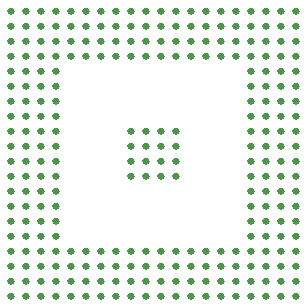
<source format=gtp>
G04 Layer: TopPasteMaskLayer*
G04 EasyEDA v5.9.42, Mon, 25 Mar 2019 10:54:48 GMT*
G04 db78ead42679477a8d63b60b64d7050d*
G04 Gerber Generator version 0.2*
G04 Scale: 100 percent, Rotated: No, Reflected: No *
G04 Dimensions in inches *
G04 leading zeros omitted , absolute positions ,2 integer and 4 decimal *
%FSLAX24Y24*%
%MOIN*%
G90*
G70D02*


%LPD*%
G36*
G01X20103Y19876D02*
G01X20105Y19890D01*
G01X20106Y19903D01*
G01X20111Y19917D01*
G01X20118Y19932D01*
G01X20125Y19944D01*
G01X20134Y19955D01*
G01X20144Y19965D01*
G01X20156Y19975D01*
G01X20168Y19982D01*
G01X20181Y19988D01*
G01X20196Y19992D01*
G01X20210Y19994D01*
G01X20223Y19996D01*
G01X20223Y19996D01*
G01X20239Y19994D01*
G01X20252Y19992D01*
G01X20267Y19988D01*
G01X20280Y19982D01*
G01X20293Y19975D01*
G01X20303Y19965D01*
G01X20314Y19955D01*
G01X20323Y19944D01*
G01X20331Y19932D01*
G01X20336Y19917D01*
G01X20340Y19903D01*
G01X20343Y19890D01*
G01X20344Y19876D01*
G01X20344Y19876D01*
G01X20343Y19861D01*
G01X20340Y19846D01*
G01X20336Y19832D01*
G01X20331Y19819D01*
G01X20323Y19807D01*
G01X20314Y19796D01*
G01X20303Y19784D01*
G01X20293Y19776D01*
G01X20280Y19769D01*
G01X20267Y19763D01*
G01X20252Y19759D01*
G01X20239Y19755D01*
G01X20223Y19755D01*
G01X20223Y19755D01*
G01X20210Y19755D01*
G01X20196Y19759D01*
G01X20181Y19763D01*
G01X20168Y19769D01*
G01X20156Y19776D01*
G01X20144Y19784D01*
G01X20134Y19796D01*
G01X20125Y19807D01*
G01X20118Y19819D01*
G01X20111Y19832D01*
G01X20106Y19846D01*
G01X20105Y19861D01*
G01X20103Y19876D01*
G01X20103Y19876D01*
G37*
G36*
G01X20603Y19876D02*
G01X20605Y19890D01*
G01X20606Y19903D01*
G01X20611Y19917D01*
G01X20618Y19932D01*
G01X20625Y19944D01*
G01X20634Y19955D01*
G01X20644Y19965D01*
G01X20656Y19975D01*
G01X20668Y19982D01*
G01X20681Y19988D01*
G01X20696Y19992D01*
G01X20710Y19994D01*
G01X20723Y19996D01*
G01X20723Y19996D01*
G01X20739Y19994D01*
G01X20752Y19992D01*
G01X20767Y19988D01*
G01X20780Y19982D01*
G01X20793Y19975D01*
G01X20803Y19965D01*
G01X20814Y19955D01*
G01X20823Y19944D01*
G01X20831Y19932D01*
G01X20836Y19917D01*
G01X20840Y19903D01*
G01X20843Y19890D01*
G01X20844Y19876D01*
G01X20844Y19876D01*
G01X20843Y19861D01*
G01X20840Y19846D01*
G01X20836Y19832D01*
G01X20831Y19819D01*
G01X20823Y19807D01*
G01X20814Y19796D01*
G01X20803Y19784D01*
G01X20793Y19776D01*
G01X20780Y19769D01*
G01X20767Y19763D01*
G01X20752Y19759D01*
G01X20739Y19755D01*
G01X20723Y19755D01*
G01X20723Y19755D01*
G01X20710Y19755D01*
G01X20696Y19759D01*
G01X20681Y19763D01*
G01X20668Y19769D01*
G01X20656Y19776D01*
G01X20644Y19784D01*
G01X20634Y19796D01*
G01X20625Y19807D01*
G01X20618Y19819D01*
G01X20611Y19832D01*
G01X20606Y19846D01*
G01X20605Y19861D01*
G01X20603Y19876D01*
G01X20603Y19876D01*
G37*
G36*
G01X21103Y19876D02*
G01X21105Y19890D01*
G01X21106Y19903D01*
G01X21111Y19917D01*
G01X21118Y19932D01*
G01X21125Y19944D01*
G01X21134Y19955D01*
G01X21144Y19965D01*
G01X21156Y19975D01*
G01X21168Y19982D01*
G01X21181Y19988D01*
G01X21196Y19992D01*
G01X21210Y19994D01*
G01X21223Y19996D01*
G01X21223Y19996D01*
G01X21239Y19994D01*
G01X21252Y19992D01*
G01X21267Y19988D01*
G01X21280Y19982D01*
G01X21293Y19975D01*
G01X21303Y19965D01*
G01X21314Y19955D01*
G01X21323Y19944D01*
G01X21331Y19932D01*
G01X21336Y19917D01*
G01X21340Y19903D01*
G01X21343Y19890D01*
G01X21344Y19876D01*
G01X21344Y19876D01*
G01X21343Y19861D01*
G01X21340Y19846D01*
G01X21336Y19832D01*
G01X21331Y19819D01*
G01X21323Y19807D01*
G01X21314Y19796D01*
G01X21303Y19784D01*
G01X21293Y19776D01*
G01X21280Y19769D01*
G01X21267Y19763D01*
G01X21252Y19759D01*
G01X21239Y19755D01*
G01X21223Y19755D01*
G01X21223Y19755D01*
G01X21210Y19755D01*
G01X21196Y19759D01*
G01X21181Y19763D01*
G01X21168Y19769D01*
G01X21156Y19776D01*
G01X21144Y19784D01*
G01X21134Y19796D01*
G01X21125Y19807D01*
G01X21118Y19819D01*
G01X21111Y19832D01*
G01X21106Y19846D01*
G01X21105Y19861D01*
G01X21103Y19876D01*
G01X21103Y19876D01*
G37*
G36*
G01X21603Y19876D02*
G01X21605Y19890D01*
G01X21606Y19903D01*
G01X21611Y19917D01*
G01X21618Y19932D01*
G01X21625Y19944D01*
G01X21634Y19955D01*
G01X21644Y19965D01*
G01X21656Y19975D01*
G01X21668Y19982D01*
G01X21681Y19988D01*
G01X21696Y19992D01*
G01X21710Y19994D01*
G01X21723Y19996D01*
G01X21723Y19996D01*
G01X21739Y19994D01*
G01X21752Y19992D01*
G01X21767Y19988D01*
G01X21780Y19982D01*
G01X21793Y19975D01*
G01X21803Y19965D01*
G01X21814Y19955D01*
G01X21823Y19944D01*
G01X21831Y19932D01*
G01X21836Y19917D01*
G01X21840Y19903D01*
G01X21843Y19890D01*
G01X21844Y19876D01*
G01X21844Y19876D01*
G01X21843Y19861D01*
G01X21840Y19846D01*
G01X21836Y19832D01*
G01X21831Y19819D01*
G01X21823Y19807D01*
G01X21814Y19796D01*
G01X21803Y19784D01*
G01X21793Y19776D01*
G01X21780Y19769D01*
G01X21767Y19763D01*
G01X21752Y19759D01*
G01X21739Y19755D01*
G01X21723Y19755D01*
G01X21723Y19755D01*
G01X21710Y19755D01*
G01X21696Y19759D01*
G01X21681Y19763D01*
G01X21668Y19769D01*
G01X21656Y19776D01*
G01X21644Y19784D01*
G01X21634Y19796D01*
G01X21625Y19807D01*
G01X21618Y19819D01*
G01X21611Y19832D01*
G01X21606Y19846D01*
G01X21605Y19861D01*
G01X21603Y19876D01*
G01X21603Y19876D01*
G37*
G36*
G01X22103Y19876D02*
G01X22105Y19890D01*
G01X22106Y19903D01*
G01X22111Y19917D01*
G01X22118Y19932D01*
G01X22125Y19944D01*
G01X22134Y19955D01*
G01X22144Y19965D01*
G01X22156Y19975D01*
G01X22168Y19982D01*
G01X22181Y19988D01*
G01X22196Y19992D01*
G01X22210Y19994D01*
G01X22223Y19996D01*
G01X22223Y19996D01*
G01X22239Y19994D01*
G01X22252Y19992D01*
G01X22267Y19988D01*
G01X22280Y19982D01*
G01X22293Y19975D01*
G01X22303Y19965D01*
G01X22314Y19955D01*
G01X22323Y19944D01*
G01X22331Y19932D01*
G01X22336Y19917D01*
G01X22340Y19903D01*
G01X22343Y19890D01*
G01X22344Y19876D01*
G01X22344Y19876D01*
G01X22343Y19861D01*
G01X22340Y19846D01*
G01X22336Y19832D01*
G01X22331Y19819D01*
G01X22323Y19807D01*
G01X22314Y19796D01*
G01X22303Y19784D01*
G01X22293Y19776D01*
G01X22280Y19769D01*
G01X22267Y19763D01*
G01X22252Y19759D01*
G01X22239Y19755D01*
G01X22223Y19755D01*
G01X22223Y19755D01*
G01X22210Y19755D01*
G01X22196Y19759D01*
G01X22181Y19763D01*
G01X22168Y19769D01*
G01X22156Y19776D01*
G01X22144Y19784D01*
G01X22134Y19796D01*
G01X22125Y19807D01*
G01X22118Y19819D01*
G01X22111Y19832D01*
G01X22106Y19846D01*
G01X22105Y19861D01*
G01X22103Y19876D01*
G01X22103Y19876D01*
G37*
G36*
G01X22603Y19876D02*
G01X22605Y19890D01*
G01X22606Y19903D01*
G01X22611Y19917D01*
G01X22618Y19932D01*
G01X22625Y19944D01*
G01X22634Y19955D01*
G01X22644Y19965D01*
G01X22656Y19975D01*
G01X22668Y19982D01*
G01X22681Y19988D01*
G01X22696Y19992D01*
G01X22710Y19994D01*
G01X22723Y19996D01*
G01X22723Y19996D01*
G01X22739Y19994D01*
G01X22752Y19992D01*
G01X22767Y19988D01*
G01X22780Y19982D01*
G01X22793Y19975D01*
G01X22803Y19965D01*
G01X22814Y19955D01*
G01X22823Y19944D01*
G01X22831Y19932D01*
G01X22836Y19917D01*
G01X22840Y19903D01*
G01X22843Y19890D01*
G01X22844Y19876D01*
G01X22844Y19876D01*
G01X22843Y19861D01*
G01X22840Y19846D01*
G01X22836Y19832D01*
G01X22831Y19819D01*
G01X22823Y19807D01*
G01X22814Y19796D01*
G01X22803Y19784D01*
G01X22793Y19776D01*
G01X22780Y19769D01*
G01X22767Y19763D01*
G01X22752Y19759D01*
G01X22739Y19755D01*
G01X22723Y19755D01*
G01X22723Y19755D01*
G01X22710Y19755D01*
G01X22696Y19759D01*
G01X22681Y19763D01*
G01X22668Y19769D01*
G01X22656Y19776D01*
G01X22644Y19784D01*
G01X22634Y19796D01*
G01X22625Y19807D01*
G01X22618Y19819D01*
G01X22611Y19832D01*
G01X22606Y19846D01*
G01X22605Y19861D01*
G01X22603Y19876D01*
G01X22603Y19876D01*
G37*
G36*
G01X23103Y19876D02*
G01X23105Y19890D01*
G01X23106Y19903D01*
G01X23111Y19917D01*
G01X23118Y19932D01*
G01X23125Y19944D01*
G01X23134Y19955D01*
G01X23144Y19965D01*
G01X23156Y19975D01*
G01X23168Y19982D01*
G01X23181Y19988D01*
G01X23196Y19992D01*
G01X23210Y19994D01*
G01X23223Y19996D01*
G01X23223Y19996D01*
G01X23239Y19994D01*
G01X23252Y19992D01*
G01X23267Y19988D01*
G01X23280Y19982D01*
G01X23293Y19975D01*
G01X23303Y19965D01*
G01X23314Y19955D01*
G01X23323Y19944D01*
G01X23331Y19932D01*
G01X23336Y19917D01*
G01X23340Y19903D01*
G01X23343Y19890D01*
G01X23344Y19876D01*
G01X23344Y19876D01*
G01X23343Y19861D01*
G01X23340Y19846D01*
G01X23336Y19832D01*
G01X23331Y19819D01*
G01X23323Y19807D01*
G01X23314Y19796D01*
G01X23303Y19784D01*
G01X23293Y19776D01*
G01X23280Y19769D01*
G01X23267Y19763D01*
G01X23252Y19759D01*
G01X23239Y19755D01*
G01X23223Y19755D01*
G01X23223Y19755D01*
G01X23210Y19755D01*
G01X23196Y19759D01*
G01X23181Y19763D01*
G01X23168Y19769D01*
G01X23156Y19776D01*
G01X23144Y19784D01*
G01X23134Y19796D01*
G01X23125Y19807D01*
G01X23118Y19819D01*
G01X23111Y19832D01*
G01X23106Y19846D01*
G01X23105Y19861D01*
G01X23103Y19876D01*
G01X23103Y19876D01*
G37*
G36*
G01X23603Y19876D02*
G01X23605Y19890D01*
G01X23606Y19903D01*
G01X23611Y19917D01*
G01X23618Y19932D01*
G01X23625Y19944D01*
G01X23634Y19955D01*
G01X23644Y19965D01*
G01X23656Y19975D01*
G01X23668Y19982D01*
G01X23681Y19988D01*
G01X23696Y19992D01*
G01X23710Y19994D01*
G01X23723Y19996D01*
G01X23723Y19996D01*
G01X23739Y19994D01*
G01X23752Y19992D01*
G01X23767Y19988D01*
G01X23780Y19982D01*
G01X23793Y19975D01*
G01X23803Y19965D01*
G01X23814Y19955D01*
G01X23823Y19944D01*
G01X23831Y19932D01*
G01X23836Y19917D01*
G01X23840Y19903D01*
G01X23843Y19890D01*
G01X23844Y19876D01*
G01X23844Y19876D01*
G01X23843Y19861D01*
G01X23840Y19846D01*
G01X23836Y19832D01*
G01X23831Y19819D01*
G01X23823Y19807D01*
G01X23814Y19796D01*
G01X23803Y19784D01*
G01X23793Y19776D01*
G01X23780Y19769D01*
G01X23767Y19763D01*
G01X23752Y19759D01*
G01X23739Y19755D01*
G01X23723Y19755D01*
G01X23723Y19755D01*
G01X23710Y19755D01*
G01X23696Y19759D01*
G01X23681Y19763D01*
G01X23668Y19769D01*
G01X23656Y19776D01*
G01X23644Y19784D01*
G01X23634Y19796D01*
G01X23625Y19807D01*
G01X23618Y19819D01*
G01X23611Y19832D01*
G01X23606Y19846D01*
G01X23605Y19861D01*
G01X23603Y19876D01*
G01X23603Y19876D01*
G37*
G36*
G01X24103Y19876D02*
G01X24105Y19890D01*
G01X24106Y19903D01*
G01X24111Y19917D01*
G01X24118Y19932D01*
G01X24125Y19944D01*
G01X24134Y19955D01*
G01X24144Y19965D01*
G01X24156Y19975D01*
G01X24168Y19982D01*
G01X24181Y19988D01*
G01X24196Y19992D01*
G01X24210Y19994D01*
G01X24223Y19996D01*
G01X24223Y19996D01*
G01X24239Y19994D01*
G01X24252Y19992D01*
G01X24267Y19988D01*
G01X24280Y19982D01*
G01X24293Y19975D01*
G01X24303Y19965D01*
G01X24314Y19955D01*
G01X24323Y19944D01*
G01X24331Y19932D01*
G01X24336Y19917D01*
G01X24340Y19903D01*
G01X24343Y19890D01*
G01X24344Y19876D01*
G01X24344Y19876D01*
G01X24343Y19861D01*
G01X24340Y19846D01*
G01X24336Y19832D01*
G01X24331Y19819D01*
G01X24323Y19807D01*
G01X24314Y19796D01*
G01X24303Y19784D01*
G01X24293Y19776D01*
G01X24280Y19769D01*
G01X24267Y19763D01*
G01X24252Y19759D01*
G01X24239Y19755D01*
G01X24223Y19755D01*
G01X24223Y19755D01*
G01X24210Y19755D01*
G01X24196Y19759D01*
G01X24181Y19763D01*
G01X24168Y19769D01*
G01X24156Y19776D01*
G01X24144Y19784D01*
G01X24134Y19796D01*
G01X24125Y19807D01*
G01X24118Y19819D01*
G01X24111Y19832D01*
G01X24106Y19846D01*
G01X24105Y19861D01*
G01X24103Y19876D01*
G01X24103Y19876D01*
G37*
G36*
G01X24603Y19876D02*
G01X24605Y19890D01*
G01X24606Y19903D01*
G01X24611Y19917D01*
G01X24618Y19932D01*
G01X24625Y19944D01*
G01X24634Y19955D01*
G01X24644Y19965D01*
G01X24656Y19975D01*
G01X24668Y19982D01*
G01X24681Y19988D01*
G01X24696Y19992D01*
G01X24710Y19994D01*
G01X24723Y19996D01*
G01X24723Y19996D01*
G01X24739Y19994D01*
G01X24752Y19992D01*
G01X24767Y19988D01*
G01X24780Y19982D01*
G01X24793Y19975D01*
G01X24803Y19965D01*
G01X24814Y19955D01*
G01X24823Y19944D01*
G01X24831Y19932D01*
G01X24836Y19917D01*
G01X24840Y19903D01*
G01X24843Y19890D01*
G01X24844Y19876D01*
G01X24844Y19876D01*
G01X24843Y19861D01*
G01X24840Y19846D01*
G01X24836Y19832D01*
G01X24831Y19819D01*
G01X24823Y19807D01*
G01X24814Y19796D01*
G01X24803Y19784D01*
G01X24793Y19776D01*
G01X24780Y19769D01*
G01X24767Y19763D01*
G01X24752Y19759D01*
G01X24739Y19755D01*
G01X24723Y19755D01*
G01X24723Y19755D01*
G01X24710Y19755D01*
G01X24696Y19759D01*
G01X24681Y19763D01*
G01X24668Y19769D01*
G01X24656Y19776D01*
G01X24644Y19784D01*
G01X24634Y19796D01*
G01X24625Y19807D01*
G01X24618Y19819D01*
G01X24611Y19832D01*
G01X24606Y19846D01*
G01X24605Y19861D01*
G01X24603Y19876D01*
G01X24603Y19876D01*
G37*
G36*
G01X25103Y19876D02*
G01X25105Y19890D01*
G01X25106Y19903D01*
G01X25111Y19917D01*
G01X25118Y19932D01*
G01X25125Y19944D01*
G01X25134Y19955D01*
G01X25144Y19965D01*
G01X25156Y19975D01*
G01X25168Y19982D01*
G01X25181Y19988D01*
G01X25196Y19992D01*
G01X25210Y19994D01*
G01X25223Y19996D01*
G01X25223Y19996D01*
G01X25239Y19994D01*
G01X25252Y19992D01*
G01X25267Y19988D01*
G01X25280Y19982D01*
G01X25293Y19975D01*
G01X25303Y19965D01*
G01X25314Y19955D01*
G01X25323Y19944D01*
G01X25331Y19932D01*
G01X25336Y19917D01*
G01X25340Y19903D01*
G01X25343Y19890D01*
G01X25344Y19876D01*
G01X25344Y19876D01*
G01X25343Y19861D01*
G01X25340Y19846D01*
G01X25336Y19832D01*
G01X25331Y19819D01*
G01X25323Y19807D01*
G01X25314Y19796D01*
G01X25303Y19784D01*
G01X25293Y19776D01*
G01X25280Y19769D01*
G01X25267Y19763D01*
G01X25252Y19759D01*
G01X25239Y19755D01*
G01X25223Y19755D01*
G01X25223Y19755D01*
G01X25210Y19755D01*
G01X25196Y19759D01*
G01X25181Y19763D01*
G01X25168Y19769D01*
G01X25156Y19776D01*
G01X25144Y19784D01*
G01X25134Y19796D01*
G01X25125Y19807D01*
G01X25118Y19819D01*
G01X25111Y19832D01*
G01X25106Y19846D01*
G01X25105Y19861D01*
G01X25103Y19876D01*
G01X25103Y19876D01*
G37*
G36*
G01X25603Y19876D02*
G01X25605Y19890D01*
G01X25606Y19903D01*
G01X25611Y19917D01*
G01X25618Y19932D01*
G01X25625Y19944D01*
G01X25634Y19955D01*
G01X25644Y19965D01*
G01X25656Y19975D01*
G01X25668Y19982D01*
G01X25681Y19988D01*
G01X25696Y19992D01*
G01X25710Y19994D01*
G01X25723Y19996D01*
G01X25723Y19996D01*
G01X25739Y19994D01*
G01X25752Y19992D01*
G01X25767Y19988D01*
G01X25780Y19982D01*
G01X25793Y19975D01*
G01X25803Y19965D01*
G01X25814Y19955D01*
G01X25823Y19944D01*
G01X25831Y19932D01*
G01X25836Y19917D01*
G01X25840Y19903D01*
G01X25843Y19890D01*
G01X25844Y19876D01*
G01X25844Y19876D01*
G01X25843Y19861D01*
G01X25840Y19846D01*
G01X25836Y19832D01*
G01X25831Y19819D01*
G01X25823Y19807D01*
G01X25814Y19796D01*
G01X25803Y19784D01*
G01X25793Y19776D01*
G01X25780Y19769D01*
G01X25767Y19763D01*
G01X25752Y19759D01*
G01X25739Y19755D01*
G01X25723Y19755D01*
G01X25723Y19755D01*
G01X25710Y19755D01*
G01X25696Y19759D01*
G01X25681Y19763D01*
G01X25668Y19769D01*
G01X25656Y19776D01*
G01X25644Y19784D01*
G01X25634Y19796D01*
G01X25625Y19807D01*
G01X25618Y19819D01*
G01X25611Y19832D01*
G01X25606Y19846D01*
G01X25605Y19861D01*
G01X25603Y19876D01*
G01X25603Y19876D01*
G37*
G36*
G01X26103Y19876D02*
G01X26105Y19890D01*
G01X26106Y19903D01*
G01X26111Y19917D01*
G01X26118Y19932D01*
G01X26125Y19944D01*
G01X26134Y19955D01*
G01X26144Y19965D01*
G01X26156Y19975D01*
G01X26168Y19982D01*
G01X26181Y19988D01*
G01X26196Y19992D01*
G01X26210Y19994D01*
G01X26223Y19996D01*
G01X26223Y19996D01*
G01X26239Y19994D01*
G01X26252Y19992D01*
G01X26267Y19988D01*
G01X26280Y19982D01*
G01X26293Y19975D01*
G01X26303Y19965D01*
G01X26314Y19955D01*
G01X26323Y19944D01*
G01X26331Y19932D01*
G01X26336Y19917D01*
G01X26340Y19903D01*
G01X26343Y19890D01*
G01X26344Y19876D01*
G01X26344Y19876D01*
G01X26343Y19861D01*
G01X26340Y19846D01*
G01X26336Y19832D01*
G01X26331Y19819D01*
G01X26323Y19807D01*
G01X26314Y19796D01*
G01X26303Y19784D01*
G01X26293Y19776D01*
G01X26280Y19769D01*
G01X26267Y19763D01*
G01X26252Y19759D01*
G01X26239Y19755D01*
G01X26223Y19755D01*
G01X26223Y19755D01*
G01X26210Y19755D01*
G01X26196Y19759D01*
G01X26181Y19763D01*
G01X26168Y19769D01*
G01X26156Y19776D01*
G01X26144Y19784D01*
G01X26134Y19796D01*
G01X26125Y19807D01*
G01X26118Y19819D01*
G01X26111Y19832D01*
G01X26106Y19846D01*
G01X26105Y19861D01*
G01X26103Y19876D01*
G01X26103Y19876D01*
G37*
G36*
G01X26603Y19876D02*
G01X26605Y19890D01*
G01X26606Y19903D01*
G01X26611Y19917D01*
G01X26618Y19932D01*
G01X26625Y19944D01*
G01X26634Y19955D01*
G01X26644Y19965D01*
G01X26656Y19975D01*
G01X26668Y19982D01*
G01X26681Y19988D01*
G01X26696Y19992D01*
G01X26710Y19994D01*
G01X26723Y19996D01*
G01X26723Y19996D01*
G01X26739Y19994D01*
G01X26752Y19992D01*
G01X26767Y19988D01*
G01X26780Y19982D01*
G01X26793Y19975D01*
G01X26803Y19965D01*
G01X26814Y19955D01*
G01X26823Y19944D01*
G01X26831Y19932D01*
G01X26836Y19917D01*
G01X26840Y19903D01*
G01X26843Y19890D01*
G01X26844Y19876D01*
G01X26844Y19876D01*
G01X26843Y19861D01*
G01X26840Y19846D01*
G01X26836Y19832D01*
G01X26831Y19819D01*
G01X26823Y19807D01*
G01X26814Y19796D01*
G01X26803Y19784D01*
G01X26793Y19776D01*
G01X26780Y19769D01*
G01X26767Y19763D01*
G01X26752Y19759D01*
G01X26739Y19755D01*
G01X26723Y19755D01*
G01X26723Y19755D01*
G01X26710Y19755D01*
G01X26696Y19759D01*
G01X26681Y19763D01*
G01X26668Y19769D01*
G01X26656Y19776D01*
G01X26644Y19784D01*
G01X26634Y19796D01*
G01X26625Y19807D01*
G01X26618Y19819D01*
G01X26611Y19832D01*
G01X26606Y19846D01*
G01X26605Y19861D01*
G01X26603Y19876D01*
G01X26603Y19876D01*
G37*
G36*
G01X27103Y19876D02*
G01X27105Y19890D01*
G01X27106Y19903D01*
G01X27111Y19917D01*
G01X27118Y19932D01*
G01X27125Y19944D01*
G01X27134Y19955D01*
G01X27144Y19965D01*
G01X27156Y19975D01*
G01X27168Y19982D01*
G01X27181Y19988D01*
G01X27196Y19992D01*
G01X27210Y19994D01*
G01X27223Y19996D01*
G01X27223Y19996D01*
G01X27239Y19994D01*
G01X27252Y19992D01*
G01X27267Y19988D01*
G01X27280Y19982D01*
G01X27293Y19975D01*
G01X27303Y19965D01*
G01X27314Y19955D01*
G01X27323Y19944D01*
G01X27331Y19932D01*
G01X27336Y19917D01*
G01X27340Y19903D01*
G01X27343Y19890D01*
G01X27344Y19876D01*
G01X27344Y19876D01*
G01X27343Y19861D01*
G01X27340Y19846D01*
G01X27336Y19832D01*
G01X27331Y19819D01*
G01X27323Y19807D01*
G01X27314Y19796D01*
G01X27303Y19784D01*
G01X27293Y19776D01*
G01X27280Y19769D01*
G01X27267Y19763D01*
G01X27252Y19759D01*
G01X27239Y19755D01*
G01X27223Y19755D01*
G01X27223Y19755D01*
G01X27210Y19755D01*
G01X27196Y19759D01*
G01X27181Y19763D01*
G01X27168Y19769D01*
G01X27156Y19776D01*
G01X27144Y19784D01*
G01X27134Y19796D01*
G01X27125Y19807D01*
G01X27118Y19819D01*
G01X27111Y19832D01*
G01X27106Y19846D01*
G01X27105Y19861D01*
G01X27103Y19876D01*
G01X27103Y19876D01*
G37*
G36*
G01X27603Y19876D02*
G01X27605Y19890D01*
G01X27606Y19903D01*
G01X27611Y19917D01*
G01X27618Y19932D01*
G01X27625Y19944D01*
G01X27634Y19955D01*
G01X27644Y19965D01*
G01X27656Y19975D01*
G01X27668Y19982D01*
G01X27681Y19988D01*
G01X27696Y19992D01*
G01X27710Y19994D01*
G01X27723Y19996D01*
G01X27723Y19996D01*
G01X27739Y19994D01*
G01X27752Y19992D01*
G01X27767Y19988D01*
G01X27780Y19982D01*
G01X27793Y19975D01*
G01X27803Y19965D01*
G01X27814Y19955D01*
G01X27823Y19944D01*
G01X27831Y19932D01*
G01X27836Y19917D01*
G01X27840Y19903D01*
G01X27843Y19890D01*
G01X27844Y19876D01*
G01X27844Y19876D01*
G01X27843Y19861D01*
G01X27840Y19846D01*
G01X27836Y19832D01*
G01X27831Y19819D01*
G01X27823Y19807D01*
G01X27814Y19796D01*
G01X27803Y19784D01*
G01X27793Y19776D01*
G01X27780Y19769D01*
G01X27767Y19763D01*
G01X27752Y19759D01*
G01X27739Y19755D01*
G01X27723Y19755D01*
G01X27723Y19755D01*
G01X27710Y19755D01*
G01X27696Y19759D01*
G01X27681Y19763D01*
G01X27668Y19769D01*
G01X27656Y19776D01*
G01X27644Y19784D01*
G01X27634Y19796D01*
G01X27625Y19807D01*
G01X27618Y19819D01*
G01X27611Y19832D01*
G01X27606Y19846D01*
G01X27605Y19861D01*
G01X27603Y19876D01*
G01X27603Y19876D01*
G37*
G36*
G01X28103Y19876D02*
G01X28105Y19890D01*
G01X28106Y19903D01*
G01X28111Y19917D01*
G01X28118Y19932D01*
G01X28125Y19944D01*
G01X28134Y19955D01*
G01X28144Y19965D01*
G01X28156Y19975D01*
G01X28168Y19982D01*
G01X28181Y19988D01*
G01X28196Y19992D01*
G01X28210Y19994D01*
G01X28223Y19996D01*
G01X28223Y19996D01*
G01X28239Y19994D01*
G01X28252Y19992D01*
G01X28267Y19988D01*
G01X28280Y19982D01*
G01X28293Y19975D01*
G01X28303Y19965D01*
G01X28314Y19955D01*
G01X28323Y19944D01*
G01X28331Y19932D01*
G01X28336Y19917D01*
G01X28340Y19903D01*
G01X28343Y19890D01*
G01X28344Y19876D01*
G01X28344Y19876D01*
G01X28343Y19861D01*
G01X28340Y19846D01*
G01X28336Y19832D01*
G01X28331Y19819D01*
G01X28323Y19807D01*
G01X28314Y19796D01*
G01X28303Y19784D01*
G01X28293Y19776D01*
G01X28280Y19769D01*
G01X28267Y19763D01*
G01X28252Y19759D01*
G01X28239Y19755D01*
G01X28223Y19755D01*
G01X28223Y19755D01*
G01X28210Y19755D01*
G01X28196Y19759D01*
G01X28181Y19763D01*
G01X28168Y19769D01*
G01X28156Y19776D01*
G01X28144Y19784D01*
G01X28134Y19796D01*
G01X28125Y19807D01*
G01X28118Y19819D01*
G01X28111Y19832D01*
G01X28106Y19846D01*
G01X28105Y19861D01*
G01X28103Y19876D01*
G01X28103Y19876D01*
G37*
G36*
G01X28603Y19876D02*
G01X28605Y19890D01*
G01X28606Y19903D01*
G01X28611Y19917D01*
G01X28618Y19932D01*
G01X28625Y19944D01*
G01X28634Y19955D01*
G01X28644Y19965D01*
G01X28656Y19975D01*
G01X28668Y19982D01*
G01X28681Y19988D01*
G01X28696Y19992D01*
G01X28710Y19994D01*
G01X28723Y19996D01*
G01X28723Y19996D01*
G01X28739Y19994D01*
G01X28752Y19992D01*
G01X28767Y19988D01*
G01X28780Y19982D01*
G01X28793Y19975D01*
G01X28803Y19965D01*
G01X28814Y19955D01*
G01X28823Y19944D01*
G01X28831Y19932D01*
G01X28836Y19917D01*
G01X28840Y19903D01*
G01X28843Y19890D01*
G01X28844Y19876D01*
G01X28844Y19876D01*
G01X28843Y19861D01*
G01X28840Y19846D01*
G01X28836Y19832D01*
G01X28831Y19819D01*
G01X28823Y19807D01*
G01X28814Y19796D01*
G01X28803Y19784D01*
G01X28793Y19776D01*
G01X28780Y19769D01*
G01X28767Y19763D01*
G01X28752Y19759D01*
G01X28739Y19755D01*
G01X28723Y19755D01*
G01X28723Y19755D01*
G01X28710Y19755D01*
G01X28696Y19759D01*
G01X28681Y19763D01*
G01X28668Y19769D01*
G01X28656Y19776D01*
G01X28644Y19784D01*
G01X28634Y19796D01*
G01X28625Y19807D01*
G01X28618Y19819D01*
G01X28611Y19832D01*
G01X28606Y19846D01*
G01X28605Y19861D01*
G01X28603Y19876D01*
G01X28603Y19876D01*
G37*
G36*
G01X29103Y19876D02*
G01X29105Y19890D01*
G01X29106Y19903D01*
G01X29111Y19917D01*
G01X29118Y19932D01*
G01X29125Y19944D01*
G01X29134Y19955D01*
G01X29144Y19965D01*
G01X29156Y19975D01*
G01X29168Y19982D01*
G01X29181Y19988D01*
G01X29196Y19992D01*
G01X29210Y19994D01*
G01X29223Y19996D01*
G01X29223Y19996D01*
G01X29239Y19994D01*
G01X29252Y19992D01*
G01X29267Y19988D01*
G01X29280Y19982D01*
G01X29293Y19975D01*
G01X29303Y19965D01*
G01X29314Y19955D01*
G01X29323Y19944D01*
G01X29331Y19932D01*
G01X29336Y19917D01*
G01X29340Y19903D01*
G01X29343Y19890D01*
G01X29344Y19876D01*
G01X29344Y19876D01*
G01X29343Y19861D01*
G01X29340Y19846D01*
G01X29336Y19832D01*
G01X29331Y19819D01*
G01X29323Y19807D01*
G01X29314Y19796D01*
G01X29303Y19784D01*
G01X29293Y19776D01*
G01X29280Y19769D01*
G01X29267Y19763D01*
G01X29252Y19759D01*
G01X29239Y19755D01*
G01X29223Y19755D01*
G01X29223Y19755D01*
G01X29210Y19755D01*
G01X29196Y19759D01*
G01X29181Y19763D01*
G01X29168Y19769D01*
G01X29156Y19776D01*
G01X29144Y19784D01*
G01X29134Y19796D01*
G01X29125Y19807D01*
G01X29118Y19819D01*
G01X29111Y19832D01*
G01X29106Y19846D01*
G01X29105Y19861D01*
G01X29103Y19876D01*
G01X29103Y19876D01*
G37*
G36*
G01X29603Y19876D02*
G01X29605Y19890D01*
G01X29606Y19903D01*
G01X29611Y19917D01*
G01X29618Y19932D01*
G01X29625Y19944D01*
G01X29634Y19955D01*
G01X29644Y19965D01*
G01X29656Y19975D01*
G01X29668Y19982D01*
G01X29681Y19988D01*
G01X29696Y19992D01*
G01X29710Y19994D01*
G01X29723Y19996D01*
G01X29723Y19996D01*
G01X29739Y19994D01*
G01X29752Y19992D01*
G01X29767Y19988D01*
G01X29780Y19982D01*
G01X29793Y19975D01*
G01X29803Y19965D01*
G01X29814Y19955D01*
G01X29823Y19944D01*
G01X29831Y19932D01*
G01X29836Y19917D01*
G01X29840Y19903D01*
G01X29843Y19890D01*
G01X29844Y19876D01*
G01X29844Y19876D01*
G01X29843Y19861D01*
G01X29840Y19846D01*
G01X29836Y19832D01*
G01X29831Y19819D01*
G01X29823Y19807D01*
G01X29814Y19796D01*
G01X29803Y19784D01*
G01X29793Y19776D01*
G01X29780Y19769D01*
G01X29767Y19763D01*
G01X29752Y19759D01*
G01X29739Y19755D01*
G01X29723Y19755D01*
G01X29723Y19755D01*
G01X29710Y19755D01*
G01X29696Y19759D01*
G01X29681Y19763D01*
G01X29668Y19769D01*
G01X29656Y19776D01*
G01X29644Y19784D01*
G01X29634Y19796D01*
G01X29625Y19807D01*
G01X29618Y19819D01*
G01X29611Y19832D01*
G01X29606Y19846D01*
G01X29605Y19861D01*
G01X29603Y19876D01*
G01X29603Y19876D01*
G37*
G36*
G01X20103Y19376D02*
G01X20105Y19390D01*
G01X20106Y19403D01*
G01X20111Y19417D01*
G01X20118Y19432D01*
G01X20125Y19444D01*
G01X20134Y19455D01*
G01X20144Y19465D01*
G01X20156Y19475D01*
G01X20168Y19482D01*
G01X20181Y19488D01*
G01X20196Y19492D01*
G01X20210Y19494D01*
G01X20223Y19496D01*
G01X20223Y19496D01*
G01X20239Y19494D01*
G01X20252Y19492D01*
G01X20267Y19488D01*
G01X20280Y19482D01*
G01X20293Y19475D01*
G01X20303Y19465D01*
G01X20314Y19455D01*
G01X20323Y19444D01*
G01X20331Y19432D01*
G01X20336Y19417D01*
G01X20340Y19403D01*
G01X20343Y19390D01*
G01X20344Y19376D01*
G01X20344Y19376D01*
G01X20343Y19361D01*
G01X20340Y19346D01*
G01X20336Y19332D01*
G01X20331Y19319D01*
G01X20323Y19307D01*
G01X20314Y19296D01*
G01X20303Y19284D01*
G01X20293Y19276D01*
G01X20280Y19269D01*
G01X20267Y19263D01*
G01X20252Y19259D01*
G01X20239Y19255D01*
G01X20223Y19255D01*
G01X20223Y19255D01*
G01X20210Y19255D01*
G01X20196Y19259D01*
G01X20181Y19263D01*
G01X20168Y19269D01*
G01X20156Y19276D01*
G01X20144Y19284D01*
G01X20134Y19296D01*
G01X20125Y19307D01*
G01X20118Y19319D01*
G01X20111Y19332D01*
G01X20106Y19346D01*
G01X20105Y19361D01*
G01X20103Y19376D01*
G01X20103Y19376D01*
G37*
G36*
G01X20603Y19376D02*
G01X20605Y19390D01*
G01X20606Y19403D01*
G01X20611Y19417D01*
G01X20618Y19432D01*
G01X20625Y19444D01*
G01X20634Y19455D01*
G01X20644Y19465D01*
G01X20656Y19475D01*
G01X20668Y19482D01*
G01X20681Y19488D01*
G01X20696Y19492D01*
G01X20710Y19494D01*
G01X20723Y19496D01*
G01X20723Y19496D01*
G01X20739Y19494D01*
G01X20752Y19492D01*
G01X20767Y19488D01*
G01X20780Y19482D01*
G01X20793Y19475D01*
G01X20803Y19465D01*
G01X20814Y19455D01*
G01X20823Y19444D01*
G01X20831Y19432D01*
G01X20836Y19417D01*
G01X20840Y19403D01*
G01X20843Y19390D01*
G01X20844Y19376D01*
G01X20844Y19376D01*
G01X20843Y19361D01*
G01X20840Y19346D01*
G01X20836Y19332D01*
G01X20831Y19319D01*
G01X20823Y19307D01*
G01X20814Y19296D01*
G01X20803Y19284D01*
G01X20793Y19276D01*
G01X20780Y19269D01*
G01X20767Y19263D01*
G01X20752Y19259D01*
G01X20739Y19255D01*
G01X20723Y19255D01*
G01X20723Y19255D01*
G01X20710Y19255D01*
G01X20696Y19259D01*
G01X20681Y19263D01*
G01X20668Y19269D01*
G01X20656Y19276D01*
G01X20644Y19284D01*
G01X20634Y19296D01*
G01X20625Y19307D01*
G01X20618Y19319D01*
G01X20611Y19332D01*
G01X20606Y19346D01*
G01X20605Y19361D01*
G01X20603Y19376D01*
G01X20603Y19376D01*
G37*
G36*
G01X21103Y19376D02*
G01X21105Y19390D01*
G01X21106Y19403D01*
G01X21111Y19417D01*
G01X21118Y19432D01*
G01X21125Y19444D01*
G01X21134Y19455D01*
G01X21144Y19465D01*
G01X21156Y19475D01*
G01X21168Y19482D01*
G01X21181Y19488D01*
G01X21196Y19492D01*
G01X21210Y19494D01*
G01X21223Y19496D01*
G01X21223Y19496D01*
G01X21239Y19494D01*
G01X21252Y19492D01*
G01X21267Y19488D01*
G01X21280Y19482D01*
G01X21293Y19475D01*
G01X21303Y19465D01*
G01X21314Y19455D01*
G01X21323Y19444D01*
G01X21331Y19432D01*
G01X21336Y19417D01*
G01X21340Y19403D01*
G01X21343Y19390D01*
G01X21344Y19376D01*
G01X21344Y19376D01*
G01X21343Y19361D01*
G01X21340Y19346D01*
G01X21336Y19332D01*
G01X21331Y19319D01*
G01X21323Y19307D01*
G01X21314Y19296D01*
G01X21303Y19284D01*
G01X21293Y19276D01*
G01X21280Y19269D01*
G01X21267Y19263D01*
G01X21252Y19259D01*
G01X21239Y19255D01*
G01X21223Y19255D01*
G01X21223Y19255D01*
G01X21210Y19255D01*
G01X21196Y19259D01*
G01X21181Y19263D01*
G01X21168Y19269D01*
G01X21156Y19276D01*
G01X21144Y19284D01*
G01X21134Y19296D01*
G01X21125Y19307D01*
G01X21118Y19319D01*
G01X21111Y19332D01*
G01X21106Y19346D01*
G01X21105Y19361D01*
G01X21103Y19376D01*
G01X21103Y19376D01*
G37*
G36*
G01X21603Y19376D02*
G01X21605Y19390D01*
G01X21606Y19403D01*
G01X21611Y19417D01*
G01X21618Y19432D01*
G01X21625Y19444D01*
G01X21634Y19455D01*
G01X21644Y19465D01*
G01X21656Y19475D01*
G01X21668Y19482D01*
G01X21681Y19488D01*
G01X21696Y19492D01*
G01X21710Y19494D01*
G01X21723Y19496D01*
G01X21723Y19496D01*
G01X21739Y19494D01*
G01X21752Y19492D01*
G01X21767Y19488D01*
G01X21780Y19482D01*
G01X21793Y19475D01*
G01X21803Y19465D01*
G01X21814Y19455D01*
G01X21823Y19444D01*
G01X21831Y19432D01*
G01X21836Y19417D01*
G01X21840Y19403D01*
G01X21843Y19390D01*
G01X21844Y19376D01*
G01X21844Y19376D01*
G01X21843Y19361D01*
G01X21840Y19346D01*
G01X21836Y19332D01*
G01X21831Y19319D01*
G01X21823Y19307D01*
G01X21814Y19296D01*
G01X21803Y19284D01*
G01X21793Y19276D01*
G01X21780Y19269D01*
G01X21767Y19263D01*
G01X21752Y19259D01*
G01X21739Y19255D01*
G01X21723Y19255D01*
G01X21723Y19255D01*
G01X21710Y19255D01*
G01X21696Y19259D01*
G01X21681Y19263D01*
G01X21668Y19269D01*
G01X21656Y19276D01*
G01X21644Y19284D01*
G01X21634Y19296D01*
G01X21625Y19307D01*
G01X21618Y19319D01*
G01X21611Y19332D01*
G01X21606Y19346D01*
G01X21605Y19361D01*
G01X21603Y19376D01*
G01X21603Y19376D01*
G37*
G36*
G01X22103Y19376D02*
G01X22105Y19390D01*
G01X22106Y19403D01*
G01X22111Y19417D01*
G01X22118Y19432D01*
G01X22125Y19444D01*
G01X22134Y19455D01*
G01X22144Y19465D01*
G01X22156Y19475D01*
G01X22168Y19482D01*
G01X22181Y19488D01*
G01X22196Y19492D01*
G01X22210Y19494D01*
G01X22223Y19496D01*
G01X22223Y19496D01*
G01X22239Y19494D01*
G01X22252Y19492D01*
G01X22267Y19488D01*
G01X22280Y19482D01*
G01X22293Y19475D01*
G01X22303Y19465D01*
G01X22314Y19455D01*
G01X22323Y19444D01*
G01X22331Y19432D01*
G01X22336Y19417D01*
G01X22340Y19403D01*
G01X22343Y19390D01*
G01X22344Y19376D01*
G01X22344Y19376D01*
G01X22343Y19361D01*
G01X22340Y19346D01*
G01X22336Y19332D01*
G01X22331Y19319D01*
G01X22323Y19307D01*
G01X22314Y19296D01*
G01X22303Y19284D01*
G01X22293Y19276D01*
G01X22280Y19269D01*
G01X22267Y19263D01*
G01X22252Y19259D01*
G01X22239Y19255D01*
G01X22223Y19255D01*
G01X22223Y19255D01*
G01X22210Y19255D01*
G01X22196Y19259D01*
G01X22181Y19263D01*
G01X22168Y19269D01*
G01X22156Y19276D01*
G01X22144Y19284D01*
G01X22134Y19296D01*
G01X22125Y19307D01*
G01X22118Y19319D01*
G01X22111Y19332D01*
G01X22106Y19346D01*
G01X22105Y19361D01*
G01X22103Y19376D01*
G01X22103Y19376D01*
G37*
G36*
G01X22603Y19376D02*
G01X22605Y19390D01*
G01X22606Y19403D01*
G01X22611Y19417D01*
G01X22618Y19432D01*
G01X22625Y19444D01*
G01X22634Y19455D01*
G01X22644Y19465D01*
G01X22656Y19475D01*
G01X22668Y19482D01*
G01X22681Y19488D01*
G01X22696Y19492D01*
G01X22710Y19494D01*
G01X22723Y19496D01*
G01X22723Y19496D01*
G01X22739Y19494D01*
G01X22752Y19492D01*
G01X22767Y19488D01*
G01X22780Y19482D01*
G01X22793Y19475D01*
G01X22803Y19465D01*
G01X22814Y19455D01*
G01X22823Y19444D01*
G01X22831Y19432D01*
G01X22836Y19417D01*
G01X22840Y19403D01*
G01X22843Y19390D01*
G01X22844Y19376D01*
G01X22844Y19376D01*
G01X22843Y19361D01*
G01X22840Y19346D01*
G01X22836Y19332D01*
G01X22831Y19319D01*
G01X22823Y19307D01*
G01X22814Y19296D01*
G01X22803Y19284D01*
G01X22793Y19276D01*
G01X22780Y19269D01*
G01X22767Y19263D01*
G01X22752Y19259D01*
G01X22739Y19255D01*
G01X22723Y19255D01*
G01X22723Y19255D01*
G01X22710Y19255D01*
G01X22696Y19259D01*
G01X22681Y19263D01*
G01X22668Y19269D01*
G01X22656Y19276D01*
G01X22644Y19284D01*
G01X22634Y19296D01*
G01X22625Y19307D01*
G01X22618Y19319D01*
G01X22611Y19332D01*
G01X22606Y19346D01*
G01X22605Y19361D01*
G01X22603Y19376D01*
G01X22603Y19376D01*
G37*
G36*
G01X23103Y19376D02*
G01X23105Y19390D01*
G01X23106Y19403D01*
G01X23111Y19417D01*
G01X23118Y19432D01*
G01X23125Y19444D01*
G01X23134Y19455D01*
G01X23144Y19465D01*
G01X23156Y19475D01*
G01X23168Y19482D01*
G01X23181Y19488D01*
G01X23196Y19492D01*
G01X23210Y19494D01*
G01X23223Y19496D01*
G01X23223Y19496D01*
G01X23239Y19494D01*
G01X23252Y19492D01*
G01X23267Y19488D01*
G01X23280Y19482D01*
G01X23293Y19475D01*
G01X23303Y19465D01*
G01X23314Y19455D01*
G01X23323Y19444D01*
G01X23331Y19432D01*
G01X23336Y19417D01*
G01X23340Y19403D01*
G01X23343Y19390D01*
G01X23344Y19376D01*
G01X23344Y19376D01*
G01X23343Y19361D01*
G01X23340Y19346D01*
G01X23336Y19332D01*
G01X23331Y19319D01*
G01X23323Y19307D01*
G01X23314Y19296D01*
G01X23303Y19284D01*
G01X23293Y19276D01*
G01X23280Y19269D01*
G01X23267Y19263D01*
G01X23252Y19259D01*
G01X23239Y19255D01*
G01X23223Y19255D01*
G01X23223Y19255D01*
G01X23210Y19255D01*
G01X23196Y19259D01*
G01X23181Y19263D01*
G01X23168Y19269D01*
G01X23156Y19276D01*
G01X23144Y19284D01*
G01X23134Y19296D01*
G01X23125Y19307D01*
G01X23118Y19319D01*
G01X23111Y19332D01*
G01X23106Y19346D01*
G01X23105Y19361D01*
G01X23103Y19376D01*
G01X23103Y19376D01*
G37*
G36*
G01X23603Y19376D02*
G01X23605Y19390D01*
G01X23606Y19403D01*
G01X23611Y19417D01*
G01X23618Y19432D01*
G01X23625Y19444D01*
G01X23634Y19455D01*
G01X23644Y19465D01*
G01X23656Y19475D01*
G01X23668Y19482D01*
G01X23681Y19488D01*
G01X23696Y19492D01*
G01X23710Y19494D01*
G01X23723Y19496D01*
G01X23723Y19496D01*
G01X23739Y19494D01*
G01X23752Y19492D01*
G01X23767Y19488D01*
G01X23780Y19482D01*
G01X23793Y19475D01*
G01X23803Y19465D01*
G01X23814Y19455D01*
G01X23823Y19444D01*
G01X23831Y19432D01*
G01X23836Y19417D01*
G01X23840Y19403D01*
G01X23843Y19390D01*
G01X23844Y19376D01*
G01X23844Y19376D01*
G01X23843Y19361D01*
G01X23840Y19346D01*
G01X23836Y19332D01*
G01X23831Y19319D01*
G01X23823Y19307D01*
G01X23814Y19296D01*
G01X23803Y19284D01*
G01X23793Y19276D01*
G01X23780Y19269D01*
G01X23767Y19263D01*
G01X23752Y19259D01*
G01X23739Y19255D01*
G01X23723Y19255D01*
G01X23723Y19255D01*
G01X23710Y19255D01*
G01X23696Y19259D01*
G01X23681Y19263D01*
G01X23668Y19269D01*
G01X23656Y19276D01*
G01X23644Y19284D01*
G01X23634Y19296D01*
G01X23625Y19307D01*
G01X23618Y19319D01*
G01X23611Y19332D01*
G01X23606Y19346D01*
G01X23605Y19361D01*
G01X23603Y19376D01*
G01X23603Y19376D01*
G37*
G36*
G01X24103Y19376D02*
G01X24105Y19390D01*
G01X24106Y19403D01*
G01X24111Y19417D01*
G01X24118Y19432D01*
G01X24125Y19444D01*
G01X24134Y19455D01*
G01X24144Y19465D01*
G01X24156Y19475D01*
G01X24168Y19482D01*
G01X24181Y19488D01*
G01X24196Y19492D01*
G01X24210Y19494D01*
G01X24223Y19496D01*
G01X24223Y19496D01*
G01X24239Y19494D01*
G01X24252Y19492D01*
G01X24267Y19488D01*
G01X24280Y19482D01*
G01X24293Y19475D01*
G01X24303Y19465D01*
G01X24314Y19455D01*
G01X24323Y19444D01*
G01X24331Y19432D01*
G01X24336Y19417D01*
G01X24340Y19403D01*
G01X24343Y19390D01*
G01X24344Y19376D01*
G01X24344Y19376D01*
G01X24343Y19361D01*
G01X24340Y19346D01*
G01X24336Y19332D01*
G01X24331Y19319D01*
G01X24323Y19307D01*
G01X24314Y19296D01*
G01X24303Y19284D01*
G01X24293Y19276D01*
G01X24280Y19269D01*
G01X24267Y19263D01*
G01X24252Y19259D01*
G01X24239Y19255D01*
G01X24223Y19255D01*
G01X24223Y19255D01*
G01X24210Y19255D01*
G01X24196Y19259D01*
G01X24181Y19263D01*
G01X24168Y19269D01*
G01X24156Y19276D01*
G01X24144Y19284D01*
G01X24134Y19296D01*
G01X24125Y19307D01*
G01X24118Y19319D01*
G01X24111Y19332D01*
G01X24106Y19346D01*
G01X24105Y19361D01*
G01X24103Y19376D01*
G01X24103Y19376D01*
G37*
G36*
G01X24603Y19376D02*
G01X24605Y19390D01*
G01X24606Y19403D01*
G01X24611Y19417D01*
G01X24618Y19432D01*
G01X24625Y19444D01*
G01X24634Y19455D01*
G01X24644Y19465D01*
G01X24656Y19475D01*
G01X24668Y19482D01*
G01X24681Y19488D01*
G01X24696Y19492D01*
G01X24710Y19494D01*
G01X24723Y19496D01*
G01X24723Y19496D01*
G01X24739Y19494D01*
G01X24752Y19492D01*
G01X24767Y19488D01*
G01X24780Y19482D01*
G01X24793Y19475D01*
G01X24803Y19465D01*
G01X24814Y19455D01*
G01X24823Y19444D01*
G01X24831Y19432D01*
G01X24836Y19417D01*
G01X24840Y19403D01*
G01X24843Y19390D01*
G01X24844Y19376D01*
G01X24844Y19376D01*
G01X24843Y19361D01*
G01X24840Y19346D01*
G01X24836Y19332D01*
G01X24831Y19319D01*
G01X24823Y19307D01*
G01X24814Y19296D01*
G01X24803Y19284D01*
G01X24793Y19276D01*
G01X24780Y19269D01*
G01X24767Y19263D01*
G01X24752Y19259D01*
G01X24739Y19255D01*
G01X24723Y19255D01*
G01X24723Y19255D01*
G01X24710Y19255D01*
G01X24696Y19259D01*
G01X24681Y19263D01*
G01X24668Y19269D01*
G01X24656Y19276D01*
G01X24644Y19284D01*
G01X24634Y19296D01*
G01X24625Y19307D01*
G01X24618Y19319D01*
G01X24611Y19332D01*
G01X24606Y19346D01*
G01X24605Y19361D01*
G01X24603Y19376D01*
G01X24603Y19376D01*
G37*
G36*
G01X25103Y19376D02*
G01X25105Y19390D01*
G01X25106Y19403D01*
G01X25111Y19417D01*
G01X25118Y19432D01*
G01X25125Y19444D01*
G01X25134Y19455D01*
G01X25144Y19465D01*
G01X25156Y19475D01*
G01X25168Y19482D01*
G01X25181Y19488D01*
G01X25196Y19492D01*
G01X25210Y19494D01*
G01X25223Y19496D01*
G01X25223Y19496D01*
G01X25239Y19494D01*
G01X25252Y19492D01*
G01X25267Y19488D01*
G01X25280Y19482D01*
G01X25293Y19475D01*
G01X25303Y19465D01*
G01X25314Y19455D01*
G01X25323Y19444D01*
G01X25331Y19432D01*
G01X25336Y19417D01*
G01X25340Y19403D01*
G01X25343Y19390D01*
G01X25344Y19376D01*
G01X25344Y19376D01*
G01X25343Y19361D01*
G01X25340Y19346D01*
G01X25336Y19332D01*
G01X25331Y19319D01*
G01X25323Y19307D01*
G01X25314Y19296D01*
G01X25303Y19284D01*
G01X25293Y19276D01*
G01X25280Y19269D01*
G01X25267Y19263D01*
G01X25252Y19259D01*
G01X25239Y19255D01*
G01X25223Y19255D01*
G01X25223Y19255D01*
G01X25210Y19255D01*
G01X25196Y19259D01*
G01X25181Y19263D01*
G01X25168Y19269D01*
G01X25156Y19276D01*
G01X25144Y19284D01*
G01X25134Y19296D01*
G01X25125Y19307D01*
G01X25118Y19319D01*
G01X25111Y19332D01*
G01X25106Y19346D01*
G01X25105Y19361D01*
G01X25103Y19376D01*
G01X25103Y19376D01*
G37*
G36*
G01X25603Y19376D02*
G01X25605Y19390D01*
G01X25606Y19403D01*
G01X25611Y19417D01*
G01X25618Y19432D01*
G01X25625Y19444D01*
G01X25634Y19455D01*
G01X25644Y19465D01*
G01X25656Y19475D01*
G01X25668Y19482D01*
G01X25681Y19488D01*
G01X25696Y19492D01*
G01X25710Y19494D01*
G01X25723Y19496D01*
G01X25723Y19496D01*
G01X25739Y19494D01*
G01X25752Y19492D01*
G01X25767Y19488D01*
G01X25780Y19482D01*
G01X25793Y19475D01*
G01X25803Y19465D01*
G01X25814Y19455D01*
G01X25823Y19444D01*
G01X25831Y19432D01*
G01X25836Y19417D01*
G01X25840Y19403D01*
G01X25843Y19390D01*
G01X25844Y19376D01*
G01X25844Y19376D01*
G01X25843Y19361D01*
G01X25840Y19346D01*
G01X25836Y19332D01*
G01X25831Y19319D01*
G01X25823Y19307D01*
G01X25814Y19296D01*
G01X25803Y19284D01*
G01X25793Y19276D01*
G01X25780Y19269D01*
G01X25767Y19263D01*
G01X25752Y19259D01*
G01X25739Y19255D01*
G01X25723Y19255D01*
G01X25723Y19255D01*
G01X25710Y19255D01*
G01X25696Y19259D01*
G01X25681Y19263D01*
G01X25668Y19269D01*
G01X25656Y19276D01*
G01X25644Y19284D01*
G01X25634Y19296D01*
G01X25625Y19307D01*
G01X25618Y19319D01*
G01X25611Y19332D01*
G01X25606Y19346D01*
G01X25605Y19361D01*
G01X25603Y19376D01*
G01X25603Y19376D01*
G37*
G36*
G01X26103Y19376D02*
G01X26105Y19390D01*
G01X26106Y19403D01*
G01X26111Y19417D01*
G01X26118Y19432D01*
G01X26125Y19444D01*
G01X26134Y19455D01*
G01X26144Y19465D01*
G01X26156Y19475D01*
G01X26168Y19482D01*
G01X26181Y19488D01*
G01X26196Y19492D01*
G01X26210Y19494D01*
G01X26223Y19496D01*
G01X26223Y19496D01*
G01X26239Y19494D01*
G01X26252Y19492D01*
G01X26267Y19488D01*
G01X26280Y19482D01*
G01X26293Y19475D01*
G01X26303Y19465D01*
G01X26314Y19455D01*
G01X26323Y19444D01*
G01X26331Y19432D01*
G01X26336Y19417D01*
G01X26340Y19403D01*
G01X26343Y19390D01*
G01X26344Y19376D01*
G01X26344Y19376D01*
G01X26343Y19361D01*
G01X26340Y19346D01*
G01X26336Y19332D01*
G01X26331Y19319D01*
G01X26323Y19307D01*
G01X26314Y19296D01*
G01X26303Y19284D01*
G01X26293Y19276D01*
G01X26280Y19269D01*
G01X26267Y19263D01*
G01X26252Y19259D01*
G01X26239Y19255D01*
G01X26223Y19255D01*
G01X26223Y19255D01*
G01X26210Y19255D01*
G01X26196Y19259D01*
G01X26181Y19263D01*
G01X26168Y19269D01*
G01X26156Y19276D01*
G01X26144Y19284D01*
G01X26134Y19296D01*
G01X26125Y19307D01*
G01X26118Y19319D01*
G01X26111Y19332D01*
G01X26106Y19346D01*
G01X26105Y19361D01*
G01X26103Y19376D01*
G01X26103Y19376D01*
G37*
G36*
G01X26603Y19376D02*
G01X26605Y19390D01*
G01X26606Y19403D01*
G01X26611Y19417D01*
G01X26618Y19432D01*
G01X26625Y19444D01*
G01X26634Y19455D01*
G01X26644Y19465D01*
G01X26656Y19475D01*
G01X26668Y19482D01*
G01X26681Y19488D01*
G01X26696Y19492D01*
G01X26710Y19494D01*
G01X26723Y19496D01*
G01X26723Y19496D01*
G01X26739Y19494D01*
G01X26752Y19492D01*
G01X26767Y19488D01*
G01X26780Y19482D01*
G01X26793Y19475D01*
G01X26803Y19465D01*
G01X26814Y19455D01*
G01X26823Y19444D01*
G01X26831Y19432D01*
G01X26836Y19417D01*
G01X26840Y19403D01*
G01X26843Y19390D01*
G01X26844Y19376D01*
G01X26844Y19376D01*
G01X26843Y19361D01*
G01X26840Y19346D01*
G01X26836Y19332D01*
G01X26831Y19319D01*
G01X26823Y19307D01*
G01X26814Y19296D01*
G01X26803Y19284D01*
G01X26793Y19276D01*
G01X26780Y19269D01*
G01X26767Y19263D01*
G01X26752Y19259D01*
G01X26739Y19255D01*
G01X26723Y19255D01*
G01X26723Y19255D01*
G01X26710Y19255D01*
G01X26696Y19259D01*
G01X26681Y19263D01*
G01X26668Y19269D01*
G01X26656Y19276D01*
G01X26644Y19284D01*
G01X26634Y19296D01*
G01X26625Y19307D01*
G01X26618Y19319D01*
G01X26611Y19332D01*
G01X26606Y19346D01*
G01X26605Y19361D01*
G01X26603Y19376D01*
G01X26603Y19376D01*
G37*
G36*
G01X27103Y19376D02*
G01X27105Y19390D01*
G01X27106Y19403D01*
G01X27111Y19417D01*
G01X27118Y19432D01*
G01X27125Y19444D01*
G01X27134Y19455D01*
G01X27144Y19465D01*
G01X27156Y19475D01*
G01X27168Y19482D01*
G01X27181Y19488D01*
G01X27196Y19492D01*
G01X27210Y19494D01*
G01X27223Y19496D01*
G01X27223Y19496D01*
G01X27239Y19494D01*
G01X27252Y19492D01*
G01X27267Y19488D01*
G01X27280Y19482D01*
G01X27293Y19475D01*
G01X27303Y19465D01*
G01X27314Y19455D01*
G01X27323Y19444D01*
G01X27331Y19432D01*
G01X27336Y19417D01*
G01X27340Y19403D01*
G01X27343Y19390D01*
G01X27344Y19376D01*
G01X27344Y19376D01*
G01X27343Y19361D01*
G01X27340Y19346D01*
G01X27336Y19332D01*
G01X27331Y19319D01*
G01X27323Y19307D01*
G01X27314Y19296D01*
G01X27303Y19284D01*
G01X27293Y19276D01*
G01X27280Y19269D01*
G01X27267Y19263D01*
G01X27252Y19259D01*
G01X27239Y19255D01*
G01X27223Y19255D01*
G01X27223Y19255D01*
G01X27210Y19255D01*
G01X27196Y19259D01*
G01X27181Y19263D01*
G01X27168Y19269D01*
G01X27156Y19276D01*
G01X27144Y19284D01*
G01X27134Y19296D01*
G01X27125Y19307D01*
G01X27118Y19319D01*
G01X27111Y19332D01*
G01X27106Y19346D01*
G01X27105Y19361D01*
G01X27103Y19376D01*
G01X27103Y19376D01*
G37*
G36*
G01X27603Y19376D02*
G01X27605Y19390D01*
G01X27606Y19403D01*
G01X27611Y19417D01*
G01X27618Y19432D01*
G01X27625Y19444D01*
G01X27634Y19455D01*
G01X27644Y19465D01*
G01X27656Y19475D01*
G01X27668Y19482D01*
G01X27681Y19488D01*
G01X27696Y19492D01*
G01X27710Y19494D01*
G01X27723Y19496D01*
G01X27723Y19496D01*
G01X27739Y19494D01*
G01X27752Y19492D01*
G01X27767Y19488D01*
G01X27780Y19482D01*
G01X27793Y19475D01*
G01X27803Y19465D01*
G01X27814Y19455D01*
G01X27823Y19444D01*
G01X27831Y19432D01*
G01X27836Y19417D01*
G01X27840Y19403D01*
G01X27843Y19390D01*
G01X27844Y19376D01*
G01X27844Y19376D01*
G01X27843Y19361D01*
G01X27840Y19346D01*
G01X27836Y19332D01*
G01X27831Y19319D01*
G01X27823Y19307D01*
G01X27814Y19296D01*
G01X27803Y19284D01*
G01X27793Y19276D01*
G01X27780Y19269D01*
G01X27767Y19263D01*
G01X27752Y19259D01*
G01X27739Y19255D01*
G01X27723Y19255D01*
G01X27723Y19255D01*
G01X27710Y19255D01*
G01X27696Y19259D01*
G01X27681Y19263D01*
G01X27668Y19269D01*
G01X27656Y19276D01*
G01X27644Y19284D01*
G01X27634Y19296D01*
G01X27625Y19307D01*
G01X27618Y19319D01*
G01X27611Y19332D01*
G01X27606Y19346D01*
G01X27605Y19361D01*
G01X27603Y19376D01*
G01X27603Y19376D01*
G37*
G36*
G01X28103Y19376D02*
G01X28105Y19390D01*
G01X28106Y19403D01*
G01X28111Y19417D01*
G01X28118Y19432D01*
G01X28125Y19444D01*
G01X28134Y19455D01*
G01X28144Y19465D01*
G01X28156Y19475D01*
G01X28168Y19482D01*
G01X28181Y19488D01*
G01X28196Y19492D01*
G01X28210Y19494D01*
G01X28223Y19496D01*
G01X28223Y19496D01*
G01X28239Y19494D01*
G01X28252Y19492D01*
G01X28267Y19488D01*
G01X28280Y19482D01*
G01X28293Y19475D01*
G01X28303Y19465D01*
G01X28314Y19455D01*
G01X28323Y19444D01*
G01X28331Y19432D01*
G01X28336Y19417D01*
G01X28340Y19403D01*
G01X28343Y19390D01*
G01X28344Y19376D01*
G01X28344Y19376D01*
G01X28343Y19361D01*
G01X28340Y19346D01*
G01X28336Y19332D01*
G01X28331Y19319D01*
G01X28323Y19307D01*
G01X28314Y19296D01*
G01X28303Y19284D01*
G01X28293Y19276D01*
G01X28280Y19269D01*
G01X28267Y19263D01*
G01X28252Y19259D01*
G01X28239Y19255D01*
G01X28223Y19255D01*
G01X28223Y19255D01*
G01X28210Y19255D01*
G01X28196Y19259D01*
G01X28181Y19263D01*
G01X28168Y19269D01*
G01X28156Y19276D01*
G01X28144Y19284D01*
G01X28134Y19296D01*
G01X28125Y19307D01*
G01X28118Y19319D01*
G01X28111Y19332D01*
G01X28106Y19346D01*
G01X28105Y19361D01*
G01X28103Y19376D01*
G01X28103Y19376D01*
G37*
G36*
G01X28603Y19376D02*
G01X28605Y19390D01*
G01X28606Y19403D01*
G01X28611Y19417D01*
G01X28618Y19432D01*
G01X28625Y19444D01*
G01X28634Y19455D01*
G01X28644Y19465D01*
G01X28656Y19475D01*
G01X28668Y19482D01*
G01X28681Y19488D01*
G01X28696Y19492D01*
G01X28710Y19494D01*
G01X28723Y19496D01*
G01X28723Y19496D01*
G01X28739Y19494D01*
G01X28752Y19492D01*
G01X28767Y19488D01*
G01X28780Y19482D01*
G01X28793Y19475D01*
G01X28803Y19465D01*
G01X28814Y19455D01*
G01X28823Y19444D01*
G01X28831Y19432D01*
G01X28836Y19417D01*
G01X28840Y19403D01*
G01X28843Y19390D01*
G01X28844Y19376D01*
G01X28844Y19376D01*
G01X28843Y19361D01*
G01X28840Y19346D01*
G01X28836Y19332D01*
G01X28831Y19319D01*
G01X28823Y19307D01*
G01X28814Y19296D01*
G01X28803Y19284D01*
G01X28793Y19276D01*
G01X28780Y19269D01*
G01X28767Y19263D01*
G01X28752Y19259D01*
G01X28739Y19255D01*
G01X28723Y19255D01*
G01X28723Y19255D01*
G01X28710Y19255D01*
G01X28696Y19259D01*
G01X28681Y19263D01*
G01X28668Y19269D01*
G01X28656Y19276D01*
G01X28644Y19284D01*
G01X28634Y19296D01*
G01X28625Y19307D01*
G01X28618Y19319D01*
G01X28611Y19332D01*
G01X28606Y19346D01*
G01X28605Y19361D01*
G01X28603Y19376D01*
G01X28603Y19376D01*
G37*
G36*
G01X29103Y19376D02*
G01X29105Y19390D01*
G01X29106Y19403D01*
G01X29111Y19417D01*
G01X29118Y19432D01*
G01X29125Y19444D01*
G01X29134Y19455D01*
G01X29144Y19465D01*
G01X29156Y19475D01*
G01X29168Y19482D01*
G01X29181Y19488D01*
G01X29196Y19492D01*
G01X29210Y19494D01*
G01X29223Y19496D01*
G01X29223Y19496D01*
G01X29239Y19494D01*
G01X29252Y19492D01*
G01X29267Y19488D01*
G01X29280Y19482D01*
G01X29293Y19475D01*
G01X29303Y19465D01*
G01X29314Y19455D01*
G01X29323Y19444D01*
G01X29331Y19432D01*
G01X29336Y19417D01*
G01X29340Y19403D01*
G01X29343Y19390D01*
G01X29344Y19376D01*
G01X29344Y19376D01*
G01X29343Y19361D01*
G01X29340Y19346D01*
G01X29336Y19332D01*
G01X29331Y19319D01*
G01X29323Y19307D01*
G01X29314Y19296D01*
G01X29303Y19284D01*
G01X29293Y19276D01*
G01X29280Y19269D01*
G01X29267Y19263D01*
G01X29252Y19259D01*
G01X29239Y19255D01*
G01X29223Y19255D01*
G01X29223Y19255D01*
G01X29210Y19255D01*
G01X29196Y19259D01*
G01X29181Y19263D01*
G01X29168Y19269D01*
G01X29156Y19276D01*
G01X29144Y19284D01*
G01X29134Y19296D01*
G01X29125Y19307D01*
G01X29118Y19319D01*
G01X29111Y19332D01*
G01X29106Y19346D01*
G01X29105Y19361D01*
G01X29103Y19376D01*
G01X29103Y19376D01*
G37*
G36*
G01X29603Y19376D02*
G01X29605Y19390D01*
G01X29606Y19403D01*
G01X29611Y19417D01*
G01X29618Y19432D01*
G01X29625Y19444D01*
G01X29634Y19455D01*
G01X29644Y19465D01*
G01X29656Y19475D01*
G01X29668Y19482D01*
G01X29681Y19488D01*
G01X29696Y19492D01*
G01X29710Y19494D01*
G01X29723Y19496D01*
G01X29723Y19496D01*
G01X29739Y19494D01*
G01X29752Y19492D01*
G01X29767Y19488D01*
G01X29780Y19482D01*
G01X29793Y19475D01*
G01X29803Y19465D01*
G01X29814Y19455D01*
G01X29823Y19444D01*
G01X29831Y19432D01*
G01X29836Y19417D01*
G01X29840Y19403D01*
G01X29843Y19390D01*
G01X29844Y19376D01*
G01X29844Y19376D01*
G01X29843Y19361D01*
G01X29840Y19346D01*
G01X29836Y19332D01*
G01X29831Y19319D01*
G01X29823Y19307D01*
G01X29814Y19296D01*
G01X29803Y19284D01*
G01X29793Y19276D01*
G01X29780Y19269D01*
G01X29767Y19263D01*
G01X29752Y19259D01*
G01X29739Y19255D01*
G01X29723Y19255D01*
G01X29723Y19255D01*
G01X29710Y19255D01*
G01X29696Y19259D01*
G01X29681Y19263D01*
G01X29668Y19269D01*
G01X29656Y19276D01*
G01X29644Y19284D01*
G01X29634Y19296D01*
G01X29625Y19307D01*
G01X29618Y19319D01*
G01X29611Y19332D01*
G01X29606Y19346D01*
G01X29605Y19361D01*
G01X29603Y19376D01*
G01X29603Y19376D01*
G37*
G36*
G01X20103Y18876D02*
G01X20105Y18890D01*
G01X20106Y18903D01*
G01X20111Y18917D01*
G01X20118Y18932D01*
G01X20125Y18944D01*
G01X20134Y18955D01*
G01X20144Y18965D01*
G01X20156Y18975D01*
G01X20168Y18982D01*
G01X20181Y18988D01*
G01X20196Y18992D01*
G01X20210Y18994D01*
G01X20223Y18996D01*
G01X20223Y18996D01*
G01X20239Y18994D01*
G01X20252Y18992D01*
G01X20267Y18988D01*
G01X20280Y18982D01*
G01X20293Y18975D01*
G01X20303Y18965D01*
G01X20314Y18955D01*
G01X20323Y18944D01*
G01X20331Y18932D01*
G01X20336Y18917D01*
G01X20340Y18903D01*
G01X20343Y18890D01*
G01X20344Y18876D01*
G01X20344Y18876D01*
G01X20343Y18861D01*
G01X20340Y18846D01*
G01X20336Y18832D01*
G01X20331Y18819D01*
G01X20323Y18807D01*
G01X20314Y18796D01*
G01X20303Y18784D01*
G01X20293Y18776D01*
G01X20280Y18769D01*
G01X20267Y18763D01*
G01X20252Y18759D01*
G01X20239Y18755D01*
G01X20223Y18755D01*
G01X20223Y18755D01*
G01X20210Y18755D01*
G01X20196Y18759D01*
G01X20181Y18763D01*
G01X20168Y18769D01*
G01X20156Y18776D01*
G01X20144Y18784D01*
G01X20134Y18796D01*
G01X20125Y18807D01*
G01X20118Y18819D01*
G01X20111Y18832D01*
G01X20106Y18846D01*
G01X20105Y18861D01*
G01X20103Y18876D01*
G01X20103Y18876D01*
G37*
G36*
G01X20603Y18876D02*
G01X20605Y18890D01*
G01X20606Y18903D01*
G01X20611Y18917D01*
G01X20618Y18932D01*
G01X20625Y18944D01*
G01X20634Y18955D01*
G01X20644Y18965D01*
G01X20656Y18975D01*
G01X20668Y18982D01*
G01X20681Y18988D01*
G01X20696Y18992D01*
G01X20710Y18994D01*
G01X20723Y18996D01*
G01X20723Y18996D01*
G01X20739Y18994D01*
G01X20752Y18992D01*
G01X20767Y18988D01*
G01X20780Y18982D01*
G01X20793Y18975D01*
G01X20803Y18965D01*
G01X20814Y18955D01*
G01X20823Y18944D01*
G01X20831Y18932D01*
G01X20836Y18917D01*
G01X20840Y18903D01*
G01X20843Y18890D01*
G01X20844Y18876D01*
G01X20844Y18876D01*
G01X20843Y18861D01*
G01X20840Y18846D01*
G01X20836Y18832D01*
G01X20831Y18819D01*
G01X20823Y18807D01*
G01X20814Y18796D01*
G01X20803Y18784D01*
G01X20793Y18776D01*
G01X20780Y18769D01*
G01X20767Y18763D01*
G01X20752Y18759D01*
G01X20739Y18755D01*
G01X20723Y18755D01*
G01X20723Y18755D01*
G01X20710Y18755D01*
G01X20696Y18759D01*
G01X20681Y18763D01*
G01X20668Y18769D01*
G01X20656Y18776D01*
G01X20644Y18784D01*
G01X20634Y18796D01*
G01X20625Y18807D01*
G01X20618Y18819D01*
G01X20611Y18832D01*
G01X20606Y18846D01*
G01X20605Y18861D01*
G01X20603Y18876D01*
G01X20603Y18876D01*
G37*
G36*
G01X21103Y18876D02*
G01X21105Y18890D01*
G01X21106Y18903D01*
G01X21111Y18917D01*
G01X21118Y18932D01*
G01X21125Y18944D01*
G01X21134Y18955D01*
G01X21144Y18965D01*
G01X21156Y18975D01*
G01X21168Y18982D01*
G01X21181Y18988D01*
G01X21196Y18992D01*
G01X21210Y18994D01*
G01X21223Y18996D01*
G01X21223Y18996D01*
G01X21239Y18994D01*
G01X21252Y18992D01*
G01X21267Y18988D01*
G01X21280Y18982D01*
G01X21293Y18975D01*
G01X21303Y18965D01*
G01X21314Y18955D01*
G01X21323Y18944D01*
G01X21331Y18932D01*
G01X21336Y18917D01*
G01X21340Y18903D01*
G01X21343Y18890D01*
G01X21344Y18876D01*
G01X21344Y18876D01*
G01X21343Y18861D01*
G01X21340Y18846D01*
G01X21336Y18832D01*
G01X21331Y18819D01*
G01X21323Y18807D01*
G01X21314Y18796D01*
G01X21303Y18784D01*
G01X21293Y18776D01*
G01X21280Y18769D01*
G01X21267Y18763D01*
G01X21252Y18759D01*
G01X21239Y18755D01*
G01X21223Y18755D01*
G01X21223Y18755D01*
G01X21210Y18755D01*
G01X21196Y18759D01*
G01X21181Y18763D01*
G01X21168Y18769D01*
G01X21156Y18776D01*
G01X21144Y18784D01*
G01X21134Y18796D01*
G01X21125Y18807D01*
G01X21118Y18819D01*
G01X21111Y18832D01*
G01X21106Y18846D01*
G01X21105Y18861D01*
G01X21103Y18876D01*
G01X21103Y18876D01*
G37*
G36*
G01X21603Y18876D02*
G01X21605Y18890D01*
G01X21606Y18903D01*
G01X21611Y18917D01*
G01X21618Y18932D01*
G01X21625Y18944D01*
G01X21634Y18955D01*
G01X21644Y18965D01*
G01X21656Y18975D01*
G01X21668Y18982D01*
G01X21681Y18988D01*
G01X21696Y18992D01*
G01X21710Y18994D01*
G01X21723Y18996D01*
G01X21723Y18996D01*
G01X21739Y18994D01*
G01X21752Y18992D01*
G01X21767Y18988D01*
G01X21780Y18982D01*
G01X21793Y18975D01*
G01X21803Y18965D01*
G01X21814Y18955D01*
G01X21823Y18944D01*
G01X21831Y18932D01*
G01X21836Y18917D01*
G01X21840Y18903D01*
G01X21843Y18890D01*
G01X21844Y18876D01*
G01X21844Y18876D01*
G01X21843Y18861D01*
G01X21840Y18846D01*
G01X21836Y18832D01*
G01X21831Y18819D01*
G01X21823Y18807D01*
G01X21814Y18796D01*
G01X21803Y18784D01*
G01X21793Y18776D01*
G01X21780Y18769D01*
G01X21767Y18763D01*
G01X21752Y18759D01*
G01X21739Y18755D01*
G01X21723Y18755D01*
G01X21723Y18755D01*
G01X21710Y18755D01*
G01X21696Y18759D01*
G01X21681Y18763D01*
G01X21668Y18769D01*
G01X21656Y18776D01*
G01X21644Y18784D01*
G01X21634Y18796D01*
G01X21625Y18807D01*
G01X21618Y18819D01*
G01X21611Y18832D01*
G01X21606Y18846D01*
G01X21605Y18861D01*
G01X21603Y18876D01*
G01X21603Y18876D01*
G37*
G36*
G01X22103Y18876D02*
G01X22105Y18890D01*
G01X22106Y18903D01*
G01X22111Y18917D01*
G01X22118Y18932D01*
G01X22125Y18944D01*
G01X22134Y18955D01*
G01X22144Y18965D01*
G01X22156Y18975D01*
G01X22168Y18982D01*
G01X22181Y18988D01*
G01X22196Y18992D01*
G01X22210Y18994D01*
G01X22223Y18996D01*
G01X22223Y18996D01*
G01X22239Y18994D01*
G01X22252Y18992D01*
G01X22267Y18988D01*
G01X22280Y18982D01*
G01X22293Y18975D01*
G01X22303Y18965D01*
G01X22314Y18955D01*
G01X22323Y18944D01*
G01X22331Y18932D01*
G01X22336Y18917D01*
G01X22340Y18903D01*
G01X22343Y18890D01*
G01X22344Y18876D01*
G01X22344Y18876D01*
G01X22343Y18861D01*
G01X22340Y18846D01*
G01X22336Y18832D01*
G01X22331Y18819D01*
G01X22323Y18807D01*
G01X22314Y18796D01*
G01X22303Y18784D01*
G01X22293Y18776D01*
G01X22280Y18769D01*
G01X22267Y18763D01*
G01X22252Y18759D01*
G01X22239Y18755D01*
G01X22223Y18755D01*
G01X22223Y18755D01*
G01X22210Y18755D01*
G01X22196Y18759D01*
G01X22181Y18763D01*
G01X22168Y18769D01*
G01X22156Y18776D01*
G01X22144Y18784D01*
G01X22134Y18796D01*
G01X22125Y18807D01*
G01X22118Y18819D01*
G01X22111Y18832D01*
G01X22106Y18846D01*
G01X22105Y18861D01*
G01X22103Y18876D01*
G01X22103Y18876D01*
G37*
G36*
G01X22603Y18876D02*
G01X22605Y18890D01*
G01X22606Y18903D01*
G01X22611Y18917D01*
G01X22618Y18932D01*
G01X22625Y18944D01*
G01X22634Y18955D01*
G01X22644Y18965D01*
G01X22656Y18975D01*
G01X22668Y18982D01*
G01X22681Y18988D01*
G01X22696Y18992D01*
G01X22710Y18994D01*
G01X22723Y18996D01*
G01X22723Y18996D01*
G01X22739Y18994D01*
G01X22752Y18992D01*
G01X22767Y18988D01*
G01X22780Y18982D01*
G01X22793Y18975D01*
G01X22803Y18965D01*
G01X22814Y18955D01*
G01X22823Y18944D01*
G01X22831Y18932D01*
G01X22836Y18917D01*
G01X22840Y18903D01*
G01X22843Y18890D01*
G01X22844Y18876D01*
G01X22844Y18876D01*
G01X22843Y18861D01*
G01X22840Y18846D01*
G01X22836Y18832D01*
G01X22831Y18819D01*
G01X22823Y18807D01*
G01X22814Y18796D01*
G01X22803Y18784D01*
G01X22793Y18776D01*
G01X22780Y18769D01*
G01X22767Y18763D01*
G01X22752Y18759D01*
G01X22739Y18755D01*
G01X22723Y18755D01*
G01X22723Y18755D01*
G01X22710Y18755D01*
G01X22696Y18759D01*
G01X22681Y18763D01*
G01X22668Y18769D01*
G01X22656Y18776D01*
G01X22644Y18784D01*
G01X22634Y18796D01*
G01X22625Y18807D01*
G01X22618Y18819D01*
G01X22611Y18832D01*
G01X22606Y18846D01*
G01X22605Y18861D01*
G01X22603Y18876D01*
G01X22603Y18876D01*
G37*
G36*
G01X23103Y18876D02*
G01X23105Y18890D01*
G01X23106Y18903D01*
G01X23111Y18917D01*
G01X23118Y18932D01*
G01X23125Y18944D01*
G01X23134Y18955D01*
G01X23144Y18965D01*
G01X23156Y18975D01*
G01X23168Y18982D01*
G01X23181Y18988D01*
G01X23196Y18992D01*
G01X23210Y18994D01*
G01X23223Y18996D01*
G01X23223Y18996D01*
G01X23239Y18994D01*
G01X23252Y18992D01*
G01X23267Y18988D01*
G01X23280Y18982D01*
G01X23293Y18975D01*
G01X23303Y18965D01*
G01X23314Y18955D01*
G01X23323Y18944D01*
G01X23331Y18932D01*
G01X23336Y18917D01*
G01X23340Y18903D01*
G01X23343Y18890D01*
G01X23344Y18876D01*
G01X23344Y18876D01*
G01X23343Y18861D01*
G01X23340Y18846D01*
G01X23336Y18832D01*
G01X23331Y18819D01*
G01X23323Y18807D01*
G01X23314Y18796D01*
G01X23303Y18784D01*
G01X23293Y18776D01*
G01X23280Y18769D01*
G01X23267Y18763D01*
G01X23252Y18759D01*
G01X23239Y18755D01*
G01X23223Y18755D01*
G01X23223Y18755D01*
G01X23210Y18755D01*
G01X23196Y18759D01*
G01X23181Y18763D01*
G01X23168Y18769D01*
G01X23156Y18776D01*
G01X23144Y18784D01*
G01X23134Y18796D01*
G01X23125Y18807D01*
G01X23118Y18819D01*
G01X23111Y18832D01*
G01X23106Y18846D01*
G01X23105Y18861D01*
G01X23103Y18876D01*
G01X23103Y18876D01*
G37*
G36*
G01X23603Y18876D02*
G01X23605Y18890D01*
G01X23606Y18903D01*
G01X23611Y18917D01*
G01X23618Y18932D01*
G01X23625Y18944D01*
G01X23634Y18955D01*
G01X23644Y18965D01*
G01X23656Y18975D01*
G01X23668Y18982D01*
G01X23681Y18988D01*
G01X23696Y18992D01*
G01X23710Y18994D01*
G01X23723Y18996D01*
G01X23723Y18996D01*
G01X23739Y18994D01*
G01X23752Y18992D01*
G01X23767Y18988D01*
G01X23780Y18982D01*
G01X23793Y18975D01*
G01X23803Y18965D01*
G01X23814Y18955D01*
G01X23823Y18944D01*
G01X23831Y18932D01*
G01X23836Y18917D01*
G01X23840Y18903D01*
G01X23843Y18890D01*
G01X23844Y18876D01*
G01X23844Y18876D01*
G01X23843Y18861D01*
G01X23840Y18846D01*
G01X23836Y18832D01*
G01X23831Y18819D01*
G01X23823Y18807D01*
G01X23814Y18796D01*
G01X23803Y18784D01*
G01X23793Y18776D01*
G01X23780Y18769D01*
G01X23767Y18763D01*
G01X23752Y18759D01*
G01X23739Y18755D01*
G01X23723Y18755D01*
G01X23723Y18755D01*
G01X23710Y18755D01*
G01X23696Y18759D01*
G01X23681Y18763D01*
G01X23668Y18769D01*
G01X23656Y18776D01*
G01X23644Y18784D01*
G01X23634Y18796D01*
G01X23625Y18807D01*
G01X23618Y18819D01*
G01X23611Y18832D01*
G01X23606Y18846D01*
G01X23605Y18861D01*
G01X23603Y18876D01*
G01X23603Y18876D01*
G37*
G36*
G01X24103Y18876D02*
G01X24105Y18890D01*
G01X24106Y18903D01*
G01X24111Y18917D01*
G01X24118Y18932D01*
G01X24125Y18944D01*
G01X24134Y18955D01*
G01X24144Y18965D01*
G01X24156Y18975D01*
G01X24168Y18982D01*
G01X24181Y18988D01*
G01X24196Y18992D01*
G01X24210Y18994D01*
G01X24223Y18996D01*
G01X24223Y18996D01*
G01X24239Y18994D01*
G01X24252Y18992D01*
G01X24267Y18988D01*
G01X24280Y18982D01*
G01X24293Y18975D01*
G01X24303Y18965D01*
G01X24314Y18955D01*
G01X24323Y18944D01*
G01X24331Y18932D01*
G01X24336Y18917D01*
G01X24340Y18903D01*
G01X24343Y18890D01*
G01X24344Y18876D01*
G01X24344Y18876D01*
G01X24343Y18861D01*
G01X24340Y18846D01*
G01X24336Y18832D01*
G01X24331Y18819D01*
G01X24323Y18807D01*
G01X24314Y18796D01*
G01X24303Y18784D01*
G01X24293Y18776D01*
G01X24280Y18769D01*
G01X24267Y18763D01*
G01X24252Y18759D01*
G01X24239Y18755D01*
G01X24223Y18755D01*
G01X24223Y18755D01*
G01X24210Y18755D01*
G01X24196Y18759D01*
G01X24181Y18763D01*
G01X24168Y18769D01*
G01X24156Y18776D01*
G01X24144Y18784D01*
G01X24134Y18796D01*
G01X24125Y18807D01*
G01X24118Y18819D01*
G01X24111Y18832D01*
G01X24106Y18846D01*
G01X24105Y18861D01*
G01X24103Y18876D01*
G01X24103Y18876D01*
G37*
G36*
G01X24603Y18876D02*
G01X24605Y18890D01*
G01X24606Y18903D01*
G01X24611Y18917D01*
G01X24618Y18932D01*
G01X24625Y18944D01*
G01X24634Y18955D01*
G01X24644Y18965D01*
G01X24656Y18975D01*
G01X24668Y18982D01*
G01X24681Y18988D01*
G01X24696Y18992D01*
G01X24710Y18994D01*
G01X24723Y18996D01*
G01X24723Y18996D01*
G01X24739Y18994D01*
G01X24752Y18992D01*
G01X24767Y18988D01*
G01X24780Y18982D01*
G01X24793Y18975D01*
G01X24803Y18965D01*
G01X24814Y18955D01*
G01X24823Y18944D01*
G01X24831Y18932D01*
G01X24836Y18917D01*
G01X24840Y18903D01*
G01X24843Y18890D01*
G01X24844Y18876D01*
G01X24844Y18876D01*
G01X24843Y18861D01*
G01X24840Y18846D01*
G01X24836Y18832D01*
G01X24831Y18819D01*
G01X24823Y18807D01*
G01X24814Y18796D01*
G01X24803Y18784D01*
G01X24793Y18776D01*
G01X24780Y18769D01*
G01X24767Y18763D01*
G01X24752Y18759D01*
G01X24739Y18755D01*
G01X24723Y18755D01*
G01X24723Y18755D01*
G01X24710Y18755D01*
G01X24696Y18759D01*
G01X24681Y18763D01*
G01X24668Y18769D01*
G01X24656Y18776D01*
G01X24644Y18784D01*
G01X24634Y18796D01*
G01X24625Y18807D01*
G01X24618Y18819D01*
G01X24611Y18832D01*
G01X24606Y18846D01*
G01X24605Y18861D01*
G01X24603Y18876D01*
G01X24603Y18876D01*
G37*
G36*
G01X25103Y18876D02*
G01X25105Y18890D01*
G01X25106Y18903D01*
G01X25111Y18917D01*
G01X25118Y18932D01*
G01X25125Y18944D01*
G01X25134Y18955D01*
G01X25144Y18965D01*
G01X25156Y18975D01*
G01X25168Y18982D01*
G01X25181Y18988D01*
G01X25196Y18992D01*
G01X25210Y18994D01*
G01X25223Y18996D01*
G01X25223Y18996D01*
G01X25239Y18994D01*
G01X25252Y18992D01*
G01X25267Y18988D01*
G01X25280Y18982D01*
G01X25293Y18975D01*
G01X25303Y18965D01*
G01X25314Y18955D01*
G01X25323Y18944D01*
G01X25331Y18932D01*
G01X25336Y18917D01*
G01X25340Y18903D01*
G01X25343Y18890D01*
G01X25344Y18876D01*
G01X25344Y18876D01*
G01X25343Y18861D01*
G01X25340Y18846D01*
G01X25336Y18832D01*
G01X25331Y18819D01*
G01X25323Y18807D01*
G01X25314Y18796D01*
G01X25303Y18784D01*
G01X25293Y18776D01*
G01X25280Y18769D01*
G01X25267Y18763D01*
G01X25252Y18759D01*
G01X25239Y18755D01*
G01X25223Y18755D01*
G01X25223Y18755D01*
G01X25210Y18755D01*
G01X25196Y18759D01*
G01X25181Y18763D01*
G01X25168Y18769D01*
G01X25156Y18776D01*
G01X25144Y18784D01*
G01X25134Y18796D01*
G01X25125Y18807D01*
G01X25118Y18819D01*
G01X25111Y18832D01*
G01X25106Y18846D01*
G01X25105Y18861D01*
G01X25103Y18876D01*
G01X25103Y18876D01*
G37*
G36*
G01X25603Y18876D02*
G01X25605Y18890D01*
G01X25606Y18903D01*
G01X25611Y18917D01*
G01X25618Y18932D01*
G01X25625Y18944D01*
G01X25634Y18955D01*
G01X25644Y18965D01*
G01X25656Y18975D01*
G01X25668Y18982D01*
G01X25681Y18988D01*
G01X25696Y18992D01*
G01X25710Y18994D01*
G01X25723Y18996D01*
G01X25723Y18996D01*
G01X25739Y18994D01*
G01X25752Y18992D01*
G01X25767Y18988D01*
G01X25780Y18982D01*
G01X25793Y18975D01*
G01X25803Y18965D01*
G01X25814Y18955D01*
G01X25823Y18944D01*
G01X25831Y18932D01*
G01X25836Y18917D01*
G01X25840Y18903D01*
G01X25843Y18890D01*
G01X25844Y18876D01*
G01X25844Y18876D01*
G01X25843Y18861D01*
G01X25840Y18846D01*
G01X25836Y18832D01*
G01X25831Y18819D01*
G01X25823Y18807D01*
G01X25814Y18796D01*
G01X25803Y18784D01*
G01X25793Y18776D01*
G01X25780Y18769D01*
G01X25767Y18763D01*
G01X25752Y18759D01*
G01X25739Y18755D01*
G01X25723Y18755D01*
G01X25723Y18755D01*
G01X25710Y18755D01*
G01X25696Y18759D01*
G01X25681Y18763D01*
G01X25668Y18769D01*
G01X25656Y18776D01*
G01X25644Y18784D01*
G01X25634Y18796D01*
G01X25625Y18807D01*
G01X25618Y18819D01*
G01X25611Y18832D01*
G01X25606Y18846D01*
G01X25605Y18861D01*
G01X25603Y18876D01*
G01X25603Y18876D01*
G37*
G36*
G01X26103Y18876D02*
G01X26105Y18890D01*
G01X26106Y18903D01*
G01X26111Y18917D01*
G01X26118Y18932D01*
G01X26125Y18944D01*
G01X26134Y18955D01*
G01X26144Y18965D01*
G01X26156Y18975D01*
G01X26168Y18982D01*
G01X26181Y18988D01*
G01X26196Y18992D01*
G01X26210Y18994D01*
G01X26223Y18996D01*
G01X26223Y18996D01*
G01X26239Y18994D01*
G01X26252Y18992D01*
G01X26267Y18988D01*
G01X26280Y18982D01*
G01X26293Y18975D01*
G01X26303Y18965D01*
G01X26314Y18955D01*
G01X26323Y18944D01*
G01X26331Y18932D01*
G01X26336Y18917D01*
G01X26340Y18903D01*
G01X26343Y18890D01*
G01X26344Y18876D01*
G01X26344Y18876D01*
G01X26343Y18861D01*
G01X26340Y18846D01*
G01X26336Y18832D01*
G01X26331Y18819D01*
G01X26323Y18807D01*
G01X26314Y18796D01*
G01X26303Y18784D01*
G01X26293Y18776D01*
G01X26280Y18769D01*
G01X26267Y18763D01*
G01X26252Y18759D01*
G01X26239Y18755D01*
G01X26223Y18755D01*
G01X26223Y18755D01*
G01X26210Y18755D01*
G01X26196Y18759D01*
G01X26181Y18763D01*
G01X26168Y18769D01*
G01X26156Y18776D01*
G01X26144Y18784D01*
G01X26134Y18796D01*
G01X26125Y18807D01*
G01X26118Y18819D01*
G01X26111Y18832D01*
G01X26106Y18846D01*
G01X26105Y18861D01*
G01X26103Y18876D01*
G01X26103Y18876D01*
G37*
G36*
G01X26603Y18876D02*
G01X26605Y18890D01*
G01X26606Y18903D01*
G01X26611Y18917D01*
G01X26618Y18932D01*
G01X26625Y18944D01*
G01X26634Y18955D01*
G01X26644Y18965D01*
G01X26656Y18975D01*
G01X26668Y18982D01*
G01X26681Y18988D01*
G01X26696Y18992D01*
G01X26710Y18994D01*
G01X26723Y18996D01*
G01X26723Y18996D01*
G01X26739Y18994D01*
G01X26752Y18992D01*
G01X26767Y18988D01*
G01X26780Y18982D01*
G01X26793Y18975D01*
G01X26803Y18965D01*
G01X26814Y18955D01*
G01X26823Y18944D01*
G01X26831Y18932D01*
G01X26836Y18917D01*
G01X26840Y18903D01*
G01X26843Y18890D01*
G01X26844Y18876D01*
G01X26844Y18876D01*
G01X26843Y18861D01*
G01X26840Y18846D01*
G01X26836Y18832D01*
G01X26831Y18819D01*
G01X26823Y18807D01*
G01X26814Y18796D01*
G01X26803Y18784D01*
G01X26793Y18776D01*
G01X26780Y18769D01*
G01X26767Y18763D01*
G01X26752Y18759D01*
G01X26739Y18755D01*
G01X26723Y18755D01*
G01X26723Y18755D01*
G01X26710Y18755D01*
G01X26696Y18759D01*
G01X26681Y18763D01*
G01X26668Y18769D01*
G01X26656Y18776D01*
G01X26644Y18784D01*
G01X26634Y18796D01*
G01X26625Y18807D01*
G01X26618Y18819D01*
G01X26611Y18832D01*
G01X26606Y18846D01*
G01X26605Y18861D01*
G01X26603Y18876D01*
G01X26603Y18876D01*
G37*
G36*
G01X27103Y18876D02*
G01X27105Y18890D01*
G01X27106Y18903D01*
G01X27111Y18917D01*
G01X27118Y18932D01*
G01X27125Y18944D01*
G01X27134Y18955D01*
G01X27144Y18965D01*
G01X27156Y18975D01*
G01X27168Y18982D01*
G01X27181Y18988D01*
G01X27196Y18992D01*
G01X27210Y18994D01*
G01X27223Y18996D01*
G01X27223Y18996D01*
G01X27239Y18994D01*
G01X27252Y18992D01*
G01X27267Y18988D01*
G01X27280Y18982D01*
G01X27293Y18975D01*
G01X27303Y18965D01*
G01X27314Y18955D01*
G01X27323Y18944D01*
G01X27331Y18932D01*
G01X27336Y18917D01*
G01X27340Y18903D01*
G01X27343Y18890D01*
G01X27344Y18876D01*
G01X27344Y18876D01*
G01X27343Y18861D01*
G01X27340Y18846D01*
G01X27336Y18832D01*
G01X27331Y18819D01*
G01X27323Y18807D01*
G01X27314Y18796D01*
G01X27303Y18784D01*
G01X27293Y18776D01*
G01X27280Y18769D01*
G01X27267Y18763D01*
G01X27252Y18759D01*
G01X27239Y18755D01*
G01X27223Y18755D01*
G01X27223Y18755D01*
G01X27210Y18755D01*
G01X27196Y18759D01*
G01X27181Y18763D01*
G01X27168Y18769D01*
G01X27156Y18776D01*
G01X27144Y18784D01*
G01X27134Y18796D01*
G01X27125Y18807D01*
G01X27118Y18819D01*
G01X27111Y18832D01*
G01X27106Y18846D01*
G01X27105Y18861D01*
G01X27103Y18876D01*
G01X27103Y18876D01*
G37*
G36*
G01X27603Y18876D02*
G01X27605Y18890D01*
G01X27606Y18903D01*
G01X27611Y18917D01*
G01X27618Y18932D01*
G01X27625Y18944D01*
G01X27634Y18955D01*
G01X27644Y18965D01*
G01X27656Y18975D01*
G01X27668Y18982D01*
G01X27681Y18988D01*
G01X27696Y18992D01*
G01X27710Y18994D01*
G01X27723Y18996D01*
G01X27723Y18996D01*
G01X27739Y18994D01*
G01X27752Y18992D01*
G01X27767Y18988D01*
G01X27780Y18982D01*
G01X27793Y18975D01*
G01X27803Y18965D01*
G01X27814Y18955D01*
G01X27823Y18944D01*
G01X27831Y18932D01*
G01X27836Y18917D01*
G01X27840Y18903D01*
G01X27843Y18890D01*
G01X27844Y18876D01*
G01X27844Y18876D01*
G01X27843Y18861D01*
G01X27840Y18846D01*
G01X27836Y18832D01*
G01X27831Y18819D01*
G01X27823Y18807D01*
G01X27814Y18796D01*
G01X27803Y18784D01*
G01X27793Y18776D01*
G01X27780Y18769D01*
G01X27767Y18763D01*
G01X27752Y18759D01*
G01X27739Y18755D01*
G01X27723Y18755D01*
G01X27723Y18755D01*
G01X27710Y18755D01*
G01X27696Y18759D01*
G01X27681Y18763D01*
G01X27668Y18769D01*
G01X27656Y18776D01*
G01X27644Y18784D01*
G01X27634Y18796D01*
G01X27625Y18807D01*
G01X27618Y18819D01*
G01X27611Y18832D01*
G01X27606Y18846D01*
G01X27605Y18861D01*
G01X27603Y18876D01*
G01X27603Y18876D01*
G37*
G36*
G01X28103Y18876D02*
G01X28105Y18890D01*
G01X28106Y18903D01*
G01X28111Y18917D01*
G01X28118Y18932D01*
G01X28125Y18944D01*
G01X28134Y18955D01*
G01X28144Y18965D01*
G01X28156Y18975D01*
G01X28168Y18982D01*
G01X28181Y18988D01*
G01X28196Y18992D01*
G01X28210Y18994D01*
G01X28223Y18996D01*
G01X28223Y18996D01*
G01X28239Y18994D01*
G01X28252Y18992D01*
G01X28267Y18988D01*
G01X28280Y18982D01*
G01X28293Y18975D01*
G01X28303Y18965D01*
G01X28314Y18955D01*
G01X28323Y18944D01*
G01X28331Y18932D01*
G01X28336Y18917D01*
G01X28340Y18903D01*
G01X28343Y18890D01*
G01X28344Y18876D01*
G01X28344Y18876D01*
G01X28343Y18861D01*
G01X28340Y18846D01*
G01X28336Y18832D01*
G01X28331Y18819D01*
G01X28323Y18807D01*
G01X28314Y18796D01*
G01X28303Y18784D01*
G01X28293Y18776D01*
G01X28280Y18769D01*
G01X28267Y18763D01*
G01X28252Y18759D01*
G01X28239Y18755D01*
G01X28223Y18755D01*
G01X28223Y18755D01*
G01X28210Y18755D01*
G01X28196Y18759D01*
G01X28181Y18763D01*
G01X28168Y18769D01*
G01X28156Y18776D01*
G01X28144Y18784D01*
G01X28134Y18796D01*
G01X28125Y18807D01*
G01X28118Y18819D01*
G01X28111Y18832D01*
G01X28106Y18846D01*
G01X28105Y18861D01*
G01X28103Y18876D01*
G01X28103Y18876D01*
G37*
G36*
G01X28603Y18876D02*
G01X28605Y18890D01*
G01X28606Y18903D01*
G01X28611Y18917D01*
G01X28618Y18932D01*
G01X28625Y18944D01*
G01X28634Y18955D01*
G01X28644Y18965D01*
G01X28656Y18975D01*
G01X28668Y18982D01*
G01X28681Y18988D01*
G01X28696Y18992D01*
G01X28710Y18994D01*
G01X28723Y18996D01*
G01X28723Y18996D01*
G01X28739Y18994D01*
G01X28752Y18992D01*
G01X28767Y18988D01*
G01X28780Y18982D01*
G01X28793Y18975D01*
G01X28803Y18965D01*
G01X28814Y18955D01*
G01X28823Y18944D01*
G01X28831Y18932D01*
G01X28836Y18917D01*
G01X28840Y18903D01*
G01X28843Y18890D01*
G01X28844Y18876D01*
G01X28844Y18876D01*
G01X28843Y18861D01*
G01X28840Y18846D01*
G01X28836Y18832D01*
G01X28831Y18819D01*
G01X28823Y18807D01*
G01X28814Y18796D01*
G01X28803Y18784D01*
G01X28793Y18776D01*
G01X28780Y18769D01*
G01X28767Y18763D01*
G01X28752Y18759D01*
G01X28739Y18755D01*
G01X28723Y18755D01*
G01X28723Y18755D01*
G01X28710Y18755D01*
G01X28696Y18759D01*
G01X28681Y18763D01*
G01X28668Y18769D01*
G01X28656Y18776D01*
G01X28644Y18784D01*
G01X28634Y18796D01*
G01X28625Y18807D01*
G01X28618Y18819D01*
G01X28611Y18832D01*
G01X28606Y18846D01*
G01X28605Y18861D01*
G01X28603Y18876D01*
G01X28603Y18876D01*
G37*
G36*
G01X29103Y18876D02*
G01X29105Y18890D01*
G01X29106Y18903D01*
G01X29111Y18917D01*
G01X29118Y18932D01*
G01X29125Y18944D01*
G01X29134Y18955D01*
G01X29144Y18965D01*
G01X29156Y18975D01*
G01X29168Y18982D01*
G01X29181Y18988D01*
G01X29196Y18992D01*
G01X29210Y18994D01*
G01X29223Y18996D01*
G01X29223Y18996D01*
G01X29239Y18994D01*
G01X29252Y18992D01*
G01X29267Y18988D01*
G01X29280Y18982D01*
G01X29293Y18975D01*
G01X29303Y18965D01*
G01X29314Y18955D01*
G01X29323Y18944D01*
G01X29331Y18932D01*
G01X29336Y18917D01*
G01X29340Y18903D01*
G01X29343Y18890D01*
G01X29344Y18876D01*
G01X29344Y18876D01*
G01X29343Y18861D01*
G01X29340Y18846D01*
G01X29336Y18832D01*
G01X29331Y18819D01*
G01X29323Y18807D01*
G01X29314Y18796D01*
G01X29303Y18784D01*
G01X29293Y18776D01*
G01X29280Y18769D01*
G01X29267Y18763D01*
G01X29252Y18759D01*
G01X29239Y18755D01*
G01X29223Y18755D01*
G01X29223Y18755D01*
G01X29210Y18755D01*
G01X29196Y18759D01*
G01X29181Y18763D01*
G01X29168Y18769D01*
G01X29156Y18776D01*
G01X29144Y18784D01*
G01X29134Y18796D01*
G01X29125Y18807D01*
G01X29118Y18819D01*
G01X29111Y18832D01*
G01X29106Y18846D01*
G01X29105Y18861D01*
G01X29103Y18876D01*
G01X29103Y18876D01*
G37*
G36*
G01X29603Y18876D02*
G01X29605Y18890D01*
G01X29606Y18903D01*
G01X29611Y18917D01*
G01X29618Y18932D01*
G01X29625Y18944D01*
G01X29634Y18955D01*
G01X29644Y18965D01*
G01X29656Y18975D01*
G01X29668Y18982D01*
G01X29681Y18988D01*
G01X29696Y18992D01*
G01X29710Y18994D01*
G01X29723Y18996D01*
G01X29723Y18996D01*
G01X29739Y18994D01*
G01X29752Y18992D01*
G01X29767Y18988D01*
G01X29780Y18982D01*
G01X29793Y18975D01*
G01X29803Y18965D01*
G01X29814Y18955D01*
G01X29823Y18944D01*
G01X29831Y18932D01*
G01X29836Y18917D01*
G01X29840Y18903D01*
G01X29843Y18890D01*
G01X29844Y18876D01*
G01X29844Y18876D01*
G01X29843Y18861D01*
G01X29840Y18846D01*
G01X29836Y18832D01*
G01X29831Y18819D01*
G01X29823Y18807D01*
G01X29814Y18796D01*
G01X29803Y18784D01*
G01X29793Y18776D01*
G01X29780Y18769D01*
G01X29767Y18763D01*
G01X29752Y18759D01*
G01X29739Y18755D01*
G01X29723Y18755D01*
G01X29723Y18755D01*
G01X29710Y18755D01*
G01X29696Y18759D01*
G01X29681Y18763D01*
G01X29668Y18769D01*
G01X29656Y18776D01*
G01X29644Y18784D01*
G01X29634Y18796D01*
G01X29625Y18807D01*
G01X29618Y18819D01*
G01X29611Y18832D01*
G01X29606Y18846D01*
G01X29605Y18861D01*
G01X29603Y18876D01*
G01X29603Y18876D01*
G37*
G36*
G01X20103Y18376D02*
G01X20105Y18390D01*
G01X20106Y18403D01*
G01X20111Y18417D01*
G01X20118Y18432D01*
G01X20125Y18444D01*
G01X20134Y18455D01*
G01X20144Y18465D01*
G01X20156Y18475D01*
G01X20168Y18482D01*
G01X20181Y18488D01*
G01X20196Y18492D01*
G01X20210Y18494D01*
G01X20223Y18496D01*
G01X20223Y18496D01*
G01X20239Y18494D01*
G01X20252Y18492D01*
G01X20267Y18488D01*
G01X20280Y18482D01*
G01X20293Y18475D01*
G01X20303Y18465D01*
G01X20314Y18455D01*
G01X20323Y18444D01*
G01X20331Y18432D01*
G01X20336Y18417D01*
G01X20340Y18403D01*
G01X20343Y18390D01*
G01X20344Y18376D01*
G01X20344Y18376D01*
G01X20343Y18361D01*
G01X20340Y18346D01*
G01X20336Y18332D01*
G01X20331Y18319D01*
G01X20323Y18307D01*
G01X20314Y18296D01*
G01X20303Y18284D01*
G01X20293Y18276D01*
G01X20280Y18269D01*
G01X20267Y18263D01*
G01X20252Y18259D01*
G01X20239Y18255D01*
G01X20223Y18255D01*
G01X20223Y18255D01*
G01X20210Y18255D01*
G01X20196Y18259D01*
G01X20181Y18263D01*
G01X20168Y18269D01*
G01X20156Y18276D01*
G01X20144Y18284D01*
G01X20134Y18296D01*
G01X20125Y18307D01*
G01X20118Y18319D01*
G01X20111Y18332D01*
G01X20106Y18346D01*
G01X20105Y18361D01*
G01X20103Y18376D01*
G01X20103Y18376D01*
G37*
G36*
G01X20603Y18376D02*
G01X20605Y18390D01*
G01X20606Y18403D01*
G01X20611Y18417D01*
G01X20618Y18432D01*
G01X20625Y18444D01*
G01X20634Y18455D01*
G01X20644Y18465D01*
G01X20656Y18475D01*
G01X20668Y18482D01*
G01X20681Y18488D01*
G01X20696Y18492D01*
G01X20710Y18494D01*
G01X20723Y18496D01*
G01X20723Y18496D01*
G01X20739Y18494D01*
G01X20752Y18492D01*
G01X20767Y18488D01*
G01X20780Y18482D01*
G01X20793Y18475D01*
G01X20803Y18465D01*
G01X20814Y18455D01*
G01X20823Y18444D01*
G01X20831Y18432D01*
G01X20836Y18417D01*
G01X20840Y18403D01*
G01X20843Y18390D01*
G01X20844Y18376D01*
G01X20844Y18376D01*
G01X20843Y18361D01*
G01X20840Y18346D01*
G01X20836Y18332D01*
G01X20831Y18319D01*
G01X20823Y18307D01*
G01X20814Y18296D01*
G01X20803Y18284D01*
G01X20793Y18276D01*
G01X20780Y18269D01*
G01X20767Y18263D01*
G01X20752Y18259D01*
G01X20739Y18255D01*
G01X20723Y18255D01*
G01X20723Y18255D01*
G01X20710Y18255D01*
G01X20696Y18259D01*
G01X20681Y18263D01*
G01X20668Y18269D01*
G01X20656Y18276D01*
G01X20644Y18284D01*
G01X20634Y18296D01*
G01X20625Y18307D01*
G01X20618Y18319D01*
G01X20611Y18332D01*
G01X20606Y18346D01*
G01X20605Y18361D01*
G01X20603Y18376D01*
G01X20603Y18376D01*
G37*
G36*
G01X21103Y18376D02*
G01X21105Y18390D01*
G01X21106Y18403D01*
G01X21111Y18417D01*
G01X21118Y18432D01*
G01X21125Y18444D01*
G01X21134Y18455D01*
G01X21144Y18465D01*
G01X21156Y18475D01*
G01X21168Y18482D01*
G01X21181Y18488D01*
G01X21196Y18492D01*
G01X21210Y18494D01*
G01X21223Y18496D01*
G01X21223Y18496D01*
G01X21239Y18494D01*
G01X21252Y18492D01*
G01X21267Y18488D01*
G01X21280Y18482D01*
G01X21293Y18475D01*
G01X21303Y18465D01*
G01X21314Y18455D01*
G01X21323Y18444D01*
G01X21331Y18432D01*
G01X21336Y18417D01*
G01X21340Y18403D01*
G01X21343Y18390D01*
G01X21344Y18376D01*
G01X21344Y18376D01*
G01X21343Y18361D01*
G01X21340Y18346D01*
G01X21336Y18332D01*
G01X21331Y18319D01*
G01X21323Y18307D01*
G01X21314Y18296D01*
G01X21303Y18284D01*
G01X21293Y18276D01*
G01X21280Y18269D01*
G01X21267Y18263D01*
G01X21252Y18259D01*
G01X21239Y18255D01*
G01X21223Y18255D01*
G01X21223Y18255D01*
G01X21210Y18255D01*
G01X21196Y18259D01*
G01X21181Y18263D01*
G01X21168Y18269D01*
G01X21156Y18276D01*
G01X21144Y18284D01*
G01X21134Y18296D01*
G01X21125Y18307D01*
G01X21118Y18319D01*
G01X21111Y18332D01*
G01X21106Y18346D01*
G01X21105Y18361D01*
G01X21103Y18376D01*
G01X21103Y18376D01*
G37*
G36*
G01X21603Y18376D02*
G01X21605Y18390D01*
G01X21606Y18403D01*
G01X21611Y18417D01*
G01X21618Y18432D01*
G01X21625Y18444D01*
G01X21634Y18455D01*
G01X21644Y18465D01*
G01X21656Y18475D01*
G01X21668Y18482D01*
G01X21681Y18488D01*
G01X21696Y18492D01*
G01X21710Y18494D01*
G01X21723Y18496D01*
G01X21723Y18496D01*
G01X21739Y18494D01*
G01X21752Y18492D01*
G01X21767Y18488D01*
G01X21780Y18482D01*
G01X21793Y18475D01*
G01X21803Y18465D01*
G01X21814Y18455D01*
G01X21823Y18444D01*
G01X21831Y18432D01*
G01X21836Y18417D01*
G01X21840Y18403D01*
G01X21843Y18390D01*
G01X21844Y18376D01*
G01X21844Y18376D01*
G01X21843Y18361D01*
G01X21840Y18346D01*
G01X21836Y18332D01*
G01X21831Y18319D01*
G01X21823Y18307D01*
G01X21814Y18296D01*
G01X21803Y18284D01*
G01X21793Y18276D01*
G01X21780Y18269D01*
G01X21767Y18263D01*
G01X21752Y18259D01*
G01X21739Y18255D01*
G01X21723Y18255D01*
G01X21723Y18255D01*
G01X21710Y18255D01*
G01X21696Y18259D01*
G01X21681Y18263D01*
G01X21668Y18269D01*
G01X21656Y18276D01*
G01X21644Y18284D01*
G01X21634Y18296D01*
G01X21625Y18307D01*
G01X21618Y18319D01*
G01X21611Y18332D01*
G01X21606Y18346D01*
G01X21605Y18361D01*
G01X21603Y18376D01*
G01X21603Y18376D01*
G37*
G36*
G01X22103Y18376D02*
G01X22105Y18390D01*
G01X22106Y18403D01*
G01X22111Y18417D01*
G01X22118Y18432D01*
G01X22125Y18444D01*
G01X22134Y18455D01*
G01X22144Y18465D01*
G01X22156Y18475D01*
G01X22168Y18482D01*
G01X22181Y18488D01*
G01X22196Y18492D01*
G01X22210Y18494D01*
G01X22223Y18496D01*
G01X22223Y18496D01*
G01X22239Y18494D01*
G01X22252Y18492D01*
G01X22267Y18488D01*
G01X22280Y18482D01*
G01X22293Y18475D01*
G01X22303Y18465D01*
G01X22314Y18455D01*
G01X22323Y18444D01*
G01X22331Y18432D01*
G01X22336Y18417D01*
G01X22340Y18403D01*
G01X22343Y18390D01*
G01X22344Y18376D01*
G01X22344Y18376D01*
G01X22343Y18361D01*
G01X22340Y18346D01*
G01X22336Y18332D01*
G01X22331Y18319D01*
G01X22323Y18307D01*
G01X22314Y18296D01*
G01X22303Y18284D01*
G01X22293Y18276D01*
G01X22280Y18269D01*
G01X22267Y18263D01*
G01X22252Y18259D01*
G01X22239Y18255D01*
G01X22223Y18255D01*
G01X22223Y18255D01*
G01X22210Y18255D01*
G01X22196Y18259D01*
G01X22181Y18263D01*
G01X22168Y18269D01*
G01X22156Y18276D01*
G01X22144Y18284D01*
G01X22134Y18296D01*
G01X22125Y18307D01*
G01X22118Y18319D01*
G01X22111Y18332D01*
G01X22106Y18346D01*
G01X22105Y18361D01*
G01X22103Y18376D01*
G01X22103Y18376D01*
G37*
G36*
G01X22603Y18376D02*
G01X22605Y18390D01*
G01X22606Y18403D01*
G01X22611Y18417D01*
G01X22618Y18432D01*
G01X22625Y18444D01*
G01X22634Y18455D01*
G01X22644Y18465D01*
G01X22656Y18475D01*
G01X22668Y18482D01*
G01X22681Y18488D01*
G01X22696Y18492D01*
G01X22710Y18494D01*
G01X22723Y18496D01*
G01X22723Y18496D01*
G01X22739Y18494D01*
G01X22752Y18492D01*
G01X22767Y18488D01*
G01X22780Y18482D01*
G01X22793Y18475D01*
G01X22803Y18465D01*
G01X22814Y18455D01*
G01X22823Y18444D01*
G01X22831Y18432D01*
G01X22836Y18417D01*
G01X22840Y18403D01*
G01X22843Y18390D01*
G01X22844Y18376D01*
G01X22844Y18376D01*
G01X22843Y18361D01*
G01X22840Y18346D01*
G01X22836Y18332D01*
G01X22831Y18319D01*
G01X22823Y18307D01*
G01X22814Y18296D01*
G01X22803Y18284D01*
G01X22793Y18276D01*
G01X22780Y18269D01*
G01X22767Y18263D01*
G01X22752Y18259D01*
G01X22739Y18255D01*
G01X22723Y18255D01*
G01X22723Y18255D01*
G01X22710Y18255D01*
G01X22696Y18259D01*
G01X22681Y18263D01*
G01X22668Y18269D01*
G01X22656Y18276D01*
G01X22644Y18284D01*
G01X22634Y18296D01*
G01X22625Y18307D01*
G01X22618Y18319D01*
G01X22611Y18332D01*
G01X22606Y18346D01*
G01X22605Y18361D01*
G01X22603Y18376D01*
G01X22603Y18376D01*
G37*
G36*
G01X23103Y18376D02*
G01X23105Y18390D01*
G01X23106Y18403D01*
G01X23111Y18417D01*
G01X23118Y18432D01*
G01X23125Y18444D01*
G01X23134Y18455D01*
G01X23144Y18465D01*
G01X23156Y18475D01*
G01X23168Y18482D01*
G01X23181Y18488D01*
G01X23196Y18492D01*
G01X23210Y18494D01*
G01X23223Y18496D01*
G01X23223Y18496D01*
G01X23239Y18494D01*
G01X23252Y18492D01*
G01X23267Y18488D01*
G01X23280Y18482D01*
G01X23293Y18475D01*
G01X23303Y18465D01*
G01X23314Y18455D01*
G01X23323Y18444D01*
G01X23331Y18432D01*
G01X23336Y18417D01*
G01X23340Y18403D01*
G01X23343Y18390D01*
G01X23344Y18376D01*
G01X23344Y18376D01*
G01X23343Y18361D01*
G01X23340Y18346D01*
G01X23336Y18332D01*
G01X23331Y18319D01*
G01X23323Y18307D01*
G01X23314Y18296D01*
G01X23303Y18284D01*
G01X23293Y18276D01*
G01X23280Y18269D01*
G01X23267Y18263D01*
G01X23252Y18259D01*
G01X23239Y18255D01*
G01X23223Y18255D01*
G01X23223Y18255D01*
G01X23210Y18255D01*
G01X23196Y18259D01*
G01X23181Y18263D01*
G01X23168Y18269D01*
G01X23156Y18276D01*
G01X23144Y18284D01*
G01X23134Y18296D01*
G01X23125Y18307D01*
G01X23118Y18319D01*
G01X23111Y18332D01*
G01X23106Y18346D01*
G01X23105Y18361D01*
G01X23103Y18376D01*
G01X23103Y18376D01*
G37*
G36*
G01X23603Y18376D02*
G01X23605Y18390D01*
G01X23606Y18403D01*
G01X23611Y18417D01*
G01X23618Y18432D01*
G01X23625Y18444D01*
G01X23634Y18455D01*
G01X23644Y18465D01*
G01X23656Y18475D01*
G01X23668Y18482D01*
G01X23681Y18488D01*
G01X23696Y18492D01*
G01X23710Y18494D01*
G01X23723Y18496D01*
G01X23723Y18496D01*
G01X23739Y18494D01*
G01X23752Y18492D01*
G01X23767Y18488D01*
G01X23780Y18482D01*
G01X23793Y18475D01*
G01X23803Y18465D01*
G01X23814Y18455D01*
G01X23823Y18444D01*
G01X23831Y18432D01*
G01X23836Y18417D01*
G01X23840Y18403D01*
G01X23843Y18390D01*
G01X23844Y18376D01*
G01X23844Y18376D01*
G01X23843Y18361D01*
G01X23840Y18346D01*
G01X23836Y18332D01*
G01X23831Y18319D01*
G01X23823Y18307D01*
G01X23814Y18296D01*
G01X23803Y18284D01*
G01X23793Y18276D01*
G01X23780Y18269D01*
G01X23767Y18263D01*
G01X23752Y18259D01*
G01X23739Y18255D01*
G01X23723Y18255D01*
G01X23723Y18255D01*
G01X23710Y18255D01*
G01X23696Y18259D01*
G01X23681Y18263D01*
G01X23668Y18269D01*
G01X23656Y18276D01*
G01X23644Y18284D01*
G01X23634Y18296D01*
G01X23625Y18307D01*
G01X23618Y18319D01*
G01X23611Y18332D01*
G01X23606Y18346D01*
G01X23605Y18361D01*
G01X23603Y18376D01*
G01X23603Y18376D01*
G37*
G36*
G01X24103Y18376D02*
G01X24105Y18390D01*
G01X24106Y18403D01*
G01X24111Y18417D01*
G01X24118Y18432D01*
G01X24125Y18444D01*
G01X24134Y18455D01*
G01X24144Y18465D01*
G01X24156Y18475D01*
G01X24168Y18482D01*
G01X24181Y18488D01*
G01X24196Y18492D01*
G01X24210Y18494D01*
G01X24223Y18496D01*
G01X24223Y18496D01*
G01X24239Y18494D01*
G01X24252Y18492D01*
G01X24267Y18488D01*
G01X24280Y18482D01*
G01X24293Y18475D01*
G01X24303Y18465D01*
G01X24314Y18455D01*
G01X24323Y18444D01*
G01X24331Y18432D01*
G01X24336Y18417D01*
G01X24340Y18403D01*
G01X24343Y18390D01*
G01X24344Y18376D01*
G01X24344Y18376D01*
G01X24343Y18361D01*
G01X24340Y18346D01*
G01X24336Y18332D01*
G01X24331Y18319D01*
G01X24323Y18307D01*
G01X24314Y18296D01*
G01X24303Y18284D01*
G01X24293Y18276D01*
G01X24280Y18269D01*
G01X24267Y18263D01*
G01X24252Y18259D01*
G01X24239Y18255D01*
G01X24223Y18255D01*
G01X24223Y18255D01*
G01X24210Y18255D01*
G01X24196Y18259D01*
G01X24181Y18263D01*
G01X24168Y18269D01*
G01X24156Y18276D01*
G01X24144Y18284D01*
G01X24134Y18296D01*
G01X24125Y18307D01*
G01X24118Y18319D01*
G01X24111Y18332D01*
G01X24106Y18346D01*
G01X24105Y18361D01*
G01X24103Y18376D01*
G01X24103Y18376D01*
G37*
G36*
G01X24603Y18376D02*
G01X24605Y18390D01*
G01X24606Y18403D01*
G01X24611Y18417D01*
G01X24618Y18432D01*
G01X24625Y18444D01*
G01X24634Y18455D01*
G01X24644Y18465D01*
G01X24656Y18475D01*
G01X24668Y18482D01*
G01X24681Y18488D01*
G01X24696Y18492D01*
G01X24710Y18494D01*
G01X24723Y18496D01*
G01X24723Y18496D01*
G01X24739Y18494D01*
G01X24752Y18492D01*
G01X24767Y18488D01*
G01X24780Y18482D01*
G01X24793Y18475D01*
G01X24803Y18465D01*
G01X24814Y18455D01*
G01X24823Y18444D01*
G01X24831Y18432D01*
G01X24836Y18417D01*
G01X24840Y18403D01*
G01X24843Y18390D01*
G01X24844Y18376D01*
G01X24844Y18376D01*
G01X24843Y18361D01*
G01X24840Y18346D01*
G01X24836Y18332D01*
G01X24831Y18319D01*
G01X24823Y18307D01*
G01X24814Y18296D01*
G01X24803Y18284D01*
G01X24793Y18276D01*
G01X24780Y18269D01*
G01X24767Y18263D01*
G01X24752Y18259D01*
G01X24739Y18255D01*
G01X24723Y18255D01*
G01X24723Y18255D01*
G01X24710Y18255D01*
G01X24696Y18259D01*
G01X24681Y18263D01*
G01X24668Y18269D01*
G01X24656Y18276D01*
G01X24644Y18284D01*
G01X24634Y18296D01*
G01X24625Y18307D01*
G01X24618Y18319D01*
G01X24611Y18332D01*
G01X24606Y18346D01*
G01X24605Y18361D01*
G01X24603Y18376D01*
G01X24603Y18376D01*
G37*
G36*
G01X25103Y18376D02*
G01X25105Y18390D01*
G01X25106Y18403D01*
G01X25111Y18417D01*
G01X25118Y18432D01*
G01X25125Y18444D01*
G01X25134Y18455D01*
G01X25144Y18465D01*
G01X25156Y18475D01*
G01X25168Y18482D01*
G01X25181Y18488D01*
G01X25196Y18492D01*
G01X25210Y18494D01*
G01X25223Y18496D01*
G01X25223Y18496D01*
G01X25239Y18494D01*
G01X25252Y18492D01*
G01X25267Y18488D01*
G01X25280Y18482D01*
G01X25293Y18475D01*
G01X25303Y18465D01*
G01X25314Y18455D01*
G01X25323Y18444D01*
G01X25331Y18432D01*
G01X25336Y18417D01*
G01X25340Y18403D01*
G01X25343Y18390D01*
G01X25344Y18376D01*
G01X25344Y18376D01*
G01X25343Y18361D01*
G01X25340Y18346D01*
G01X25336Y18332D01*
G01X25331Y18319D01*
G01X25323Y18307D01*
G01X25314Y18296D01*
G01X25303Y18284D01*
G01X25293Y18276D01*
G01X25280Y18269D01*
G01X25267Y18263D01*
G01X25252Y18259D01*
G01X25239Y18255D01*
G01X25223Y18255D01*
G01X25223Y18255D01*
G01X25210Y18255D01*
G01X25196Y18259D01*
G01X25181Y18263D01*
G01X25168Y18269D01*
G01X25156Y18276D01*
G01X25144Y18284D01*
G01X25134Y18296D01*
G01X25125Y18307D01*
G01X25118Y18319D01*
G01X25111Y18332D01*
G01X25106Y18346D01*
G01X25105Y18361D01*
G01X25103Y18376D01*
G01X25103Y18376D01*
G37*
G36*
G01X25603Y18376D02*
G01X25605Y18390D01*
G01X25606Y18403D01*
G01X25611Y18417D01*
G01X25618Y18432D01*
G01X25625Y18444D01*
G01X25634Y18455D01*
G01X25644Y18465D01*
G01X25656Y18475D01*
G01X25668Y18482D01*
G01X25681Y18488D01*
G01X25696Y18492D01*
G01X25710Y18494D01*
G01X25723Y18496D01*
G01X25723Y18496D01*
G01X25739Y18494D01*
G01X25752Y18492D01*
G01X25767Y18488D01*
G01X25780Y18482D01*
G01X25793Y18475D01*
G01X25803Y18465D01*
G01X25814Y18455D01*
G01X25823Y18444D01*
G01X25831Y18432D01*
G01X25836Y18417D01*
G01X25840Y18403D01*
G01X25843Y18390D01*
G01X25844Y18376D01*
G01X25844Y18376D01*
G01X25843Y18361D01*
G01X25840Y18346D01*
G01X25836Y18332D01*
G01X25831Y18319D01*
G01X25823Y18307D01*
G01X25814Y18296D01*
G01X25803Y18284D01*
G01X25793Y18276D01*
G01X25780Y18269D01*
G01X25767Y18263D01*
G01X25752Y18259D01*
G01X25739Y18255D01*
G01X25723Y18255D01*
G01X25723Y18255D01*
G01X25710Y18255D01*
G01X25696Y18259D01*
G01X25681Y18263D01*
G01X25668Y18269D01*
G01X25656Y18276D01*
G01X25644Y18284D01*
G01X25634Y18296D01*
G01X25625Y18307D01*
G01X25618Y18319D01*
G01X25611Y18332D01*
G01X25606Y18346D01*
G01X25605Y18361D01*
G01X25603Y18376D01*
G01X25603Y18376D01*
G37*
G36*
G01X26103Y18376D02*
G01X26105Y18390D01*
G01X26106Y18403D01*
G01X26111Y18417D01*
G01X26118Y18432D01*
G01X26125Y18444D01*
G01X26134Y18455D01*
G01X26144Y18465D01*
G01X26156Y18475D01*
G01X26168Y18482D01*
G01X26181Y18488D01*
G01X26196Y18492D01*
G01X26210Y18494D01*
G01X26223Y18496D01*
G01X26223Y18496D01*
G01X26239Y18494D01*
G01X26252Y18492D01*
G01X26267Y18488D01*
G01X26280Y18482D01*
G01X26293Y18475D01*
G01X26303Y18465D01*
G01X26314Y18455D01*
G01X26323Y18444D01*
G01X26331Y18432D01*
G01X26336Y18417D01*
G01X26340Y18403D01*
G01X26343Y18390D01*
G01X26344Y18376D01*
G01X26344Y18376D01*
G01X26343Y18361D01*
G01X26340Y18346D01*
G01X26336Y18332D01*
G01X26331Y18319D01*
G01X26323Y18307D01*
G01X26314Y18296D01*
G01X26303Y18284D01*
G01X26293Y18276D01*
G01X26280Y18269D01*
G01X26267Y18263D01*
G01X26252Y18259D01*
G01X26239Y18255D01*
G01X26223Y18255D01*
G01X26223Y18255D01*
G01X26210Y18255D01*
G01X26196Y18259D01*
G01X26181Y18263D01*
G01X26168Y18269D01*
G01X26156Y18276D01*
G01X26144Y18284D01*
G01X26134Y18296D01*
G01X26125Y18307D01*
G01X26118Y18319D01*
G01X26111Y18332D01*
G01X26106Y18346D01*
G01X26105Y18361D01*
G01X26103Y18376D01*
G01X26103Y18376D01*
G37*
G36*
G01X26603Y18376D02*
G01X26605Y18390D01*
G01X26606Y18403D01*
G01X26611Y18417D01*
G01X26618Y18432D01*
G01X26625Y18444D01*
G01X26634Y18455D01*
G01X26644Y18465D01*
G01X26656Y18475D01*
G01X26668Y18482D01*
G01X26681Y18488D01*
G01X26696Y18492D01*
G01X26710Y18494D01*
G01X26723Y18496D01*
G01X26723Y18496D01*
G01X26739Y18494D01*
G01X26752Y18492D01*
G01X26767Y18488D01*
G01X26780Y18482D01*
G01X26793Y18475D01*
G01X26803Y18465D01*
G01X26814Y18455D01*
G01X26823Y18444D01*
G01X26831Y18432D01*
G01X26836Y18417D01*
G01X26840Y18403D01*
G01X26843Y18390D01*
G01X26844Y18376D01*
G01X26844Y18376D01*
G01X26843Y18361D01*
G01X26840Y18346D01*
G01X26836Y18332D01*
G01X26831Y18319D01*
G01X26823Y18307D01*
G01X26814Y18296D01*
G01X26803Y18284D01*
G01X26793Y18276D01*
G01X26780Y18269D01*
G01X26767Y18263D01*
G01X26752Y18259D01*
G01X26739Y18255D01*
G01X26723Y18255D01*
G01X26723Y18255D01*
G01X26710Y18255D01*
G01X26696Y18259D01*
G01X26681Y18263D01*
G01X26668Y18269D01*
G01X26656Y18276D01*
G01X26644Y18284D01*
G01X26634Y18296D01*
G01X26625Y18307D01*
G01X26618Y18319D01*
G01X26611Y18332D01*
G01X26606Y18346D01*
G01X26605Y18361D01*
G01X26603Y18376D01*
G01X26603Y18376D01*
G37*
G36*
G01X27103Y18376D02*
G01X27105Y18390D01*
G01X27106Y18403D01*
G01X27111Y18417D01*
G01X27118Y18432D01*
G01X27125Y18444D01*
G01X27134Y18455D01*
G01X27144Y18465D01*
G01X27156Y18475D01*
G01X27168Y18482D01*
G01X27181Y18488D01*
G01X27196Y18492D01*
G01X27210Y18494D01*
G01X27223Y18496D01*
G01X27223Y18496D01*
G01X27239Y18494D01*
G01X27252Y18492D01*
G01X27267Y18488D01*
G01X27280Y18482D01*
G01X27293Y18475D01*
G01X27303Y18465D01*
G01X27314Y18455D01*
G01X27323Y18444D01*
G01X27331Y18432D01*
G01X27336Y18417D01*
G01X27340Y18403D01*
G01X27343Y18390D01*
G01X27344Y18376D01*
G01X27344Y18376D01*
G01X27343Y18361D01*
G01X27340Y18346D01*
G01X27336Y18332D01*
G01X27331Y18319D01*
G01X27323Y18307D01*
G01X27314Y18296D01*
G01X27303Y18284D01*
G01X27293Y18276D01*
G01X27280Y18269D01*
G01X27267Y18263D01*
G01X27252Y18259D01*
G01X27239Y18255D01*
G01X27223Y18255D01*
G01X27223Y18255D01*
G01X27210Y18255D01*
G01X27196Y18259D01*
G01X27181Y18263D01*
G01X27168Y18269D01*
G01X27156Y18276D01*
G01X27144Y18284D01*
G01X27134Y18296D01*
G01X27125Y18307D01*
G01X27118Y18319D01*
G01X27111Y18332D01*
G01X27106Y18346D01*
G01X27105Y18361D01*
G01X27103Y18376D01*
G01X27103Y18376D01*
G37*
G36*
G01X27603Y18376D02*
G01X27605Y18390D01*
G01X27606Y18403D01*
G01X27611Y18417D01*
G01X27618Y18432D01*
G01X27625Y18444D01*
G01X27634Y18455D01*
G01X27644Y18465D01*
G01X27656Y18475D01*
G01X27668Y18482D01*
G01X27681Y18488D01*
G01X27696Y18492D01*
G01X27710Y18494D01*
G01X27723Y18496D01*
G01X27723Y18496D01*
G01X27739Y18494D01*
G01X27752Y18492D01*
G01X27767Y18488D01*
G01X27780Y18482D01*
G01X27793Y18475D01*
G01X27803Y18465D01*
G01X27814Y18455D01*
G01X27823Y18444D01*
G01X27831Y18432D01*
G01X27836Y18417D01*
G01X27840Y18403D01*
G01X27843Y18390D01*
G01X27844Y18376D01*
G01X27844Y18376D01*
G01X27843Y18361D01*
G01X27840Y18346D01*
G01X27836Y18332D01*
G01X27831Y18319D01*
G01X27823Y18307D01*
G01X27814Y18296D01*
G01X27803Y18284D01*
G01X27793Y18276D01*
G01X27780Y18269D01*
G01X27767Y18263D01*
G01X27752Y18259D01*
G01X27739Y18255D01*
G01X27723Y18255D01*
G01X27723Y18255D01*
G01X27710Y18255D01*
G01X27696Y18259D01*
G01X27681Y18263D01*
G01X27668Y18269D01*
G01X27656Y18276D01*
G01X27644Y18284D01*
G01X27634Y18296D01*
G01X27625Y18307D01*
G01X27618Y18319D01*
G01X27611Y18332D01*
G01X27606Y18346D01*
G01X27605Y18361D01*
G01X27603Y18376D01*
G01X27603Y18376D01*
G37*
G36*
G01X28103Y18376D02*
G01X28105Y18390D01*
G01X28106Y18403D01*
G01X28111Y18417D01*
G01X28118Y18432D01*
G01X28125Y18444D01*
G01X28134Y18455D01*
G01X28144Y18465D01*
G01X28156Y18475D01*
G01X28168Y18482D01*
G01X28181Y18488D01*
G01X28196Y18492D01*
G01X28210Y18494D01*
G01X28223Y18496D01*
G01X28223Y18496D01*
G01X28239Y18494D01*
G01X28252Y18492D01*
G01X28267Y18488D01*
G01X28280Y18482D01*
G01X28293Y18475D01*
G01X28303Y18465D01*
G01X28314Y18455D01*
G01X28323Y18444D01*
G01X28331Y18432D01*
G01X28336Y18417D01*
G01X28340Y18403D01*
G01X28343Y18390D01*
G01X28344Y18376D01*
G01X28344Y18376D01*
G01X28343Y18361D01*
G01X28340Y18346D01*
G01X28336Y18332D01*
G01X28331Y18319D01*
G01X28323Y18307D01*
G01X28314Y18296D01*
G01X28303Y18284D01*
G01X28293Y18276D01*
G01X28280Y18269D01*
G01X28267Y18263D01*
G01X28252Y18259D01*
G01X28239Y18255D01*
G01X28223Y18255D01*
G01X28223Y18255D01*
G01X28210Y18255D01*
G01X28196Y18259D01*
G01X28181Y18263D01*
G01X28168Y18269D01*
G01X28156Y18276D01*
G01X28144Y18284D01*
G01X28134Y18296D01*
G01X28125Y18307D01*
G01X28118Y18319D01*
G01X28111Y18332D01*
G01X28106Y18346D01*
G01X28105Y18361D01*
G01X28103Y18376D01*
G01X28103Y18376D01*
G37*
G36*
G01X28603Y18376D02*
G01X28605Y18390D01*
G01X28606Y18403D01*
G01X28611Y18417D01*
G01X28618Y18432D01*
G01X28625Y18444D01*
G01X28634Y18455D01*
G01X28644Y18465D01*
G01X28656Y18475D01*
G01X28668Y18482D01*
G01X28681Y18488D01*
G01X28696Y18492D01*
G01X28710Y18494D01*
G01X28723Y18496D01*
G01X28723Y18496D01*
G01X28739Y18494D01*
G01X28752Y18492D01*
G01X28767Y18488D01*
G01X28780Y18482D01*
G01X28793Y18475D01*
G01X28803Y18465D01*
G01X28814Y18455D01*
G01X28823Y18444D01*
G01X28831Y18432D01*
G01X28836Y18417D01*
G01X28840Y18403D01*
G01X28843Y18390D01*
G01X28844Y18376D01*
G01X28844Y18376D01*
G01X28843Y18361D01*
G01X28840Y18346D01*
G01X28836Y18332D01*
G01X28831Y18319D01*
G01X28823Y18307D01*
G01X28814Y18296D01*
G01X28803Y18284D01*
G01X28793Y18276D01*
G01X28780Y18269D01*
G01X28767Y18263D01*
G01X28752Y18259D01*
G01X28739Y18255D01*
G01X28723Y18255D01*
G01X28723Y18255D01*
G01X28710Y18255D01*
G01X28696Y18259D01*
G01X28681Y18263D01*
G01X28668Y18269D01*
G01X28656Y18276D01*
G01X28644Y18284D01*
G01X28634Y18296D01*
G01X28625Y18307D01*
G01X28618Y18319D01*
G01X28611Y18332D01*
G01X28606Y18346D01*
G01X28605Y18361D01*
G01X28603Y18376D01*
G01X28603Y18376D01*
G37*
G36*
G01X29103Y18376D02*
G01X29105Y18390D01*
G01X29106Y18403D01*
G01X29111Y18417D01*
G01X29118Y18432D01*
G01X29125Y18444D01*
G01X29134Y18455D01*
G01X29144Y18465D01*
G01X29156Y18475D01*
G01X29168Y18482D01*
G01X29181Y18488D01*
G01X29196Y18492D01*
G01X29210Y18494D01*
G01X29223Y18496D01*
G01X29223Y18496D01*
G01X29239Y18494D01*
G01X29252Y18492D01*
G01X29267Y18488D01*
G01X29280Y18482D01*
G01X29293Y18475D01*
G01X29303Y18465D01*
G01X29314Y18455D01*
G01X29323Y18444D01*
G01X29331Y18432D01*
G01X29336Y18417D01*
G01X29340Y18403D01*
G01X29343Y18390D01*
G01X29344Y18376D01*
G01X29344Y18376D01*
G01X29343Y18361D01*
G01X29340Y18346D01*
G01X29336Y18332D01*
G01X29331Y18319D01*
G01X29323Y18307D01*
G01X29314Y18296D01*
G01X29303Y18284D01*
G01X29293Y18276D01*
G01X29280Y18269D01*
G01X29267Y18263D01*
G01X29252Y18259D01*
G01X29239Y18255D01*
G01X29223Y18255D01*
G01X29223Y18255D01*
G01X29210Y18255D01*
G01X29196Y18259D01*
G01X29181Y18263D01*
G01X29168Y18269D01*
G01X29156Y18276D01*
G01X29144Y18284D01*
G01X29134Y18296D01*
G01X29125Y18307D01*
G01X29118Y18319D01*
G01X29111Y18332D01*
G01X29106Y18346D01*
G01X29105Y18361D01*
G01X29103Y18376D01*
G01X29103Y18376D01*
G37*
G36*
G01X29603Y18376D02*
G01X29605Y18390D01*
G01X29606Y18403D01*
G01X29611Y18417D01*
G01X29618Y18432D01*
G01X29625Y18444D01*
G01X29634Y18455D01*
G01X29644Y18465D01*
G01X29656Y18475D01*
G01X29668Y18482D01*
G01X29681Y18488D01*
G01X29696Y18492D01*
G01X29710Y18494D01*
G01X29723Y18496D01*
G01X29723Y18496D01*
G01X29739Y18494D01*
G01X29752Y18492D01*
G01X29767Y18488D01*
G01X29780Y18482D01*
G01X29793Y18475D01*
G01X29803Y18465D01*
G01X29814Y18455D01*
G01X29823Y18444D01*
G01X29831Y18432D01*
G01X29836Y18417D01*
G01X29840Y18403D01*
G01X29843Y18390D01*
G01X29844Y18376D01*
G01X29844Y18376D01*
G01X29843Y18361D01*
G01X29840Y18346D01*
G01X29836Y18332D01*
G01X29831Y18319D01*
G01X29823Y18307D01*
G01X29814Y18296D01*
G01X29803Y18284D01*
G01X29793Y18276D01*
G01X29780Y18269D01*
G01X29767Y18263D01*
G01X29752Y18259D01*
G01X29739Y18255D01*
G01X29723Y18255D01*
G01X29723Y18255D01*
G01X29710Y18255D01*
G01X29696Y18259D01*
G01X29681Y18263D01*
G01X29668Y18269D01*
G01X29656Y18276D01*
G01X29644Y18284D01*
G01X29634Y18296D01*
G01X29625Y18307D01*
G01X29618Y18319D01*
G01X29611Y18332D01*
G01X29606Y18346D01*
G01X29605Y18361D01*
G01X29603Y18376D01*
G01X29603Y18376D01*
G37*
G36*
G01X20103Y17876D02*
G01X20105Y17890D01*
G01X20106Y17903D01*
G01X20111Y17917D01*
G01X20118Y17932D01*
G01X20125Y17944D01*
G01X20134Y17955D01*
G01X20144Y17965D01*
G01X20156Y17975D01*
G01X20168Y17982D01*
G01X20181Y17988D01*
G01X20196Y17992D01*
G01X20210Y17994D01*
G01X20223Y17996D01*
G01X20223Y17996D01*
G01X20239Y17994D01*
G01X20252Y17992D01*
G01X20267Y17988D01*
G01X20280Y17982D01*
G01X20293Y17975D01*
G01X20303Y17965D01*
G01X20314Y17955D01*
G01X20323Y17944D01*
G01X20331Y17932D01*
G01X20336Y17917D01*
G01X20340Y17903D01*
G01X20343Y17890D01*
G01X20344Y17876D01*
G01X20344Y17876D01*
G01X20343Y17861D01*
G01X20340Y17846D01*
G01X20336Y17832D01*
G01X20331Y17819D01*
G01X20323Y17807D01*
G01X20314Y17796D01*
G01X20303Y17784D01*
G01X20293Y17776D01*
G01X20280Y17769D01*
G01X20267Y17763D01*
G01X20252Y17759D01*
G01X20239Y17755D01*
G01X20223Y17755D01*
G01X20223Y17755D01*
G01X20210Y17755D01*
G01X20196Y17759D01*
G01X20181Y17763D01*
G01X20168Y17769D01*
G01X20156Y17776D01*
G01X20144Y17784D01*
G01X20134Y17796D01*
G01X20125Y17807D01*
G01X20118Y17819D01*
G01X20111Y17832D01*
G01X20106Y17846D01*
G01X20105Y17861D01*
G01X20103Y17876D01*
G01X20103Y17876D01*
G37*
G36*
G01X20603Y17876D02*
G01X20605Y17890D01*
G01X20606Y17903D01*
G01X20611Y17917D01*
G01X20618Y17932D01*
G01X20625Y17944D01*
G01X20634Y17955D01*
G01X20644Y17965D01*
G01X20656Y17975D01*
G01X20668Y17982D01*
G01X20681Y17988D01*
G01X20696Y17992D01*
G01X20710Y17994D01*
G01X20723Y17996D01*
G01X20723Y17996D01*
G01X20739Y17994D01*
G01X20752Y17992D01*
G01X20767Y17988D01*
G01X20780Y17982D01*
G01X20793Y17975D01*
G01X20803Y17965D01*
G01X20814Y17955D01*
G01X20823Y17944D01*
G01X20831Y17932D01*
G01X20836Y17917D01*
G01X20840Y17903D01*
G01X20843Y17890D01*
G01X20844Y17876D01*
G01X20844Y17876D01*
G01X20843Y17861D01*
G01X20840Y17846D01*
G01X20836Y17832D01*
G01X20831Y17819D01*
G01X20823Y17807D01*
G01X20814Y17796D01*
G01X20803Y17784D01*
G01X20793Y17776D01*
G01X20780Y17769D01*
G01X20767Y17763D01*
G01X20752Y17759D01*
G01X20739Y17755D01*
G01X20723Y17755D01*
G01X20723Y17755D01*
G01X20710Y17755D01*
G01X20696Y17759D01*
G01X20681Y17763D01*
G01X20668Y17769D01*
G01X20656Y17776D01*
G01X20644Y17784D01*
G01X20634Y17796D01*
G01X20625Y17807D01*
G01X20618Y17819D01*
G01X20611Y17832D01*
G01X20606Y17846D01*
G01X20605Y17861D01*
G01X20603Y17876D01*
G01X20603Y17876D01*
G37*
G36*
G01X21103Y17876D02*
G01X21105Y17890D01*
G01X21106Y17903D01*
G01X21111Y17917D01*
G01X21118Y17932D01*
G01X21125Y17944D01*
G01X21134Y17955D01*
G01X21144Y17965D01*
G01X21156Y17975D01*
G01X21168Y17982D01*
G01X21181Y17988D01*
G01X21196Y17992D01*
G01X21210Y17994D01*
G01X21223Y17996D01*
G01X21223Y17996D01*
G01X21239Y17994D01*
G01X21252Y17992D01*
G01X21267Y17988D01*
G01X21280Y17982D01*
G01X21293Y17975D01*
G01X21303Y17965D01*
G01X21314Y17955D01*
G01X21323Y17944D01*
G01X21331Y17932D01*
G01X21336Y17917D01*
G01X21340Y17903D01*
G01X21343Y17890D01*
G01X21344Y17876D01*
G01X21344Y17876D01*
G01X21343Y17861D01*
G01X21340Y17846D01*
G01X21336Y17832D01*
G01X21331Y17819D01*
G01X21323Y17807D01*
G01X21314Y17796D01*
G01X21303Y17784D01*
G01X21293Y17776D01*
G01X21280Y17769D01*
G01X21267Y17763D01*
G01X21252Y17759D01*
G01X21239Y17755D01*
G01X21223Y17755D01*
G01X21223Y17755D01*
G01X21210Y17755D01*
G01X21196Y17759D01*
G01X21181Y17763D01*
G01X21168Y17769D01*
G01X21156Y17776D01*
G01X21144Y17784D01*
G01X21134Y17796D01*
G01X21125Y17807D01*
G01X21118Y17819D01*
G01X21111Y17832D01*
G01X21106Y17846D01*
G01X21105Y17861D01*
G01X21103Y17876D01*
G01X21103Y17876D01*
G37*
G36*
G01X21603Y17876D02*
G01X21605Y17890D01*
G01X21606Y17903D01*
G01X21611Y17917D01*
G01X21618Y17932D01*
G01X21625Y17944D01*
G01X21634Y17955D01*
G01X21644Y17965D01*
G01X21656Y17975D01*
G01X21668Y17982D01*
G01X21681Y17988D01*
G01X21696Y17992D01*
G01X21710Y17994D01*
G01X21723Y17996D01*
G01X21723Y17996D01*
G01X21739Y17994D01*
G01X21752Y17992D01*
G01X21767Y17988D01*
G01X21780Y17982D01*
G01X21793Y17975D01*
G01X21803Y17965D01*
G01X21814Y17955D01*
G01X21823Y17944D01*
G01X21831Y17932D01*
G01X21836Y17917D01*
G01X21840Y17903D01*
G01X21843Y17890D01*
G01X21844Y17876D01*
G01X21844Y17876D01*
G01X21843Y17861D01*
G01X21840Y17846D01*
G01X21836Y17832D01*
G01X21831Y17819D01*
G01X21823Y17807D01*
G01X21814Y17796D01*
G01X21803Y17784D01*
G01X21793Y17776D01*
G01X21780Y17769D01*
G01X21767Y17763D01*
G01X21752Y17759D01*
G01X21739Y17755D01*
G01X21723Y17755D01*
G01X21723Y17755D01*
G01X21710Y17755D01*
G01X21696Y17759D01*
G01X21681Y17763D01*
G01X21668Y17769D01*
G01X21656Y17776D01*
G01X21644Y17784D01*
G01X21634Y17796D01*
G01X21625Y17807D01*
G01X21618Y17819D01*
G01X21611Y17832D01*
G01X21606Y17846D01*
G01X21605Y17861D01*
G01X21603Y17876D01*
G01X21603Y17876D01*
G37*
G36*
G01X28103Y17876D02*
G01X28105Y17890D01*
G01X28106Y17903D01*
G01X28111Y17917D01*
G01X28118Y17932D01*
G01X28125Y17944D01*
G01X28134Y17955D01*
G01X28144Y17965D01*
G01X28156Y17975D01*
G01X28168Y17982D01*
G01X28181Y17988D01*
G01X28196Y17992D01*
G01X28210Y17994D01*
G01X28223Y17996D01*
G01X28223Y17996D01*
G01X28239Y17994D01*
G01X28252Y17992D01*
G01X28267Y17988D01*
G01X28280Y17982D01*
G01X28293Y17975D01*
G01X28303Y17965D01*
G01X28314Y17955D01*
G01X28323Y17944D01*
G01X28331Y17932D01*
G01X28336Y17917D01*
G01X28340Y17903D01*
G01X28343Y17890D01*
G01X28344Y17876D01*
G01X28344Y17876D01*
G01X28343Y17861D01*
G01X28340Y17846D01*
G01X28336Y17832D01*
G01X28331Y17819D01*
G01X28323Y17807D01*
G01X28314Y17796D01*
G01X28303Y17784D01*
G01X28293Y17776D01*
G01X28280Y17769D01*
G01X28267Y17763D01*
G01X28252Y17759D01*
G01X28239Y17755D01*
G01X28223Y17755D01*
G01X28223Y17755D01*
G01X28210Y17755D01*
G01X28196Y17759D01*
G01X28181Y17763D01*
G01X28168Y17769D01*
G01X28156Y17776D01*
G01X28144Y17784D01*
G01X28134Y17796D01*
G01X28125Y17807D01*
G01X28118Y17819D01*
G01X28111Y17832D01*
G01X28106Y17846D01*
G01X28105Y17861D01*
G01X28103Y17876D01*
G01X28103Y17876D01*
G37*
G36*
G01X28603Y17876D02*
G01X28605Y17890D01*
G01X28606Y17903D01*
G01X28611Y17917D01*
G01X28618Y17932D01*
G01X28625Y17944D01*
G01X28634Y17955D01*
G01X28644Y17965D01*
G01X28656Y17975D01*
G01X28668Y17982D01*
G01X28681Y17988D01*
G01X28696Y17992D01*
G01X28710Y17994D01*
G01X28723Y17996D01*
G01X28723Y17996D01*
G01X28739Y17994D01*
G01X28752Y17992D01*
G01X28767Y17988D01*
G01X28780Y17982D01*
G01X28793Y17975D01*
G01X28803Y17965D01*
G01X28814Y17955D01*
G01X28823Y17944D01*
G01X28831Y17932D01*
G01X28836Y17917D01*
G01X28840Y17903D01*
G01X28843Y17890D01*
G01X28844Y17876D01*
G01X28844Y17876D01*
G01X28843Y17861D01*
G01X28840Y17846D01*
G01X28836Y17832D01*
G01X28831Y17819D01*
G01X28823Y17807D01*
G01X28814Y17796D01*
G01X28803Y17784D01*
G01X28793Y17776D01*
G01X28780Y17769D01*
G01X28767Y17763D01*
G01X28752Y17759D01*
G01X28739Y17755D01*
G01X28723Y17755D01*
G01X28723Y17755D01*
G01X28710Y17755D01*
G01X28696Y17759D01*
G01X28681Y17763D01*
G01X28668Y17769D01*
G01X28656Y17776D01*
G01X28644Y17784D01*
G01X28634Y17796D01*
G01X28625Y17807D01*
G01X28618Y17819D01*
G01X28611Y17832D01*
G01X28606Y17846D01*
G01X28605Y17861D01*
G01X28603Y17876D01*
G01X28603Y17876D01*
G37*
G36*
G01X29103Y17876D02*
G01X29105Y17890D01*
G01X29106Y17903D01*
G01X29111Y17917D01*
G01X29118Y17932D01*
G01X29125Y17944D01*
G01X29134Y17955D01*
G01X29144Y17965D01*
G01X29156Y17975D01*
G01X29168Y17982D01*
G01X29181Y17988D01*
G01X29196Y17992D01*
G01X29210Y17994D01*
G01X29223Y17996D01*
G01X29223Y17996D01*
G01X29239Y17994D01*
G01X29252Y17992D01*
G01X29267Y17988D01*
G01X29280Y17982D01*
G01X29293Y17975D01*
G01X29303Y17965D01*
G01X29314Y17955D01*
G01X29323Y17944D01*
G01X29331Y17932D01*
G01X29336Y17917D01*
G01X29340Y17903D01*
G01X29343Y17890D01*
G01X29344Y17876D01*
G01X29344Y17876D01*
G01X29343Y17861D01*
G01X29340Y17846D01*
G01X29336Y17832D01*
G01X29331Y17819D01*
G01X29323Y17807D01*
G01X29314Y17796D01*
G01X29303Y17784D01*
G01X29293Y17776D01*
G01X29280Y17769D01*
G01X29267Y17763D01*
G01X29252Y17759D01*
G01X29239Y17755D01*
G01X29223Y17755D01*
G01X29223Y17755D01*
G01X29210Y17755D01*
G01X29196Y17759D01*
G01X29181Y17763D01*
G01X29168Y17769D01*
G01X29156Y17776D01*
G01X29144Y17784D01*
G01X29134Y17796D01*
G01X29125Y17807D01*
G01X29118Y17819D01*
G01X29111Y17832D01*
G01X29106Y17846D01*
G01X29105Y17861D01*
G01X29103Y17876D01*
G01X29103Y17876D01*
G37*
G36*
G01X29603Y17876D02*
G01X29605Y17890D01*
G01X29606Y17903D01*
G01X29611Y17917D01*
G01X29618Y17932D01*
G01X29625Y17944D01*
G01X29634Y17955D01*
G01X29644Y17965D01*
G01X29656Y17975D01*
G01X29668Y17982D01*
G01X29681Y17988D01*
G01X29696Y17992D01*
G01X29710Y17994D01*
G01X29723Y17996D01*
G01X29723Y17996D01*
G01X29739Y17994D01*
G01X29752Y17992D01*
G01X29767Y17988D01*
G01X29780Y17982D01*
G01X29793Y17975D01*
G01X29803Y17965D01*
G01X29814Y17955D01*
G01X29823Y17944D01*
G01X29831Y17932D01*
G01X29836Y17917D01*
G01X29840Y17903D01*
G01X29843Y17890D01*
G01X29844Y17876D01*
G01X29844Y17876D01*
G01X29843Y17861D01*
G01X29840Y17846D01*
G01X29836Y17832D01*
G01X29831Y17819D01*
G01X29823Y17807D01*
G01X29814Y17796D01*
G01X29803Y17784D01*
G01X29793Y17776D01*
G01X29780Y17769D01*
G01X29767Y17763D01*
G01X29752Y17759D01*
G01X29739Y17755D01*
G01X29723Y17755D01*
G01X29723Y17755D01*
G01X29710Y17755D01*
G01X29696Y17759D01*
G01X29681Y17763D01*
G01X29668Y17769D01*
G01X29656Y17776D01*
G01X29644Y17784D01*
G01X29634Y17796D01*
G01X29625Y17807D01*
G01X29618Y17819D01*
G01X29611Y17832D01*
G01X29606Y17846D01*
G01X29605Y17861D01*
G01X29603Y17876D01*
G01X29603Y17876D01*
G37*
G36*
G01X20103Y17376D02*
G01X20105Y17390D01*
G01X20106Y17403D01*
G01X20111Y17417D01*
G01X20118Y17432D01*
G01X20125Y17444D01*
G01X20134Y17455D01*
G01X20144Y17465D01*
G01X20156Y17475D01*
G01X20168Y17482D01*
G01X20181Y17488D01*
G01X20196Y17492D01*
G01X20210Y17494D01*
G01X20223Y17496D01*
G01X20223Y17496D01*
G01X20239Y17494D01*
G01X20252Y17492D01*
G01X20267Y17488D01*
G01X20280Y17482D01*
G01X20293Y17475D01*
G01X20303Y17465D01*
G01X20314Y17455D01*
G01X20323Y17444D01*
G01X20331Y17432D01*
G01X20336Y17417D01*
G01X20340Y17403D01*
G01X20343Y17390D01*
G01X20344Y17376D01*
G01X20344Y17376D01*
G01X20343Y17361D01*
G01X20340Y17346D01*
G01X20336Y17332D01*
G01X20331Y17319D01*
G01X20323Y17307D01*
G01X20314Y17296D01*
G01X20303Y17284D01*
G01X20293Y17276D01*
G01X20280Y17269D01*
G01X20267Y17263D01*
G01X20252Y17259D01*
G01X20239Y17255D01*
G01X20223Y17255D01*
G01X20223Y17255D01*
G01X20210Y17255D01*
G01X20196Y17259D01*
G01X20181Y17263D01*
G01X20168Y17269D01*
G01X20156Y17276D01*
G01X20144Y17284D01*
G01X20134Y17296D01*
G01X20125Y17307D01*
G01X20118Y17319D01*
G01X20111Y17332D01*
G01X20106Y17346D01*
G01X20105Y17361D01*
G01X20103Y17376D01*
G01X20103Y17376D01*
G37*
G36*
G01X20603Y17376D02*
G01X20605Y17390D01*
G01X20606Y17403D01*
G01X20611Y17417D01*
G01X20618Y17432D01*
G01X20625Y17444D01*
G01X20634Y17455D01*
G01X20644Y17465D01*
G01X20656Y17475D01*
G01X20668Y17482D01*
G01X20681Y17488D01*
G01X20696Y17492D01*
G01X20710Y17494D01*
G01X20723Y17496D01*
G01X20723Y17496D01*
G01X20739Y17494D01*
G01X20752Y17492D01*
G01X20767Y17488D01*
G01X20780Y17482D01*
G01X20793Y17475D01*
G01X20803Y17465D01*
G01X20814Y17455D01*
G01X20823Y17444D01*
G01X20831Y17432D01*
G01X20836Y17417D01*
G01X20840Y17403D01*
G01X20843Y17390D01*
G01X20844Y17376D01*
G01X20844Y17376D01*
G01X20843Y17361D01*
G01X20840Y17346D01*
G01X20836Y17332D01*
G01X20831Y17319D01*
G01X20823Y17307D01*
G01X20814Y17296D01*
G01X20803Y17284D01*
G01X20793Y17276D01*
G01X20780Y17269D01*
G01X20767Y17263D01*
G01X20752Y17259D01*
G01X20739Y17255D01*
G01X20723Y17255D01*
G01X20723Y17255D01*
G01X20710Y17255D01*
G01X20696Y17259D01*
G01X20681Y17263D01*
G01X20668Y17269D01*
G01X20656Y17276D01*
G01X20644Y17284D01*
G01X20634Y17296D01*
G01X20625Y17307D01*
G01X20618Y17319D01*
G01X20611Y17332D01*
G01X20606Y17346D01*
G01X20605Y17361D01*
G01X20603Y17376D01*
G01X20603Y17376D01*
G37*
G36*
G01X21103Y17376D02*
G01X21105Y17390D01*
G01X21106Y17403D01*
G01X21111Y17417D01*
G01X21118Y17432D01*
G01X21125Y17444D01*
G01X21134Y17455D01*
G01X21144Y17465D01*
G01X21156Y17475D01*
G01X21168Y17482D01*
G01X21181Y17488D01*
G01X21196Y17492D01*
G01X21210Y17494D01*
G01X21223Y17496D01*
G01X21223Y17496D01*
G01X21239Y17494D01*
G01X21252Y17492D01*
G01X21267Y17488D01*
G01X21280Y17482D01*
G01X21293Y17475D01*
G01X21303Y17465D01*
G01X21314Y17455D01*
G01X21323Y17444D01*
G01X21331Y17432D01*
G01X21336Y17417D01*
G01X21340Y17403D01*
G01X21343Y17390D01*
G01X21344Y17376D01*
G01X21344Y17376D01*
G01X21343Y17361D01*
G01X21340Y17346D01*
G01X21336Y17332D01*
G01X21331Y17319D01*
G01X21323Y17307D01*
G01X21314Y17296D01*
G01X21303Y17284D01*
G01X21293Y17276D01*
G01X21280Y17269D01*
G01X21267Y17263D01*
G01X21252Y17259D01*
G01X21239Y17255D01*
G01X21223Y17255D01*
G01X21223Y17255D01*
G01X21210Y17255D01*
G01X21196Y17259D01*
G01X21181Y17263D01*
G01X21168Y17269D01*
G01X21156Y17276D01*
G01X21144Y17284D01*
G01X21134Y17296D01*
G01X21125Y17307D01*
G01X21118Y17319D01*
G01X21111Y17332D01*
G01X21106Y17346D01*
G01X21105Y17361D01*
G01X21103Y17376D01*
G01X21103Y17376D01*
G37*
G36*
G01X21603Y17376D02*
G01X21605Y17390D01*
G01X21606Y17403D01*
G01X21611Y17417D01*
G01X21618Y17432D01*
G01X21625Y17444D01*
G01X21634Y17455D01*
G01X21644Y17465D01*
G01X21656Y17475D01*
G01X21668Y17482D01*
G01X21681Y17488D01*
G01X21696Y17492D01*
G01X21710Y17494D01*
G01X21723Y17496D01*
G01X21723Y17496D01*
G01X21739Y17494D01*
G01X21752Y17492D01*
G01X21767Y17488D01*
G01X21780Y17482D01*
G01X21793Y17475D01*
G01X21803Y17465D01*
G01X21814Y17455D01*
G01X21823Y17444D01*
G01X21831Y17432D01*
G01X21836Y17417D01*
G01X21840Y17403D01*
G01X21843Y17390D01*
G01X21844Y17376D01*
G01X21844Y17376D01*
G01X21843Y17361D01*
G01X21840Y17346D01*
G01X21836Y17332D01*
G01X21831Y17319D01*
G01X21823Y17307D01*
G01X21814Y17296D01*
G01X21803Y17284D01*
G01X21793Y17276D01*
G01X21780Y17269D01*
G01X21767Y17263D01*
G01X21752Y17259D01*
G01X21739Y17255D01*
G01X21723Y17255D01*
G01X21723Y17255D01*
G01X21710Y17255D01*
G01X21696Y17259D01*
G01X21681Y17263D01*
G01X21668Y17269D01*
G01X21656Y17276D01*
G01X21644Y17284D01*
G01X21634Y17296D01*
G01X21625Y17307D01*
G01X21618Y17319D01*
G01X21611Y17332D01*
G01X21606Y17346D01*
G01X21605Y17361D01*
G01X21603Y17376D01*
G01X21603Y17376D01*
G37*
G36*
G01X28103Y17376D02*
G01X28105Y17390D01*
G01X28106Y17403D01*
G01X28111Y17417D01*
G01X28118Y17432D01*
G01X28125Y17444D01*
G01X28134Y17455D01*
G01X28144Y17465D01*
G01X28156Y17475D01*
G01X28168Y17482D01*
G01X28181Y17488D01*
G01X28196Y17492D01*
G01X28210Y17494D01*
G01X28223Y17496D01*
G01X28223Y17496D01*
G01X28239Y17494D01*
G01X28252Y17492D01*
G01X28267Y17488D01*
G01X28280Y17482D01*
G01X28293Y17475D01*
G01X28303Y17465D01*
G01X28314Y17455D01*
G01X28323Y17444D01*
G01X28331Y17432D01*
G01X28336Y17417D01*
G01X28340Y17403D01*
G01X28343Y17390D01*
G01X28344Y17376D01*
G01X28344Y17376D01*
G01X28343Y17361D01*
G01X28340Y17346D01*
G01X28336Y17332D01*
G01X28331Y17319D01*
G01X28323Y17307D01*
G01X28314Y17296D01*
G01X28303Y17284D01*
G01X28293Y17276D01*
G01X28280Y17269D01*
G01X28267Y17263D01*
G01X28252Y17259D01*
G01X28239Y17255D01*
G01X28223Y17255D01*
G01X28223Y17255D01*
G01X28210Y17255D01*
G01X28196Y17259D01*
G01X28181Y17263D01*
G01X28168Y17269D01*
G01X28156Y17276D01*
G01X28144Y17284D01*
G01X28134Y17296D01*
G01X28125Y17307D01*
G01X28118Y17319D01*
G01X28111Y17332D01*
G01X28106Y17346D01*
G01X28105Y17361D01*
G01X28103Y17376D01*
G01X28103Y17376D01*
G37*
G36*
G01X28603Y17376D02*
G01X28605Y17390D01*
G01X28606Y17403D01*
G01X28611Y17417D01*
G01X28618Y17432D01*
G01X28625Y17444D01*
G01X28634Y17455D01*
G01X28644Y17465D01*
G01X28656Y17475D01*
G01X28668Y17482D01*
G01X28681Y17488D01*
G01X28696Y17492D01*
G01X28710Y17494D01*
G01X28723Y17496D01*
G01X28723Y17496D01*
G01X28739Y17494D01*
G01X28752Y17492D01*
G01X28767Y17488D01*
G01X28780Y17482D01*
G01X28793Y17475D01*
G01X28803Y17465D01*
G01X28814Y17455D01*
G01X28823Y17444D01*
G01X28831Y17432D01*
G01X28836Y17417D01*
G01X28840Y17403D01*
G01X28843Y17390D01*
G01X28844Y17376D01*
G01X28844Y17376D01*
G01X28843Y17361D01*
G01X28840Y17346D01*
G01X28836Y17332D01*
G01X28831Y17319D01*
G01X28823Y17307D01*
G01X28814Y17296D01*
G01X28803Y17284D01*
G01X28793Y17276D01*
G01X28780Y17269D01*
G01X28767Y17263D01*
G01X28752Y17259D01*
G01X28739Y17255D01*
G01X28723Y17255D01*
G01X28723Y17255D01*
G01X28710Y17255D01*
G01X28696Y17259D01*
G01X28681Y17263D01*
G01X28668Y17269D01*
G01X28656Y17276D01*
G01X28644Y17284D01*
G01X28634Y17296D01*
G01X28625Y17307D01*
G01X28618Y17319D01*
G01X28611Y17332D01*
G01X28606Y17346D01*
G01X28605Y17361D01*
G01X28603Y17376D01*
G01X28603Y17376D01*
G37*
G36*
G01X29103Y17376D02*
G01X29105Y17390D01*
G01X29106Y17403D01*
G01X29111Y17417D01*
G01X29118Y17432D01*
G01X29125Y17444D01*
G01X29134Y17455D01*
G01X29144Y17465D01*
G01X29156Y17475D01*
G01X29168Y17482D01*
G01X29181Y17488D01*
G01X29196Y17492D01*
G01X29210Y17494D01*
G01X29223Y17496D01*
G01X29223Y17496D01*
G01X29239Y17494D01*
G01X29252Y17492D01*
G01X29267Y17488D01*
G01X29280Y17482D01*
G01X29293Y17475D01*
G01X29303Y17465D01*
G01X29314Y17455D01*
G01X29323Y17444D01*
G01X29331Y17432D01*
G01X29336Y17417D01*
G01X29340Y17403D01*
G01X29343Y17390D01*
G01X29344Y17376D01*
G01X29344Y17376D01*
G01X29343Y17361D01*
G01X29340Y17346D01*
G01X29336Y17332D01*
G01X29331Y17319D01*
G01X29323Y17307D01*
G01X29314Y17296D01*
G01X29303Y17284D01*
G01X29293Y17276D01*
G01X29280Y17269D01*
G01X29267Y17263D01*
G01X29252Y17259D01*
G01X29239Y17255D01*
G01X29223Y17255D01*
G01X29223Y17255D01*
G01X29210Y17255D01*
G01X29196Y17259D01*
G01X29181Y17263D01*
G01X29168Y17269D01*
G01X29156Y17276D01*
G01X29144Y17284D01*
G01X29134Y17296D01*
G01X29125Y17307D01*
G01X29118Y17319D01*
G01X29111Y17332D01*
G01X29106Y17346D01*
G01X29105Y17361D01*
G01X29103Y17376D01*
G01X29103Y17376D01*
G37*
G36*
G01X29603Y17376D02*
G01X29605Y17390D01*
G01X29606Y17403D01*
G01X29611Y17417D01*
G01X29618Y17432D01*
G01X29625Y17444D01*
G01X29634Y17455D01*
G01X29644Y17465D01*
G01X29656Y17475D01*
G01X29668Y17482D01*
G01X29681Y17488D01*
G01X29696Y17492D01*
G01X29710Y17494D01*
G01X29723Y17496D01*
G01X29723Y17496D01*
G01X29739Y17494D01*
G01X29752Y17492D01*
G01X29767Y17488D01*
G01X29780Y17482D01*
G01X29793Y17475D01*
G01X29803Y17465D01*
G01X29814Y17455D01*
G01X29823Y17444D01*
G01X29831Y17432D01*
G01X29836Y17417D01*
G01X29840Y17403D01*
G01X29843Y17390D01*
G01X29844Y17376D01*
G01X29844Y17376D01*
G01X29843Y17361D01*
G01X29840Y17346D01*
G01X29836Y17332D01*
G01X29831Y17319D01*
G01X29823Y17307D01*
G01X29814Y17296D01*
G01X29803Y17284D01*
G01X29793Y17276D01*
G01X29780Y17269D01*
G01X29767Y17263D01*
G01X29752Y17259D01*
G01X29739Y17255D01*
G01X29723Y17255D01*
G01X29723Y17255D01*
G01X29710Y17255D01*
G01X29696Y17259D01*
G01X29681Y17263D01*
G01X29668Y17269D01*
G01X29656Y17276D01*
G01X29644Y17284D01*
G01X29634Y17296D01*
G01X29625Y17307D01*
G01X29618Y17319D01*
G01X29611Y17332D01*
G01X29606Y17346D01*
G01X29605Y17361D01*
G01X29603Y17376D01*
G01X29603Y17376D01*
G37*
G36*
G01X20103Y16876D02*
G01X20105Y16890D01*
G01X20106Y16903D01*
G01X20111Y16917D01*
G01X20118Y16932D01*
G01X20125Y16944D01*
G01X20134Y16955D01*
G01X20144Y16965D01*
G01X20156Y16975D01*
G01X20168Y16982D01*
G01X20181Y16988D01*
G01X20196Y16992D01*
G01X20210Y16994D01*
G01X20223Y16996D01*
G01X20223Y16996D01*
G01X20239Y16994D01*
G01X20252Y16992D01*
G01X20267Y16988D01*
G01X20280Y16982D01*
G01X20293Y16975D01*
G01X20303Y16965D01*
G01X20314Y16955D01*
G01X20323Y16944D01*
G01X20331Y16932D01*
G01X20336Y16917D01*
G01X20340Y16903D01*
G01X20343Y16890D01*
G01X20344Y16876D01*
G01X20344Y16876D01*
G01X20343Y16861D01*
G01X20340Y16846D01*
G01X20336Y16832D01*
G01X20331Y16819D01*
G01X20323Y16807D01*
G01X20314Y16796D01*
G01X20303Y16784D01*
G01X20293Y16776D01*
G01X20280Y16769D01*
G01X20267Y16763D01*
G01X20252Y16759D01*
G01X20239Y16755D01*
G01X20223Y16755D01*
G01X20223Y16755D01*
G01X20210Y16755D01*
G01X20196Y16759D01*
G01X20181Y16763D01*
G01X20168Y16769D01*
G01X20156Y16776D01*
G01X20144Y16784D01*
G01X20134Y16796D01*
G01X20125Y16807D01*
G01X20118Y16819D01*
G01X20111Y16832D01*
G01X20106Y16846D01*
G01X20105Y16861D01*
G01X20103Y16876D01*
G01X20103Y16876D01*
G37*
G36*
G01X20603Y16876D02*
G01X20605Y16890D01*
G01X20606Y16903D01*
G01X20611Y16917D01*
G01X20618Y16932D01*
G01X20625Y16944D01*
G01X20634Y16955D01*
G01X20644Y16965D01*
G01X20656Y16975D01*
G01X20668Y16982D01*
G01X20681Y16988D01*
G01X20696Y16992D01*
G01X20710Y16994D01*
G01X20723Y16996D01*
G01X20723Y16996D01*
G01X20739Y16994D01*
G01X20752Y16992D01*
G01X20767Y16988D01*
G01X20780Y16982D01*
G01X20793Y16975D01*
G01X20803Y16965D01*
G01X20814Y16955D01*
G01X20823Y16944D01*
G01X20831Y16932D01*
G01X20836Y16917D01*
G01X20840Y16903D01*
G01X20843Y16890D01*
G01X20844Y16876D01*
G01X20844Y16876D01*
G01X20843Y16861D01*
G01X20840Y16846D01*
G01X20836Y16832D01*
G01X20831Y16819D01*
G01X20823Y16807D01*
G01X20814Y16796D01*
G01X20803Y16784D01*
G01X20793Y16776D01*
G01X20780Y16769D01*
G01X20767Y16763D01*
G01X20752Y16759D01*
G01X20739Y16755D01*
G01X20723Y16755D01*
G01X20723Y16755D01*
G01X20710Y16755D01*
G01X20696Y16759D01*
G01X20681Y16763D01*
G01X20668Y16769D01*
G01X20656Y16776D01*
G01X20644Y16784D01*
G01X20634Y16796D01*
G01X20625Y16807D01*
G01X20618Y16819D01*
G01X20611Y16832D01*
G01X20606Y16846D01*
G01X20605Y16861D01*
G01X20603Y16876D01*
G01X20603Y16876D01*
G37*
G36*
G01X21103Y16876D02*
G01X21105Y16890D01*
G01X21106Y16903D01*
G01X21111Y16917D01*
G01X21118Y16932D01*
G01X21125Y16944D01*
G01X21134Y16955D01*
G01X21144Y16965D01*
G01X21156Y16975D01*
G01X21168Y16982D01*
G01X21181Y16988D01*
G01X21196Y16992D01*
G01X21210Y16994D01*
G01X21223Y16996D01*
G01X21223Y16996D01*
G01X21239Y16994D01*
G01X21252Y16992D01*
G01X21267Y16988D01*
G01X21280Y16982D01*
G01X21293Y16975D01*
G01X21303Y16965D01*
G01X21314Y16955D01*
G01X21323Y16944D01*
G01X21331Y16932D01*
G01X21336Y16917D01*
G01X21340Y16903D01*
G01X21343Y16890D01*
G01X21344Y16876D01*
G01X21344Y16876D01*
G01X21343Y16861D01*
G01X21340Y16846D01*
G01X21336Y16832D01*
G01X21331Y16819D01*
G01X21323Y16807D01*
G01X21314Y16796D01*
G01X21303Y16784D01*
G01X21293Y16776D01*
G01X21280Y16769D01*
G01X21267Y16763D01*
G01X21252Y16759D01*
G01X21239Y16755D01*
G01X21223Y16755D01*
G01X21223Y16755D01*
G01X21210Y16755D01*
G01X21196Y16759D01*
G01X21181Y16763D01*
G01X21168Y16769D01*
G01X21156Y16776D01*
G01X21144Y16784D01*
G01X21134Y16796D01*
G01X21125Y16807D01*
G01X21118Y16819D01*
G01X21111Y16832D01*
G01X21106Y16846D01*
G01X21105Y16861D01*
G01X21103Y16876D01*
G01X21103Y16876D01*
G37*
G36*
G01X21603Y16876D02*
G01X21605Y16890D01*
G01X21606Y16903D01*
G01X21611Y16917D01*
G01X21618Y16932D01*
G01X21625Y16944D01*
G01X21634Y16955D01*
G01X21644Y16965D01*
G01X21656Y16975D01*
G01X21668Y16982D01*
G01X21681Y16988D01*
G01X21696Y16992D01*
G01X21710Y16994D01*
G01X21723Y16996D01*
G01X21723Y16996D01*
G01X21739Y16994D01*
G01X21752Y16992D01*
G01X21767Y16988D01*
G01X21780Y16982D01*
G01X21793Y16975D01*
G01X21803Y16965D01*
G01X21814Y16955D01*
G01X21823Y16944D01*
G01X21831Y16932D01*
G01X21836Y16917D01*
G01X21840Y16903D01*
G01X21843Y16890D01*
G01X21844Y16876D01*
G01X21844Y16876D01*
G01X21843Y16861D01*
G01X21840Y16846D01*
G01X21836Y16832D01*
G01X21831Y16819D01*
G01X21823Y16807D01*
G01X21814Y16796D01*
G01X21803Y16784D01*
G01X21793Y16776D01*
G01X21780Y16769D01*
G01X21767Y16763D01*
G01X21752Y16759D01*
G01X21739Y16755D01*
G01X21723Y16755D01*
G01X21723Y16755D01*
G01X21710Y16755D01*
G01X21696Y16759D01*
G01X21681Y16763D01*
G01X21668Y16769D01*
G01X21656Y16776D01*
G01X21644Y16784D01*
G01X21634Y16796D01*
G01X21625Y16807D01*
G01X21618Y16819D01*
G01X21611Y16832D01*
G01X21606Y16846D01*
G01X21605Y16861D01*
G01X21603Y16876D01*
G01X21603Y16876D01*
G37*
G36*
G01X28103Y16876D02*
G01X28105Y16890D01*
G01X28106Y16903D01*
G01X28111Y16917D01*
G01X28118Y16932D01*
G01X28125Y16944D01*
G01X28134Y16955D01*
G01X28144Y16965D01*
G01X28156Y16975D01*
G01X28168Y16982D01*
G01X28181Y16988D01*
G01X28196Y16992D01*
G01X28210Y16994D01*
G01X28223Y16996D01*
G01X28223Y16996D01*
G01X28239Y16994D01*
G01X28252Y16992D01*
G01X28267Y16988D01*
G01X28280Y16982D01*
G01X28293Y16975D01*
G01X28303Y16965D01*
G01X28314Y16955D01*
G01X28323Y16944D01*
G01X28331Y16932D01*
G01X28336Y16917D01*
G01X28340Y16903D01*
G01X28343Y16890D01*
G01X28344Y16876D01*
G01X28344Y16876D01*
G01X28343Y16861D01*
G01X28340Y16846D01*
G01X28336Y16832D01*
G01X28331Y16819D01*
G01X28323Y16807D01*
G01X28314Y16796D01*
G01X28303Y16784D01*
G01X28293Y16776D01*
G01X28280Y16769D01*
G01X28267Y16763D01*
G01X28252Y16759D01*
G01X28239Y16755D01*
G01X28223Y16755D01*
G01X28223Y16755D01*
G01X28210Y16755D01*
G01X28196Y16759D01*
G01X28181Y16763D01*
G01X28168Y16769D01*
G01X28156Y16776D01*
G01X28144Y16784D01*
G01X28134Y16796D01*
G01X28125Y16807D01*
G01X28118Y16819D01*
G01X28111Y16832D01*
G01X28106Y16846D01*
G01X28105Y16861D01*
G01X28103Y16876D01*
G01X28103Y16876D01*
G37*
G36*
G01X28603Y16876D02*
G01X28605Y16890D01*
G01X28606Y16903D01*
G01X28611Y16917D01*
G01X28618Y16932D01*
G01X28625Y16944D01*
G01X28634Y16955D01*
G01X28644Y16965D01*
G01X28656Y16975D01*
G01X28668Y16982D01*
G01X28681Y16988D01*
G01X28696Y16992D01*
G01X28710Y16994D01*
G01X28723Y16996D01*
G01X28723Y16996D01*
G01X28739Y16994D01*
G01X28752Y16992D01*
G01X28767Y16988D01*
G01X28780Y16982D01*
G01X28793Y16975D01*
G01X28803Y16965D01*
G01X28814Y16955D01*
G01X28823Y16944D01*
G01X28831Y16932D01*
G01X28836Y16917D01*
G01X28840Y16903D01*
G01X28843Y16890D01*
G01X28844Y16876D01*
G01X28844Y16876D01*
G01X28843Y16861D01*
G01X28840Y16846D01*
G01X28836Y16832D01*
G01X28831Y16819D01*
G01X28823Y16807D01*
G01X28814Y16796D01*
G01X28803Y16784D01*
G01X28793Y16776D01*
G01X28780Y16769D01*
G01X28767Y16763D01*
G01X28752Y16759D01*
G01X28739Y16755D01*
G01X28723Y16755D01*
G01X28723Y16755D01*
G01X28710Y16755D01*
G01X28696Y16759D01*
G01X28681Y16763D01*
G01X28668Y16769D01*
G01X28656Y16776D01*
G01X28644Y16784D01*
G01X28634Y16796D01*
G01X28625Y16807D01*
G01X28618Y16819D01*
G01X28611Y16832D01*
G01X28606Y16846D01*
G01X28605Y16861D01*
G01X28603Y16876D01*
G01X28603Y16876D01*
G37*
G36*
G01X29103Y16876D02*
G01X29105Y16890D01*
G01X29106Y16903D01*
G01X29111Y16917D01*
G01X29118Y16932D01*
G01X29125Y16944D01*
G01X29134Y16955D01*
G01X29144Y16965D01*
G01X29156Y16975D01*
G01X29168Y16982D01*
G01X29181Y16988D01*
G01X29196Y16992D01*
G01X29210Y16994D01*
G01X29223Y16996D01*
G01X29223Y16996D01*
G01X29239Y16994D01*
G01X29252Y16992D01*
G01X29267Y16988D01*
G01X29280Y16982D01*
G01X29293Y16975D01*
G01X29303Y16965D01*
G01X29314Y16955D01*
G01X29323Y16944D01*
G01X29331Y16932D01*
G01X29336Y16917D01*
G01X29340Y16903D01*
G01X29343Y16890D01*
G01X29344Y16876D01*
G01X29344Y16876D01*
G01X29343Y16861D01*
G01X29340Y16846D01*
G01X29336Y16832D01*
G01X29331Y16819D01*
G01X29323Y16807D01*
G01X29314Y16796D01*
G01X29303Y16784D01*
G01X29293Y16776D01*
G01X29280Y16769D01*
G01X29267Y16763D01*
G01X29252Y16759D01*
G01X29239Y16755D01*
G01X29223Y16755D01*
G01X29223Y16755D01*
G01X29210Y16755D01*
G01X29196Y16759D01*
G01X29181Y16763D01*
G01X29168Y16769D01*
G01X29156Y16776D01*
G01X29144Y16784D01*
G01X29134Y16796D01*
G01X29125Y16807D01*
G01X29118Y16819D01*
G01X29111Y16832D01*
G01X29106Y16846D01*
G01X29105Y16861D01*
G01X29103Y16876D01*
G01X29103Y16876D01*
G37*
G36*
G01X29603Y16876D02*
G01X29605Y16890D01*
G01X29606Y16903D01*
G01X29611Y16917D01*
G01X29618Y16932D01*
G01X29625Y16944D01*
G01X29634Y16955D01*
G01X29644Y16965D01*
G01X29656Y16975D01*
G01X29668Y16982D01*
G01X29681Y16988D01*
G01X29696Y16992D01*
G01X29710Y16994D01*
G01X29723Y16996D01*
G01X29723Y16996D01*
G01X29739Y16994D01*
G01X29752Y16992D01*
G01X29767Y16988D01*
G01X29780Y16982D01*
G01X29793Y16975D01*
G01X29803Y16965D01*
G01X29814Y16955D01*
G01X29823Y16944D01*
G01X29831Y16932D01*
G01X29836Y16917D01*
G01X29840Y16903D01*
G01X29843Y16890D01*
G01X29844Y16876D01*
G01X29844Y16876D01*
G01X29843Y16861D01*
G01X29840Y16846D01*
G01X29836Y16832D01*
G01X29831Y16819D01*
G01X29823Y16807D01*
G01X29814Y16796D01*
G01X29803Y16784D01*
G01X29793Y16776D01*
G01X29780Y16769D01*
G01X29767Y16763D01*
G01X29752Y16759D01*
G01X29739Y16755D01*
G01X29723Y16755D01*
G01X29723Y16755D01*
G01X29710Y16755D01*
G01X29696Y16759D01*
G01X29681Y16763D01*
G01X29668Y16769D01*
G01X29656Y16776D01*
G01X29644Y16784D01*
G01X29634Y16796D01*
G01X29625Y16807D01*
G01X29618Y16819D01*
G01X29611Y16832D01*
G01X29606Y16846D01*
G01X29605Y16861D01*
G01X29603Y16876D01*
G01X29603Y16876D01*
G37*
G36*
G01X20103Y16376D02*
G01X20105Y16390D01*
G01X20106Y16403D01*
G01X20111Y16417D01*
G01X20118Y16432D01*
G01X20125Y16444D01*
G01X20134Y16455D01*
G01X20144Y16465D01*
G01X20156Y16475D01*
G01X20168Y16482D01*
G01X20181Y16488D01*
G01X20196Y16492D01*
G01X20210Y16494D01*
G01X20223Y16496D01*
G01X20223Y16496D01*
G01X20239Y16494D01*
G01X20252Y16492D01*
G01X20267Y16488D01*
G01X20280Y16482D01*
G01X20293Y16475D01*
G01X20303Y16465D01*
G01X20314Y16455D01*
G01X20323Y16444D01*
G01X20331Y16432D01*
G01X20336Y16417D01*
G01X20340Y16403D01*
G01X20343Y16390D01*
G01X20344Y16376D01*
G01X20344Y16376D01*
G01X20343Y16361D01*
G01X20340Y16346D01*
G01X20336Y16332D01*
G01X20331Y16319D01*
G01X20323Y16307D01*
G01X20314Y16296D01*
G01X20303Y16284D01*
G01X20293Y16276D01*
G01X20280Y16269D01*
G01X20267Y16263D01*
G01X20252Y16259D01*
G01X20239Y16255D01*
G01X20223Y16255D01*
G01X20223Y16255D01*
G01X20210Y16255D01*
G01X20196Y16259D01*
G01X20181Y16263D01*
G01X20168Y16269D01*
G01X20156Y16276D01*
G01X20144Y16284D01*
G01X20134Y16296D01*
G01X20125Y16307D01*
G01X20118Y16319D01*
G01X20111Y16332D01*
G01X20106Y16346D01*
G01X20105Y16361D01*
G01X20103Y16376D01*
G01X20103Y16376D01*
G37*
G36*
G01X20603Y16376D02*
G01X20605Y16390D01*
G01X20606Y16403D01*
G01X20611Y16417D01*
G01X20618Y16432D01*
G01X20625Y16444D01*
G01X20634Y16455D01*
G01X20644Y16465D01*
G01X20656Y16475D01*
G01X20668Y16482D01*
G01X20681Y16488D01*
G01X20696Y16492D01*
G01X20710Y16494D01*
G01X20723Y16496D01*
G01X20723Y16496D01*
G01X20739Y16494D01*
G01X20752Y16492D01*
G01X20767Y16488D01*
G01X20780Y16482D01*
G01X20793Y16475D01*
G01X20803Y16465D01*
G01X20814Y16455D01*
G01X20823Y16444D01*
G01X20831Y16432D01*
G01X20836Y16417D01*
G01X20840Y16403D01*
G01X20843Y16390D01*
G01X20844Y16376D01*
G01X20844Y16376D01*
G01X20843Y16361D01*
G01X20840Y16346D01*
G01X20836Y16332D01*
G01X20831Y16319D01*
G01X20823Y16307D01*
G01X20814Y16296D01*
G01X20803Y16284D01*
G01X20793Y16276D01*
G01X20780Y16269D01*
G01X20767Y16263D01*
G01X20752Y16259D01*
G01X20739Y16255D01*
G01X20723Y16255D01*
G01X20723Y16255D01*
G01X20710Y16255D01*
G01X20696Y16259D01*
G01X20681Y16263D01*
G01X20668Y16269D01*
G01X20656Y16276D01*
G01X20644Y16284D01*
G01X20634Y16296D01*
G01X20625Y16307D01*
G01X20618Y16319D01*
G01X20611Y16332D01*
G01X20606Y16346D01*
G01X20605Y16361D01*
G01X20603Y16376D01*
G01X20603Y16376D01*
G37*
G36*
G01X21103Y16376D02*
G01X21105Y16390D01*
G01X21106Y16403D01*
G01X21111Y16417D01*
G01X21118Y16432D01*
G01X21125Y16444D01*
G01X21134Y16455D01*
G01X21144Y16465D01*
G01X21156Y16475D01*
G01X21168Y16482D01*
G01X21181Y16488D01*
G01X21196Y16492D01*
G01X21210Y16494D01*
G01X21223Y16496D01*
G01X21223Y16496D01*
G01X21239Y16494D01*
G01X21252Y16492D01*
G01X21267Y16488D01*
G01X21280Y16482D01*
G01X21293Y16475D01*
G01X21303Y16465D01*
G01X21314Y16455D01*
G01X21323Y16444D01*
G01X21331Y16432D01*
G01X21336Y16417D01*
G01X21340Y16403D01*
G01X21343Y16390D01*
G01X21344Y16376D01*
G01X21344Y16376D01*
G01X21343Y16361D01*
G01X21340Y16346D01*
G01X21336Y16332D01*
G01X21331Y16319D01*
G01X21323Y16307D01*
G01X21314Y16296D01*
G01X21303Y16284D01*
G01X21293Y16276D01*
G01X21280Y16269D01*
G01X21267Y16263D01*
G01X21252Y16259D01*
G01X21239Y16255D01*
G01X21223Y16255D01*
G01X21223Y16255D01*
G01X21210Y16255D01*
G01X21196Y16259D01*
G01X21181Y16263D01*
G01X21168Y16269D01*
G01X21156Y16276D01*
G01X21144Y16284D01*
G01X21134Y16296D01*
G01X21125Y16307D01*
G01X21118Y16319D01*
G01X21111Y16332D01*
G01X21106Y16346D01*
G01X21105Y16361D01*
G01X21103Y16376D01*
G01X21103Y16376D01*
G37*
G36*
G01X21603Y16376D02*
G01X21605Y16390D01*
G01X21606Y16403D01*
G01X21611Y16417D01*
G01X21618Y16432D01*
G01X21625Y16444D01*
G01X21634Y16455D01*
G01X21644Y16465D01*
G01X21656Y16475D01*
G01X21668Y16482D01*
G01X21681Y16488D01*
G01X21696Y16492D01*
G01X21710Y16494D01*
G01X21723Y16496D01*
G01X21723Y16496D01*
G01X21739Y16494D01*
G01X21752Y16492D01*
G01X21767Y16488D01*
G01X21780Y16482D01*
G01X21793Y16475D01*
G01X21803Y16465D01*
G01X21814Y16455D01*
G01X21823Y16444D01*
G01X21831Y16432D01*
G01X21836Y16417D01*
G01X21840Y16403D01*
G01X21843Y16390D01*
G01X21844Y16376D01*
G01X21844Y16376D01*
G01X21843Y16361D01*
G01X21840Y16346D01*
G01X21836Y16332D01*
G01X21831Y16319D01*
G01X21823Y16307D01*
G01X21814Y16296D01*
G01X21803Y16284D01*
G01X21793Y16276D01*
G01X21780Y16269D01*
G01X21767Y16263D01*
G01X21752Y16259D01*
G01X21739Y16255D01*
G01X21723Y16255D01*
G01X21723Y16255D01*
G01X21710Y16255D01*
G01X21696Y16259D01*
G01X21681Y16263D01*
G01X21668Y16269D01*
G01X21656Y16276D01*
G01X21644Y16284D01*
G01X21634Y16296D01*
G01X21625Y16307D01*
G01X21618Y16319D01*
G01X21611Y16332D01*
G01X21606Y16346D01*
G01X21605Y16361D01*
G01X21603Y16376D01*
G01X21603Y16376D01*
G37*
G36*
G01X28103Y16376D02*
G01X28105Y16390D01*
G01X28106Y16403D01*
G01X28111Y16417D01*
G01X28118Y16432D01*
G01X28125Y16444D01*
G01X28134Y16455D01*
G01X28144Y16465D01*
G01X28156Y16475D01*
G01X28168Y16482D01*
G01X28181Y16488D01*
G01X28196Y16492D01*
G01X28210Y16494D01*
G01X28223Y16496D01*
G01X28223Y16496D01*
G01X28239Y16494D01*
G01X28252Y16492D01*
G01X28267Y16488D01*
G01X28280Y16482D01*
G01X28293Y16475D01*
G01X28303Y16465D01*
G01X28314Y16455D01*
G01X28323Y16444D01*
G01X28331Y16432D01*
G01X28336Y16417D01*
G01X28340Y16403D01*
G01X28343Y16390D01*
G01X28344Y16376D01*
G01X28344Y16376D01*
G01X28343Y16361D01*
G01X28340Y16346D01*
G01X28336Y16332D01*
G01X28331Y16319D01*
G01X28323Y16307D01*
G01X28314Y16296D01*
G01X28303Y16284D01*
G01X28293Y16276D01*
G01X28280Y16269D01*
G01X28267Y16263D01*
G01X28252Y16259D01*
G01X28239Y16255D01*
G01X28223Y16255D01*
G01X28223Y16255D01*
G01X28210Y16255D01*
G01X28196Y16259D01*
G01X28181Y16263D01*
G01X28168Y16269D01*
G01X28156Y16276D01*
G01X28144Y16284D01*
G01X28134Y16296D01*
G01X28125Y16307D01*
G01X28118Y16319D01*
G01X28111Y16332D01*
G01X28106Y16346D01*
G01X28105Y16361D01*
G01X28103Y16376D01*
G01X28103Y16376D01*
G37*
G36*
G01X28603Y16376D02*
G01X28605Y16390D01*
G01X28606Y16403D01*
G01X28611Y16417D01*
G01X28618Y16432D01*
G01X28625Y16444D01*
G01X28634Y16455D01*
G01X28644Y16465D01*
G01X28656Y16475D01*
G01X28668Y16482D01*
G01X28681Y16488D01*
G01X28696Y16492D01*
G01X28710Y16494D01*
G01X28723Y16496D01*
G01X28723Y16496D01*
G01X28739Y16494D01*
G01X28752Y16492D01*
G01X28767Y16488D01*
G01X28780Y16482D01*
G01X28793Y16475D01*
G01X28803Y16465D01*
G01X28814Y16455D01*
G01X28823Y16444D01*
G01X28831Y16432D01*
G01X28836Y16417D01*
G01X28840Y16403D01*
G01X28843Y16390D01*
G01X28844Y16376D01*
G01X28844Y16376D01*
G01X28843Y16361D01*
G01X28840Y16346D01*
G01X28836Y16332D01*
G01X28831Y16319D01*
G01X28823Y16307D01*
G01X28814Y16296D01*
G01X28803Y16284D01*
G01X28793Y16276D01*
G01X28780Y16269D01*
G01X28767Y16263D01*
G01X28752Y16259D01*
G01X28739Y16255D01*
G01X28723Y16255D01*
G01X28723Y16255D01*
G01X28710Y16255D01*
G01X28696Y16259D01*
G01X28681Y16263D01*
G01X28668Y16269D01*
G01X28656Y16276D01*
G01X28644Y16284D01*
G01X28634Y16296D01*
G01X28625Y16307D01*
G01X28618Y16319D01*
G01X28611Y16332D01*
G01X28606Y16346D01*
G01X28605Y16361D01*
G01X28603Y16376D01*
G01X28603Y16376D01*
G37*
G36*
G01X29103Y16376D02*
G01X29105Y16390D01*
G01X29106Y16403D01*
G01X29111Y16417D01*
G01X29118Y16432D01*
G01X29125Y16444D01*
G01X29134Y16455D01*
G01X29144Y16465D01*
G01X29156Y16475D01*
G01X29168Y16482D01*
G01X29181Y16488D01*
G01X29196Y16492D01*
G01X29210Y16494D01*
G01X29223Y16496D01*
G01X29223Y16496D01*
G01X29239Y16494D01*
G01X29252Y16492D01*
G01X29267Y16488D01*
G01X29280Y16482D01*
G01X29293Y16475D01*
G01X29303Y16465D01*
G01X29314Y16455D01*
G01X29323Y16444D01*
G01X29331Y16432D01*
G01X29336Y16417D01*
G01X29340Y16403D01*
G01X29343Y16390D01*
G01X29344Y16376D01*
G01X29344Y16376D01*
G01X29343Y16361D01*
G01X29340Y16346D01*
G01X29336Y16332D01*
G01X29331Y16319D01*
G01X29323Y16307D01*
G01X29314Y16296D01*
G01X29303Y16284D01*
G01X29293Y16276D01*
G01X29280Y16269D01*
G01X29267Y16263D01*
G01X29252Y16259D01*
G01X29239Y16255D01*
G01X29223Y16255D01*
G01X29223Y16255D01*
G01X29210Y16255D01*
G01X29196Y16259D01*
G01X29181Y16263D01*
G01X29168Y16269D01*
G01X29156Y16276D01*
G01X29144Y16284D01*
G01X29134Y16296D01*
G01X29125Y16307D01*
G01X29118Y16319D01*
G01X29111Y16332D01*
G01X29106Y16346D01*
G01X29105Y16361D01*
G01X29103Y16376D01*
G01X29103Y16376D01*
G37*
G36*
G01X29603Y16376D02*
G01X29605Y16390D01*
G01X29606Y16403D01*
G01X29611Y16417D01*
G01X29618Y16432D01*
G01X29625Y16444D01*
G01X29634Y16455D01*
G01X29644Y16465D01*
G01X29656Y16475D01*
G01X29668Y16482D01*
G01X29681Y16488D01*
G01X29696Y16492D01*
G01X29710Y16494D01*
G01X29723Y16496D01*
G01X29723Y16496D01*
G01X29739Y16494D01*
G01X29752Y16492D01*
G01X29767Y16488D01*
G01X29780Y16482D01*
G01X29793Y16475D01*
G01X29803Y16465D01*
G01X29814Y16455D01*
G01X29823Y16444D01*
G01X29831Y16432D01*
G01X29836Y16417D01*
G01X29840Y16403D01*
G01X29843Y16390D01*
G01X29844Y16376D01*
G01X29844Y16376D01*
G01X29843Y16361D01*
G01X29840Y16346D01*
G01X29836Y16332D01*
G01X29831Y16319D01*
G01X29823Y16307D01*
G01X29814Y16296D01*
G01X29803Y16284D01*
G01X29793Y16276D01*
G01X29780Y16269D01*
G01X29767Y16263D01*
G01X29752Y16259D01*
G01X29739Y16255D01*
G01X29723Y16255D01*
G01X29723Y16255D01*
G01X29710Y16255D01*
G01X29696Y16259D01*
G01X29681Y16263D01*
G01X29668Y16269D01*
G01X29656Y16276D01*
G01X29644Y16284D01*
G01X29634Y16296D01*
G01X29625Y16307D01*
G01X29618Y16319D01*
G01X29611Y16332D01*
G01X29606Y16346D01*
G01X29605Y16361D01*
G01X29603Y16376D01*
G01X29603Y16376D01*
G37*
G36*
G01X20103Y15876D02*
G01X20105Y15890D01*
G01X20106Y15903D01*
G01X20111Y15917D01*
G01X20118Y15932D01*
G01X20125Y15944D01*
G01X20134Y15955D01*
G01X20144Y15965D01*
G01X20156Y15975D01*
G01X20168Y15982D01*
G01X20181Y15988D01*
G01X20196Y15992D01*
G01X20210Y15994D01*
G01X20223Y15996D01*
G01X20223Y15996D01*
G01X20239Y15994D01*
G01X20252Y15992D01*
G01X20267Y15988D01*
G01X20280Y15982D01*
G01X20293Y15975D01*
G01X20303Y15965D01*
G01X20314Y15955D01*
G01X20323Y15944D01*
G01X20331Y15932D01*
G01X20336Y15917D01*
G01X20340Y15903D01*
G01X20343Y15890D01*
G01X20344Y15876D01*
G01X20344Y15876D01*
G01X20343Y15861D01*
G01X20340Y15846D01*
G01X20336Y15832D01*
G01X20331Y15819D01*
G01X20323Y15807D01*
G01X20314Y15796D01*
G01X20303Y15784D01*
G01X20293Y15776D01*
G01X20280Y15769D01*
G01X20267Y15763D01*
G01X20252Y15759D01*
G01X20239Y15755D01*
G01X20223Y15755D01*
G01X20223Y15755D01*
G01X20210Y15755D01*
G01X20196Y15759D01*
G01X20181Y15763D01*
G01X20168Y15769D01*
G01X20156Y15776D01*
G01X20144Y15784D01*
G01X20134Y15796D01*
G01X20125Y15807D01*
G01X20118Y15819D01*
G01X20111Y15832D01*
G01X20106Y15846D01*
G01X20105Y15861D01*
G01X20103Y15876D01*
G01X20103Y15876D01*
G37*
G36*
G01X20603Y15876D02*
G01X20605Y15890D01*
G01X20606Y15903D01*
G01X20611Y15917D01*
G01X20618Y15932D01*
G01X20625Y15944D01*
G01X20634Y15955D01*
G01X20644Y15965D01*
G01X20656Y15975D01*
G01X20668Y15982D01*
G01X20681Y15988D01*
G01X20696Y15992D01*
G01X20710Y15994D01*
G01X20723Y15996D01*
G01X20723Y15996D01*
G01X20739Y15994D01*
G01X20752Y15992D01*
G01X20767Y15988D01*
G01X20780Y15982D01*
G01X20793Y15975D01*
G01X20803Y15965D01*
G01X20814Y15955D01*
G01X20823Y15944D01*
G01X20831Y15932D01*
G01X20836Y15917D01*
G01X20840Y15903D01*
G01X20843Y15890D01*
G01X20844Y15876D01*
G01X20844Y15876D01*
G01X20843Y15861D01*
G01X20840Y15846D01*
G01X20836Y15832D01*
G01X20831Y15819D01*
G01X20823Y15807D01*
G01X20814Y15796D01*
G01X20803Y15784D01*
G01X20793Y15776D01*
G01X20780Y15769D01*
G01X20767Y15763D01*
G01X20752Y15759D01*
G01X20739Y15755D01*
G01X20723Y15755D01*
G01X20723Y15755D01*
G01X20710Y15755D01*
G01X20696Y15759D01*
G01X20681Y15763D01*
G01X20668Y15769D01*
G01X20656Y15776D01*
G01X20644Y15784D01*
G01X20634Y15796D01*
G01X20625Y15807D01*
G01X20618Y15819D01*
G01X20611Y15832D01*
G01X20606Y15846D01*
G01X20605Y15861D01*
G01X20603Y15876D01*
G01X20603Y15876D01*
G37*
G36*
G01X21103Y15876D02*
G01X21105Y15890D01*
G01X21106Y15903D01*
G01X21111Y15917D01*
G01X21118Y15932D01*
G01X21125Y15944D01*
G01X21134Y15955D01*
G01X21144Y15965D01*
G01X21156Y15975D01*
G01X21168Y15982D01*
G01X21181Y15988D01*
G01X21196Y15992D01*
G01X21210Y15994D01*
G01X21223Y15996D01*
G01X21223Y15996D01*
G01X21239Y15994D01*
G01X21252Y15992D01*
G01X21267Y15988D01*
G01X21280Y15982D01*
G01X21293Y15975D01*
G01X21303Y15965D01*
G01X21314Y15955D01*
G01X21323Y15944D01*
G01X21331Y15932D01*
G01X21336Y15917D01*
G01X21340Y15903D01*
G01X21343Y15890D01*
G01X21344Y15876D01*
G01X21344Y15876D01*
G01X21343Y15861D01*
G01X21340Y15846D01*
G01X21336Y15832D01*
G01X21331Y15819D01*
G01X21323Y15807D01*
G01X21314Y15796D01*
G01X21303Y15784D01*
G01X21293Y15776D01*
G01X21280Y15769D01*
G01X21267Y15763D01*
G01X21252Y15759D01*
G01X21239Y15755D01*
G01X21223Y15755D01*
G01X21223Y15755D01*
G01X21210Y15755D01*
G01X21196Y15759D01*
G01X21181Y15763D01*
G01X21168Y15769D01*
G01X21156Y15776D01*
G01X21144Y15784D01*
G01X21134Y15796D01*
G01X21125Y15807D01*
G01X21118Y15819D01*
G01X21111Y15832D01*
G01X21106Y15846D01*
G01X21105Y15861D01*
G01X21103Y15876D01*
G01X21103Y15876D01*
G37*
G36*
G01X21603Y15876D02*
G01X21605Y15890D01*
G01X21606Y15903D01*
G01X21611Y15917D01*
G01X21618Y15932D01*
G01X21625Y15944D01*
G01X21634Y15955D01*
G01X21644Y15965D01*
G01X21656Y15975D01*
G01X21668Y15982D01*
G01X21681Y15988D01*
G01X21696Y15992D01*
G01X21710Y15994D01*
G01X21723Y15996D01*
G01X21723Y15996D01*
G01X21739Y15994D01*
G01X21752Y15992D01*
G01X21767Y15988D01*
G01X21780Y15982D01*
G01X21793Y15975D01*
G01X21803Y15965D01*
G01X21814Y15955D01*
G01X21823Y15944D01*
G01X21831Y15932D01*
G01X21836Y15917D01*
G01X21840Y15903D01*
G01X21843Y15890D01*
G01X21844Y15876D01*
G01X21844Y15876D01*
G01X21843Y15861D01*
G01X21840Y15846D01*
G01X21836Y15832D01*
G01X21831Y15819D01*
G01X21823Y15807D01*
G01X21814Y15796D01*
G01X21803Y15784D01*
G01X21793Y15776D01*
G01X21780Y15769D01*
G01X21767Y15763D01*
G01X21752Y15759D01*
G01X21739Y15755D01*
G01X21723Y15755D01*
G01X21723Y15755D01*
G01X21710Y15755D01*
G01X21696Y15759D01*
G01X21681Y15763D01*
G01X21668Y15769D01*
G01X21656Y15776D01*
G01X21644Y15784D01*
G01X21634Y15796D01*
G01X21625Y15807D01*
G01X21618Y15819D01*
G01X21611Y15832D01*
G01X21606Y15846D01*
G01X21605Y15861D01*
G01X21603Y15876D01*
G01X21603Y15876D01*
G37*
G36*
G01X24103Y15876D02*
G01X24105Y15890D01*
G01X24106Y15903D01*
G01X24111Y15917D01*
G01X24118Y15932D01*
G01X24125Y15944D01*
G01X24134Y15955D01*
G01X24144Y15965D01*
G01X24156Y15975D01*
G01X24168Y15982D01*
G01X24181Y15988D01*
G01X24196Y15992D01*
G01X24210Y15994D01*
G01X24223Y15996D01*
G01X24223Y15996D01*
G01X24239Y15994D01*
G01X24252Y15992D01*
G01X24267Y15988D01*
G01X24280Y15982D01*
G01X24293Y15975D01*
G01X24303Y15965D01*
G01X24314Y15955D01*
G01X24323Y15944D01*
G01X24331Y15932D01*
G01X24336Y15917D01*
G01X24340Y15903D01*
G01X24343Y15890D01*
G01X24344Y15876D01*
G01X24344Y15876D01*
G01X24343Y15861D01*
G01X24340Y15846D01*
G01X24336Y15832D01*
G01X24331Y15819D01*
G01X24323Y15807D01*
G01X24314Y15796D01*
G01X24303Y15784D01*
G01X24293Y15776D01*
G01X24280Y15769D01*
G01X24267Y15763D01*
G01X24252Y15759D01*
G01X24239Y15755D01*
G01X24223Y15755D01*
G01X24223Y15755D01*
G01X24210Y15755D01*
G01X24196Y15759D01*
G01X24181Y15763D01*
G01X24168Y15769D01*
G01X24156Y15776D01*
G01X24144Y15784D01*
G01X24134Y15796D01*
G01X24125Y15807D01*
G01X24118Y15819D01*
G01X24111Y15832D01*
G01X24106Y15846D01*
G01X24105Y15861D01*
G01X24103Y15876D01*
G01X24103Y15876D01*
G37*
G36*
G01X24603Y15876D02*
G01X24605Y15890D01*
G01X24606Y15903D01*
G01X24611Y15917D01*
G01X24618Y15932D01*
G01X24625Y15944D01*
G01X24634Y15955D01*
G01X24644Y15965D01*
G01X24656Y15975D01*
G01X24668Y15982D01*
G01X24681Y15988D01*
G01X24696Y15992D01*
G01X24710Y15994D01*
G01X24723Y15996D01*
G01X24723Y15996D01*
G01X24739Y15994D01*
G01X24752Y15992D01*
G01X24767Y15988D01*
G01X24780Y15982D01*
G01X24793Y15975D01*
G01X24803Y15965D01*
G01X24814Y15955D01*
G01X24823Y15944D01*
G01X24831Y15932D01*
G01X24836Y15917D01*
G01X24840Y15903D01*
G01X24843Y15890D01*
G01X24844Y15876D01*
G01X24844Y15876D01*
G01X24843Y15861D01*
G01X24840Y15846D01*
G01X24836Y15832D01*
G01X24831Y15819D01*
G01X24823Y15807D01*
G01X24814Y15796D01*
G01X24803Y15784D01*
G01X24793Y15776D01*
G01X24780Y15769D01*
G01X24767Y15763D01*
G01X24752Y15759D01*
G01X24739Y15755D01*
G01X24723Y15755D01*
G01X24723Y15755D01*
G01X24710Y15755D01*
G01X24696Y15759D01*
G01X24681Y15763D01*
G01X24668Y15769D01*
G01X24656Y15776D01*
G01X24644Y15784D01*
G01X24634Y15796D01*
G01X24625Y15807D01*
G01X24618Y15819D01*
G01X24611Y15832D01*
G01X24606Y15846D01*
G01X24605Y15861D01*
G01X24603Y15876D01*
G01X24603Y15876D01*
G37*
G36*
G01X25103Y15876D02*
G01X25105Y15890D01*
G01X25106Y15903D01*
G01X25111Y15917D01*
G01X25118Y15932D01*
G01X25125Y15944D01*
G01X25134Y15955D01*
G01X25144Y15965D01*
G01X25156Y15975D01*
G01X25168Y15982D01*
G01X25181Y15988D01*
G01X25196Y15992D01*
G01X25210Y15994D01*
G01X25223Y15996D01*
G01X25223Y15996D01*
G01X25239Y15994D01*
G01X25252Y15992D01*
G01X25267Y15988D01*
G01X25280Y15982D01*
G01X25293Y15975D01*
G01X25303Y15965D01*
G01X25314Y15955D01*
G01X25323Y15944D01*
G01X25331Y15932D01*
G01X25336Y15917D01*
G01X25340Y15903D01*
G01X25343Y15890D01*
G01X25344Y15876D01*
G01X25344Y15876D01*
G01X25343Y15861D01*
G01X25340Y15846D01*
G01X25336Y15832D01*
G01X25331Y15819D01*
G01X25323Y15807D01*
G01X25314Y15796D01*
G01X25303Y15784D01*
G01X25293Y15776D01*
G01X25280Y15769D01*
G01X25267Y15763D01*
G01X25252Y15759D01*
G01X25239Y15755D01*
G01X25223Y15755D01*
G01X25223Y15755D01*
G01X25210Y15755D01*
G01X25196Y15759D01*
G01X25181Y15763D01*
G01X25168Y15769D01*
G01X25156Y15776D01*
G01X25144Y15784D01*
G01X25134Y15796D01*
G01X25125Y15807D01*
G01X25118Y15819D01*
G01X25111Y15832D01*
G01X25106Y15846D01*
G01X25105Y15861D01*
G01X25103Y15876D01*
G01X25103Y15876D01*
G37*
G36*
G01X25603Y15876D02*
G01X25605Y15890D01*
G01X25606Y15903D01*
G01X25611Y15917D01*
G01X25618Y15932D01*
G01X25625Y15944D01*
G01X25634Y15955D01*
G01X25644Y15965D01*
G01X25656Y15975D01*
G01X25668Y15982D01*
G01X25681Y15988D01*
G01X25696Y15992D01*
G01X25710Y15994D01*
G01X25723Y15996D01*
G01X25723Y15996D01*
G01X25739Y15994D01*
G01X25752Y15992D01*
G01X25767Y15988D01*
G01X25780Y15982D01*
G01X25793Y15975D01*
G01X25803Y15965D01*
G01X25814Y15955D01*
G01X25823Y15944D01*
G01X25831Y15932D01*
G01X25836Y15917D01*
G01X25840Y15903D01*
G01X25843Y15890D01*
G01X25844Y15876D01*
G01X25844Y15876D01*
G01X25843Y15861D01*
G01X25840Y15846D01*
G01X25836Y15832D01*
G01X25831Y15819D01*
G01X25823Y15807D01*
G01X25814Y15796D01*
G01X25803Y15784D01*
G01X25793Y15776D01*
G01X25780Y15769D01*
G01X25767Y15763D01*
G01X25752Y15759D01*
G01X25739Y15755D01*
G01X25723Y15755D01*
G01X25723Y15755D01*
G01X25710Y15755D01*
G01X25696Y15759D01*
G01X25681Y15763D01*
G01X25668Y15769D01*
G01X25656Y15776D01*
G01X25644Y15784D01*
G01X25634Y15796D01*
G01X25625Y15807D01*
G01X25618Y15819D01*
G01X25611Y15832D01*
G01X25606Y15846D01*
G01X25605Y15861D01*
G01X25603Y15876D01*
G01X25603Y15876D01*
G37*
G36*
G01X28103Y15876D02*
G01X28105Y15890D01*
G01X28106Y15903D01*
G01X28111Y15917D01*
G01X28118Y15932D01*
G01X28125Y15944D01*
G01X28134Y15955D01*
G01X28144Y15965D01*
G01X28156Y15975D01*
G01X28168Y15982D01*
G01X28181Y15988D01*
G01X28196Y15992D01*
G01X28210Y15994D01*
G01X28223Y15996D01*
G01X28223Y15996D01*
G01X28239Y15994D01*
G01X28252Y15992D01*
G01X28267Y15988D01*
G01X28280Y15982D01*
G01X28293Y15975D01*
G01X28303Y15965D01*
G01X28314Y15955D01*
G01X28323Y15944D01*
G01X28331Y15932D01*
G01X28336Y15917D01*
G01X28340Y15903D01*
G01X28343Y15890D01*
G01X28344Y15876D01*
G01X28344Y15876D01*
G01X28343Y15861D01*
G01X28340Y15846D01*
G01X28336Y15832D01*
G01X28331Y15819D01*
G01X28323Y15807D01*
G01X28314Y15796D01*
G01X28303Y15784D01*
G01X28293Y15776D01*
G01X28280Y15769D01*
G01X28267Y15763D01*
G01X28252Y15759D01*
G01X28239Y15755D01*
G01X28223Y15755D01*
G01X28223Y15755D01*
G01X28210Y15755D01*
G01X28196Y15759D01*
G01X28181Y15763D01*
G01X28168Y15769D01*
G01X28156Y15776D01*
G01X28144Y15784D01*
G01X28134Y15796D01*
G01X28125Y15807D01*
G01X28118Y15819D01*
G01X28111Y15832D01*
G01X28106Y15846D01*
G01X28105Y15861D01*
G01X28103Y15876D01*
G01X28103Y15876D01*
G37*
G36*
G01X28603Y15876D02*
G01X28605Y15890D01*
G01X28606Y15903D01*
G01X28611Y15917D01*
G01X28618Y15932D01*
G01X28625Y15944D01*
G01X28634Y15955D01*
G01X28644Y15965D01*
G01X28656Y15975D01*
G01X28668Y15982D01*
G01X28681Y15988D01*
G01X28696Y15992D01*
G01X28710Y15994D01*
G01X28723Y15996D01*
G01X28723Y15996D01*
G01X28739Y15994D01*
G01X28752Y15992D01*
G01X28767Y15988D01*
G01X28780Y15982D01*
G01X28793Y15975D01*
G01X28803Y15965D01*
G01X28814Y15955D01*
G01X28823Y15944D01*
G01X28831Y15932D01*
G01X28836Y15917D01*
G01X28840Y15903D01*
G01X28843Y15890D01*
G01X28844Y15876D01*
G01X28844Y15876D01*
G01X28843Y15861D01*
G01X28840Y15846D01*
G01X28836Y15832D01*
G01X28831Y15819D01*
G01X28823Y15807D01*
G01X28814Y15796D01*
G01X28803Y15784D01*
G01X28793Y15776D01*
G01X28780Y15769D01*
G01X28767Y15763D01*
G01X28752Y15759D01*
G01X28739Y15755D01*
G01X28723Y15755D01*
G01X28723Y15755D01*
G01X28710Y15755D01*
G01X28696Y15759D01*
G01X28681Y15763D01*
G01X28668Y15769D01*
G01X28656Y15776D01*
G01X28644Y15784D01*
G01X28634Y15796D01*
G01X28625Y15807D01*
G01X28618Y15819D01*
G01X28611Y15832D01*
G01X28606Y15846D01*
G01X28605Y15861D01*
G01X28603Y15876D01*
G01X28603Y15876D01*
G37*
G36*
G01X29103Y15876D02*
G01X29105Y15890D01*
G01X29106Y15903D01*
G01X29111Y15917D01*
G01X29118Y15932D01*
G01X29125Y15944D01*
G01X29134Y15955D01*
G01X29144Y15965D01*
G01X29156Y15975D01*
G01X29168Y15982D01*
G01X29181Y15988D01*
G01X29196Y15992D01*
G01X29210Y15994D01*
G01X29223Y15996D01*
G01X29223Y15996D01*
G01X29239Y15994D01*
G01X29252Y15992D01*
G01X29267Y15988D01*
G01X29280Y15982D01*
G01X29293Y15975D01*
G01X29303Y15965D01*
G01X29314Y15955D01*
G01X29323Y15944D01*
G01X29331Y15932D01*
G01X29336Y15917D01*
G01X29340Y15903D01*
G01X29343Y15890D01*
G01X29344Y15876D01*
G01X29344Y15876D01*
G01X29343Y15861D01*
G01X29340Y15846D01*
G01X29336Y15832D01*
G01X29331Y15819D01*
G01X29323Y15807D01*
G01X29314Y15796D01*
G01X29303Y15784D01*
G01X29293Y15776D01*
G01X29280Y15769D01*
G01X29267Y15763D01*
G01X29252Y15759D01*
G01X29239Y15755D01*
G01X29223Y15755D01*
G01X29223Y15755D01*
G01X29210Y15755D01*
G01X29196Y15759D01*
G01X29181Y15763D01*
G01X29168Y15769D01*
G01X29156Y15776D01*
G01X29144Y15784D01*
G01X29134Y15796D01*
G01X29125Y15807D01*
G01X29118Y15819D01*
G01X29111Y15832D01*
G01X29106Y15846D01*
G01X29105Y15861D01*
G01X29103Y15876D01*
G01X29103Y15876D01*
G37*
G36*
G01X29603Y15876D02*
G01X29605Y15890D01*
G01X29606Y15903D01*
G01X29611Y15917D01*
G01X29618Y15932D01*
G01X29625Y15944D01*
G01X29634Y15955D01*
G01X29644Y15965D01*
G01X29656Y15975D01*
G01X29668Y15982D01*
G01X29681Y15988D01*
G01X29696Y15992D01*
G01X29710Y15994D01*
G01X29723Y15996D01*
G01X29723Y15996D01*
G01X29739Y15994D01*
G01X29752Y15992D01*
G01X29767Y15988D01*
G01X29780Y15982D01*
G01X29793Y15975D01*
G01X29803Y15965D01*
G01X29814Y15955D01*
G01X29823Y15944D01*
G01X29831Y15932D01*
G01X29836Y15917D01*
G01X29840Y15903D01*
G01X29843Y15890D01*
G01X29844Y15876D01*
G01X29844Y15876D01*
G01X29843Y15861D01*
G01X29840Y15846D01*
G01X29836Y15832D01*
G01X29831Y15819D01*
G01X29823Y15807D01*
G01X29814Y15796D01*
G01X29803Y15784D01*
G01X29793Y15776D01*
G01X29780Y15769D01*
G01X29767Y15763D01*
G01X29752Y15759D01*
G01X29739Y15755D01*
G01X29723Y15755D01*
G01X29723Y15755D01*
G01X29710Y15755D01*
G01X29696Y15759D01*
G01X29681Y15763D01*
G01X29668Y15769D01*
G01X29656Y15776D01*
G01X29644Y15784D01*
G01X29634Y15796D01*
G01X29625Y15807D01*
G01X29618Y15819D01*
G01X29611Y15832D01*
G01X29606Y15846D01*
G01X29605Y15861D01*
G01X29603Y15876D01*
G01X29603Y15876D01*
G37*
G36*
G01X20103Y15376D02*
G01X20105Y15390D01*
G01X20106Y15403D01*
G01X20111Y15417D01*
G01X20118Y15432D01*
G01X20125Y15444D01*
G01X20134Y15455D01*
G01X20144Y15465D01*
G01X20156Y15475D01*
G01X20168Y15482D01*
G01X20181Y15488D01*
G01X20196Y15492D01*
G01X20210Y15494D01*
G01X20223Y15496D01*
G01X20223Y15496D01*
G01X20239Y15494D01*
G01X20252Y15492D01*
G01X20267Y15488D01*
G01X20280Y15482D01*
G01X20293Y15475D01*
G01X20303Y15465D01*
G01X20314Y15455D01*
G01X20323Y15444D01*
G01X20331Y15432D01*
G01X20336Y15417D01*
G01X20340Y15403D01*
G01X20343Y15390D01*
G01X20344Y15376D01*
G01X20344Y15376D01*
G01X20343Y15361D01*
G01X20340Y15346D01*
G01X20336Y15332D01*
G01X20331Y15319D01*
G01X20323Y15307D01*
G01X20314Y15296D01*
G01X20303Y15284D01*
G01X20293Y15276D01*
G01X20280Y15269D01*
G01X20267Y15263D01*
G01X20252Y15259D01*
G01X20239Y15255D01*
G01X20223Y15255D01*
G01X20223Y15255D01*
G01X20210Y15255D01*
G01X20196Y15259D01*
G01X20181Y15263D01*
G01X20168Y15269D01*
G01X20156Y15276D01*
G01X20144Y15284D01*
G01X20134Y15296D01*
G01X20125Y15307D01*
G01X20118Y15319D01*
G01X20111Y15332D01*
G01X20106Y15346D01*
G01X20105Y15361D01*
G01X20103Y15376D01*
G01X20103Y15376D01*
G37*
G36*
G01X20603Y15376D02*
G01X20605Y15390D01*
G01X20606Y15403D01*
G01X20611Y15417D01*
G01X20618Y15432D01*
G01X20625Y15444D01*
G01X20634Y15455D01*
G01X20644Y15465D01*
G01X20656Y15475D01*
G01X20668Y15482D01*
G01X20681Y15488D01*
G01X20696Y15492D01*
G01X20710Y15494D01*
G01X20723Y15496D01*
G01X20723Y15496D01*
G01X20739Y15494D01*
G01X20752Y15492D01*
G01X20767Y15488D01*
G01X20780Y15482D01*
G01X20793Y15475D01*
G01X20803Y15465D01*
G01X20814Y15455D01*
G01X20823Y15444D01*
G01X20831Y15432D01*
G01X20836Y15417D01*
G01X20840Y15403D01*
G01X20843Y15390D01*
G01X20844Y15376D01*
G01X20844Y15376D01*
G01X20843Y15361D01*
G01X20840Y15346D01*
G01X20836Y15332D01*
G01X20831Y15319D01*
G01X20823Y15307D01*
G01X20814Y15296D01*
G01X20803Y15284D01*
G01X20793Y15276D01*
G01X20780Y15269D01*
G01X20767Y15263D01*
G01X20752Y15259D01*
G01X20739Y15255D01*
G01X20723Y15255D01*
G01X20723Y15255D01*
G01X20710Y15255D01*
G01X20696Y15259D01*
G01X20681Y15263D01*
G01X20668Y15269D01*
G01X20656Y15276D01*
G01X20644Y15284D01*
G01X20634Y15296D01*
G01X20625Y15307D01*
G01X20618Y15319D01*
G01X20611Y15332D01*
G01X20606Y15346D01*
G01X20605Y15361D01*
G01X20603Y15376D01*
G01X20603Y15376D01*
G37*
G36*
G01X21103Y15376D02*
G01X21105Y15390D01*
G01X21106Y15403D01*
G01X21111Y15417D01*
G01X21118Y15432D01*
G01X21125Y15444D01*
G01X21134Y15455D01*
G01X21144Y15465D01*
G01X21156Y15475D01*
G01X21168Y15482D01*
G01X21181Y15488D01*
G01X21196Y15492D01*
G01X21210Y15494D01*
G01X21223Y15496D01*
G01X21223Y15496D01*
G01X21239Y15494D01*
G01X21252Y15492D01*
G01X21267Y15488D01*
G01X21280Y15482D01*
G01X21293Y15475D01*
G01X21303Y15465D01*
G01X21314Y15455D01*
G01X21323Y15444D01*
G01X21331Y15432D01*
G01X21336Y15417D01*
G01X21340Y15403D01*
G01X21343Y15390D01*
G01X21344Y15376D01*
G01X21344Y15376D01*
G01X21343Y15361D01*
G01X21340Y15346D01*
G01X21336Y15332D01*
G01X21331Y15319D01*
G01X21323Y15307D01*
G01X21314Y15296D01*
G01X21303Y15284D01*
G01X21293Y15276D01*
G01X21280Y15269D01*
G01X21267Y15263D01*
G01X21252Y15259D01*
G01X21239Y15255D01*
G01X21223Y15255D01*
G01X21223Y15255D01*
G01X21210Y15255D01*
G01X21196Y15259D01*
G01X21181Y15263D01*
G01X21168Y15269D01*
G01X21156Y15276D01*
G01X21144Y15284D01*
G01X21134Y15296D01*
G01X21125Y15307D01*
G01X21118Y15319D01*
G01X21111Y15332D01*
G01X21106Y15346D01*
G01X21105Y15361D01*
G01X21103Y15376D01*
G01X21103Y15376D01*
G37*
G36*
G01X21603Y15376D02*
G01X21605Y15390D01*
G01X21606Y15403D01*
G01X21611Y15417D01*
G01X21618Y15432D01*
G01X21625Y15444D01*
G01X21634Y15455D01*
G01X21644Y15465D01*
G01X21656Y15475D01*
G01X21668Y15482D01*
G01X21681Y15488D01*
G01X21696Y15492D01*
G01X21710Y15494D01*
G01X21723Y15496D01*
G01X21723Y15496D01*
G01X21739Y15494D01*
G01X21752Y15492D01*
G01X21767Y15488D01*
G01X21780Y15482D01*
G01X21793Y15475D01*
G01X21803Y15465D01*
G01X21814Y15455D01*
G01X21823Y15444D01*
G01X21831Y15432D01*
G01X21836Y15417D01*
G01X21840Y15403D01*
G01X21843Y15390D01*
G01X21844Y15376D01*
G01X21844Y15376D01*
G01X21843Y15361D01*
G01X21840Y15346D01*
G01X21836Y15332D01*
G01X21831Y15319D01*
G01X21823Y15307D01*
G01X21814Y15296D01*
G01X21803Y15284D01*
G01X21793Y15276D01*
G01X21780Y15269D01*
G01X21767Y15263D01*
G01X21752Y15259D01*
G01X21739Y15255D01*
G01X21723Y15255D01*
G01X21723Y15255D01*
G01X21710Y15255D01*
G01X21696Y15259D01*
G01X21681Y15263D01*
G01X21668Y15269D01*
G01X21656Y15276D01*
G01X21644Y15284D01*
G01X21634Y15296D01*
G01X21625Y15307D01*
G01X21618Y15319D01*
G01X21611Y15332D01*
G01X21606Y15346D01*
G01X21605Y15361D01*
G01X21603Y15376D01*
G01X21603Y15376D01*
G37*
G36*
G01X24103Y15376D02*
G01X24105Y15390D01*
G01X24106Y15403D01*
G01X24111Y15417D01*
G01X24118Y15432D01*
G01X24125Y15444D01*
G01X24134Y15455D01*
G01X24144Y15465D01*
G01X24156Y15475D01*
G01X24168Y15482D01*
G01X24181Y15488D01*
G01X24196Y15492D01*
G01X24210Y15494D01*
G01X24223Y15496D01*
G01X24223Y15496D01*
G01X24239Y15494D01*
G01X24252Y15492D01*
G01X24267Y15488D01*
G01X24280Y15482D01*
G01X24293Y15475D01*
G01X24303Y15465D01*
G01X24314Y15455D01*
G01X24323Y15444D01*
G01X24331Y15432D01*
G01X24336Y15417D01*
G01X24340Y15403D01*
G01X24343Y15390D01*
G01X24344Y15376D01*
G01X24344Y15376D01*
G01X24343Y15361D01*
G01X24340Y15346D01*
G01X24336Y15332D01*
G01X24331Y15319D01*
G01X24323Y15307D01*
G01X24314Y15296D01*
G01X24303Y15284D01*
G01X24293Y15276D01*
G01X24280Y15269D01*
G01X24267Y15263D01*
G01X24252Y15259D01*
G01X24239Y15255D01*
G01X24223Y15255D01*
G01X24223Y15255D01*
G01X24210Y15255D01*
G01X24196Y15259D01*
G01X24181Y15263D01*
G01X24168Y15269D01*
G01X24156Y15276D01*
G01X24144Y15284D01*
G01X24134Y15296D01*
G01X24125Y15307D01*
G01X24118Y15319D01*
G01X24111Y15332D01*
G01X24106Y15346D01*
G01X24105Y15361D01*
G01X24103Y15376D01*
G01X24103Y15376D01*
G37*
G36*
G01X24603Y15376D02*
G01X24605Y15390D01*
G01X24606Y15403D01*
G01X24611Y15417D01*
G01X24618Y15432D01*
G01X24625Y15444D01*
G01X24634Y15455D01*
G01X24644Y15465D01*
G01X24656Y15475D01*
G01X24668Y15482D01*
G01X24681Y15488D01*
G01X24696Y15492D01*
G01X24710Y15494D01*
G01X24723Y15496D01*
G01X24723Y15496D01*
G01X24739Y15494D01*
G01X24752Y15492D01*
G01X24767Y15488D01*
G01X24780Y15482D01*
G01X24793Y15475D01*
G01X24803Y15465D01*
G01X24814Y15455D01*
G01X24823Y15444D01*
G01X24831Y15432D01*
G01X24836Y15417D01*
G01X24840Y15403D01*
G01X24843Y15390D01*
G01X24844Y15376D01*
G01X24844Y15376D01*
G01X24843Y15361D01*
G01X24840Y15346D01*
G01X24836Y15332D01*
G01X24831Y15319D01*
G01X24823Y15307D01*
G01X24814Y15296D01*
G01X24803Y15284D01*
G01X24793Y15276D01*
G01X24780Y15269D01*
G01X24767Y15263D01*
G01X24752Y15259D01*
G01X24739Y15255D01*
G01X24723Y15255D01*
G01X24723Y15255D01*
G01X24710Y15255D01*
G01X24696Y15259D01*
G01X24681Y15263D01*
G01X24668Y15269D01*
G01X24656Y15276D01*
G01X24644Y15284D01*
G01X24634Y15296D01*
G01X24625Y15307D01*
G01X24618Y15319D01*
G01X24611Y15332D01*
G01X24606Y15346D01*
G01X24605Y15361D01*
G01X24603Y15376D01*
G01X24603Y15376D01*
G37*
G36*
G01X25103Y15376D02*
G01X25105Y15390D01*
G01X25106Y15403D01*
G01X25111Y15417D01*
G01X25118Y15432D01*
G01X25125Y15444D01*
G01X25134Y15455D01*
G01X25144Y15465D01*
G01X25156Y15475D01*
G01X25168Y15482D01*
G01X25181Y15488D01*
G01X25196Y15492D01*
G01X25210Y15494D01*
G01X25223Y15496D01*
G01X25223Y15496D01*
G01X25239Y15494D01*
G01X25252Y15492D01*
G01X25267Y15488D01*
G01X25280Y15482D01*
G01X25293Y15475D01*
G01X25303Y15465D01*
G01X25314Y15455D01*
G01X25323Y15444D01*
G01X25331Y15432D01*
G01X25336Y15417D01*
G01X25340Y15403D01*
G01X25343Y15390D01*
G01X25344Y15376D01*
G01X25344Y15376D01*
G01X25343Y15361D01*
G01X25340Y15346D01*
G01X25336Y15332D01*
G01X25331Y15319D01*
G01X25323Y15307D01*
G01X25314Y15296D01*
G01X25303Y15284D01*
G01X25293Y15276D01*
G01X25280Y15269D01*
G01X25267Y15263D01*
G01X25252Y15259D01*
G01X25239Y15255D01*
G01X25223Y15255D01*
G01X25223Y15255D01*
G01X25210Y15255D01*
G01X25196Y15259D01*
G01X25181Y15263D01*
G01X25168Y15269D01*
G01X25156Y15276D01*
G01X25144Y15284D01*
G01X25134Y15296D01*
G01X25125Y15307D01*
G01X25118Y15319D01*
G01X25111Y15332D01*
G01X25106Y15346D01*
G01X25105Y15361D01*
G01X25103Y15376D01*
G01X25103Y15376D01*
G37*
G36*
G01X25603Y15376D02*
G01X25605Y15390D01*
G01X25606Y15403D01*
G01X25611Y15417D01*
G01X25618Y15432D01*
G01X25625Y15444D01*
G01X25634Y15455D01*
G01X25644Y15465D01*
G01X25656Y15475D01*
G01X25668Y15482D01*
G01X25681Y15488D01*
G01X25696Y15492D01*
G01X25710Y15494D01*
G01X25723Y15496D01*
G01X25723Y15496D01*
G01X25739Y15494D01*
G01X25752Y15492D01*
G01X25767Y15488D01*
G01X25780Y15482D01*
G01X25793Y15475D01*
G01X25803Y15465D01*
G01X25814Y15455D01*
G01X25823Y15444D01*
G01X25831Y15432D01*
G01X25836Y15417D01*
G01X25840Y15403D01*
G01X25843Y15390D01*
G01X25844Y15376D01*
G01X25844Y15376D01*
G01X25843Y15361D01*
G01X25840Y15346D01*
G01X25836Y15332D01*
G01X25831Y15319D01*
G01X25823Y15307D01*
G01X25814Y15296D01*
G01X25803Y15284D01*
G01X25793Y15276D01*
G01X25780Y15269D01*
G01X25767Y15263D01*
G01X25752Y15259D01*
G01X25739Y15255D01*
G01X25723Y15255D01*
G01X25723Y15255D01*
G01X25710Y15255D01*
G01X25696Y15259D01*
G01X25681Y15263D01*
G01X25668Y15269D01*
G01X25656Y15276D01*
G01X25644Y15284D01*
G01X25634Y15296D01*
G01X25625Y15307D01*
G01X25618Y15319D01*
G01X25611Y15332D01*
G01X25606Y15346D01*
G01X25605Y15361D01*
G01X25603Y15376D01*
G01X25603Y15376D01*
G37*
G36*
G01X28103Y15376D02*
G01X28105Y15390D01*
G01X28106Y15403D01*
G01X28111Y15417D01*
G01X28118Y15432D01*
G01X28125Y15444D01*
G01X28134Y15455D01*
G01X28144Y15465D01*
G01X28156Y15475D01*
G01X28168Y15482D01*
G01X28181Y15488D01*
G01X28196Y15492D01*
G01X28210Y15494D01*
G01X28223Y15496D01*
G01X28223Y15496D01*
G01X28239Y15494D01*
G01X28252Y15492D01*
G01X28267Y15488D01*
G01X28280Y15482D01*
G01X28293Y15475D01*
G01X28303Y15465D01*
G01X28314Y15455D01*
G01X28323Y15444D01*
G01X28331Y15432D01*
G01X28336Y15417D01*
G01X28340Y15403D01*
G01X28343Y15390D01*
G01X28344Y15376D01*
G01X28344Y15376D01*
G01X28343Y15361D01*
G01X28340Y15346D01*
G01X28336Y15332D01*
G01X28331Y15319D01*
G01X28323Y15307D01*
G01X28314Y15296D01*
G01X28303Y15284D01*
G01X28293Y15276D01*
G01X28280Y15269D01*
G01X28267Y15263D01*
G01X28252Y15259D01*
G01X28239Y15255D01*
G01X28223Y15255D01*
G01X28223Y15255D01*
G01X28210Y15255D01*
G01X28196Y15259D01*
G01X28181Y15263D01*
G01X28168Y15269D01*
G01X28156Y15276D01*
G01X28144Y15284D01*
G01X28134Y15296D01*
G01X28125Y15307D01*
G01X28118Y15319D01*
G01X28111Y15332D01*
G01X28106Y15346D01*
G01X28105Y15361D01*
G01X28103Y15376D01*
G01X28103Y15376D01*
G37*
G36*
G01X28603Y15376D02*
G01X28605Y15390D01*
G01X28606Y15403D01*
G01X28611Y15417D01*
G01X28618Y15432D01*
G01X28625Y15444D01*
G01X28634Y15455D01*
G01X28644Y15465D01*
G01X28656Y15475D01*
G01X28668Y15482D01*
G01X28681Y15488D01*
G01X28696Y15492D01*
G01X28710Y15494D01*
G01X28723Y15496D01*
G01X28723Y15496D01*
G01X28739Y15494D01*
G01X28752Y15492D01*
G01X28767Y15488D01*
G01X28780Y15482D01*
G01X28793Y15475D01*
G01X28803Y15465D01*
G01X28814Y15455D01*
G01X28823Y15444D01*
G01X28831Y15432D01*
G01X28836Y15417D01*
G01X28840Y15403D01*
G01X28843Y15390D01*
G01X28844Y15376D01*
G01X28844Y15376D01*
G01X28843Y15361D01*
G01X28840Y15346D01*
G01X28836Y15332D01*
G01X28831Y15319D01*
G01X28823Y15307D01*
G01X28814Y15296D01*
G01X28803Y15284D01*
G01X28793Y15276D01*
G01X28780Y15269D01*
G01X28767Y15263D01*
G01X28752Y15259D01*
G01X28739Y15255D01*
G01X28723Y15255D01*
G01X28723Y15255D01*
G01X28710Y15255D01*
G01X28696Y15259D01*
G01X28681Y15263D01*
G01X28668Y15269D01*
G01X28656Y15276D01*
G01X28644Y15284D01*
G01X28634Y15296D01*
G01X28625Y15307D01*
G01X28618Y15319D01*
G01X28611Y15332D01*
G01X28606Y15346D01*
G01X28605Y15361D01*
G01X28603Y15376D01*
G01X28603Y15376D01*
G37*
G36*
G01X29103Y15376D02*
G01X29105Y15390D01*
G01X29106Y15403D01*
G01X29111Y15417D01*
G01X29118Y15432D01*
G01X29125Y15444D01*
G01X29134Y15455D01*
G01X29144Y15465D01*
G01X29156Y15475D01*
G01X29168Y15482D01*
G01X29181Y15488D01*
G01X29196Y15492D01*
G01X29210Y15494D01*
G01X29223Y15496D01*
G01X29223Y15496D01*
G01X29239Y15494D01*
G01X29252Y15492D01*
G01X29267Y15488D01*
G01X29280Y15482D01*
G01X29293Y15475D01*
G01X29303Y15465D01*
G01X29314Y15455D01*
G01X29323Y15444D01*
G01X29331Y15432D01*
G01X29336Y15417D01*
G01X29340Y15403D01*
G01X29343Y15390D01*
G01X29344Y15376D01*
G01X29344Y15376D01*
G01X29343Y15361D01*
G01X29340Y15346D01*
G01X29336Y15332D01*
G01X29331Y15319D01*
G01X29323Y15307D01*
G01X29314Y15296D01*
G01X29303Y15284D01*
G01X29293Y15276D01*
G01X29280Y15269D01*
G01X29267Y15263D01*
G01X29252Y15259D01*
G01X29239Y15255D01*
G01X29223Y15255D01*
G01X29223Y15255D01*
G01X29210Y15255D01*
G01X29196Y15259D01*
G01X29181Y15263D01*
G01X29168Y15269D01*
G01X29156Y15276D01*
G01X29144Y15284D01*
G01X29134Y15296D01*
G01X29125Y15307D01*
G01X29118Y15319D01*
G01X29111Y15332D01*
G01X29106Y15346D01*
G01X29105Y15361D01*
G01X29103Y15376D01*
G01X29103Y15376D01*
G37*
G36*
G01X29603Y15376D02*
G01X29605Y15390D01*
G01X29606Y15403D01*
G01X29611Y15417D01*
G01X29618Y15432D01*
G01X29625Y15444D01*
G01X29634Y15455D01*
G01X29644Y15465D01*
G01X29656Y15475D01*
G01X29668Y15482D01*
G01X29681Y15488D01*
G01X29696Y15492D01*
G01X29710Y15494D01*
G01X29723Y15496D01*
G01X29723Y15496D01*
G01X29739Y15494D01*
G01X29752Y15492D01*
G01X29767Y15488D01*
G01X29780Y15482D01*
G01X29793Y15475D01*
G01X29803Y15465D01*
G01X29814Y15455D01*
G01X29823Y15444D01*
G01X29831Y15432D01*
G01X29836Y15417D01*
G01X29840Y15403D01*
G01X29843Y15390D01*
G01X29844Y15376D01*
G01X29844Y15376D01*
G01X29843Y15361D01*
G01X29840Y15346D01*
G01X29836Y15332D01*
G01X29831Y15319D01*
G01X29823Y15307D01*
G01X29814Y15296D01*
G01X29803Y15284D01*
G01X29793Y15276D01*
G01X29780Y15269D01*
G01X29767Y15263D01*
G01X29752Y15259D01*
G01X29739Y15255D01*
G01X29723Y15255D01*
G01X29723Y15255D01*
G01X29710Y15255D01*
G01X29696Y15259D01*
G01X29681Y15263D01*
G01X29668Y15269D01*
G01X29656Y15276D01*
G01X29644Y15284D01*
G01X29634Y15296D01*
G01X29625Y15307D01*
G01X29618Y15319D01*
G01X29611Y15332D01*
G01X29606Y15346D01*
G01X29605Y15361D01*
G01X29603Y15376D01*
G01X29603Y15376D01*
G37*
G36*
G01X20103Y14876D02*
G01X20105Y14890D01*
G01X20106Y14903D01*
G01X20111Y14917D01*
G01X20118Y14932D01*
G01X20125Y14944D01*
G01X20134Y14955D01*
G01X20144Y14965D01*
G01X20156Y14975D01*
G01X20168Y14982D01*
G01X20181Y14988D01*
G01X20196Y14992D01*
G01X20210Y14994D01*
G01X20223Y14996D01*
G01X20223Y14996D01*
G01X20239Y14994D01*
G01X20252Y14992D01*
G01X20267Y14988D01*
G01X20280Y14982D01*
G01X20293Y14975D01*
G01X20303Y14965D01*
G01X20314Y14955D01*
G01X20323Y14944D01*
G01X20331Y14932D01*
G01X20336Y14917D01*
G01X20340Y14903D01*
G01X20343Y14890D01*
G01X20344Y14876D01*
G01X20344Y14876D01*
G01X20343Y14861D01*
G01X20340Y14846D01*
G01X20336Y14832D01*
G01X20331Y14819D01*
G01X20323Y14807D01*
G01X20314Y14796D01*
G01X20303Y14784D01*
G01X20293Y14776D01*
G01X20280Y14769D01*
G01X20267Y14763D01*
G01X20252Y14759D01*
G01X20239Y14755D01*
G01X20223Y14755D01*
G01X20223Y14755D01*
G01X20210Y14755D01*
G01X20196Y14759D01*
G01X20181Y14763D01*
G01X20168Y14769D01*
G01X20156Y14776D01*
G01X20144Y14784D01*
G01X20134Y14796D01*
G01X20125Y14807D01*
G01X20118Y14819D01*
G01X20111Y14832D01*
G01X20106Y14846D01*
G01X20105Y14861D01*
G01X20103Y14876D01*
G01X20103Y14876D01*
G37*
G36*
G01X20603Y14876D02*
G01X20605Y14890D01*
G01X20606Y14903D01*
G01X20611Y14917D01*
G01X20618Y14932D01*
G01X20625Y14944D01*
G01X20634Y14955D01*
G01X20644Y14965D01*
G01X20656Y14975D01*
G01X20668Y14982D01*
G01X20681Y14988D01*
G01X20696Y14992D01*
G01X20710Y14994D01*
G01X20723Y14996D01*
G01X20723Y14996D01*
G01X20739Y14994D01*
G01X20752Y14992D01*
G01X20767Y14988D01*
G01X20780Y14982D01*
G01X20793Y14975D01*
G01X20803Y14965D01*
G01X20814Y14955D01*
G01X20823Y14944D01*
G01X20831Y14932D01*
G01X20836Y14917D01*
G01X20840Y14903D01*
G01X20843Y14890D01*
G01X20844Y14876D01*
G01X20844Y14876D01*
G01X20843Y14861D01*
G01X20840Y14846D01*
G01X20836Y14832D01*
G01X20831Y14819D01*
G01X20823Y14807D01*
G01X20814Y14796D01*
G01X20803Y14784D01*
G01X20793Y14776D01*
G01X20780Y14769D01*
G01X20767Y14763D01*
G01X20752Y14759D01*
G01X20739Y14755D01*
G01X20723Y14755D01*
G01X20723Y14755D01*
G01X20710Y14755D01*
G01X20696Y14759D01*
G01X20681Y14763D01*
G01X20668Y14769D01*
G01X20656Y14776D01*
G01X20644Y14784D01*
G01X20634Y14796D01*
G01X20625Y14807D01*
G01X20618Y14819D01*
G01X20611Y14832D01*
G01X20606Y14846D01*
G01X20605Y14861D01*
G01X20603Y14876D01*
G01X20603Y14876D01*
G37*
G36*
G01X21103Y14876D02*
G01X21105Y14890D01*
G01X21106Y14903D01*
G01X21111Y14917D01*
G01X21118Y14932D01*
G01X21125Y14944D01*
G01X21134Y14955D01*
G01X21144Y14965D01*
G01X21156Y14975D01*
G01X21168Y14982D01*
G01X21181Y14988D01*
G01X21196Y14992D01*
G01X21210Y14994D01*
G01X21223Y14996D01*
G01X21223Y14996D01*
G01X21239Y14994D01*
G01X21252Y14992D01*
G01X21267Y14988D01*
G01X21280Y14982D01*
G01X21293Y14975D01*
G01X21303Y14965D01*
G01X21314Y14955D01*
G01X21323Y14944D01*
G01X21331Y14932D01*
G01X21336Y14917D01*
G01X21340Y14903D01*
G01X21343Y14890D01*
G01X21344Y14876D01*
G01X21344Y14876D01*
G01X21343Y14861D01*
G01X21340Y14846D01*
G01X21336Y14832D01*
G01X21331Y14819D01*
G01X21323Y14807D01*
G01X21314Y14796D01*
G01X21303Y14784D01*
G01X21293Y14776D01*
G01X21280Y14769D01*
G01X21267Y14763D01*
G01X21252Y14759D01*
G01X21239Y14755D01*
G01X21223Y14755D01*
G01X21223Y14755D01*
G01X21210Y14755D01*
G01X21196Y14759D01*
G01X21181Y14763D01*
G01X21168Y14769D01*
G01X21156Y14776D01*
G01X21144Y14784D01*
G01X21134Y14796D01*
G01X21125Y14807D01*
G01X21118Y14819D01*
G01X21111Y14832D01*
G01X21106Y14846D01*
G01X21105Y14861D01*
G01X21103Y14876D01*
G01X21103Y14876D01*
G37*
G36*
G01X21603Y14876D02*
G01X21605Y14890D01*
G01X21606Y14903D01*
G01X21611Y14917D01*
G01X21618Y14932D01*
G01X21625Y14944D01*
G01X21634Y14955D01*
G01X21644Y14965D01*
G01X21656Y14975D01*
G01X21668Y14982D01*
G01X21681Y14988D01*
G01X21696Y14992D01*
G01X21710Y14994D01*
G01X21723Y14996D01*
G01X21723Y14996D01*
G01X21739Y14994D01*
G01X21752Y14992D01*
G01X21767Y14988D01*
G01X21780Y14982D01*
G01X21793Y14975D01*
G01X21803Y14965D01*
G01X21814Y14955D01*
G01X21823Y14944D01*
G01X21831Y14932D01*
G01X21836Y14917D01*
G01X21840Y14903D01*
G01X21843Y14890D01*
G01X21844Y14876D01*
G01X21844Y14876D01*
G01X21843Y14861D01*
G01X21840Y14846D01*
G01X21836Y14832D01*
G01X21831Y14819D01*
G01X21823Y14807D01*
G01X21814Y14796D01*
G01X21803Y14784D01*
G01X21793Y14776D01*
G01X21780Y14769D01*
G01X21767Y14763D01*
G01X21752Y14759D01*
G01X21739Y14755D01*
G01X21723Y14755D01*
G01X21723Y14755D01*
G01X21710Y14755D01*
G01X21696Y14759D01*
G01X21681Y14763D01*
G01X21668Y14769D01*
G01X21656Y14776D01*
G01X21644Y14784D01*
G01X21634Y14796D01*
G01X21625Y14807D01*
G01X21618Y14819D01*
G01X21611Y14832D01*
G01X21606Y14846D01*
G01X21605Y14861D01*
G01X21603Y14876D01*
G01X21603Y14876D01*
G37*
G36*
G01X24103Y14876D02*
G01X24105Y14890D01*
G01X24106Y14903D01*
G01X24111Y14917D01*
G01X24118Y14932D01*
G01X24125Y14944D01*
G01X24134Y14955D01*
G01X24144Y14965D01*
G01X24156Y14975D01*
G01X24168Y14982D01*
G01X24181Y14988D01*
G01X24196Y14992D01*
G01X24210Y14994D01*
G01X24223Y14996D01*
G01X24223Y14996D01*
G01X24239Y14994D01*
G01X24252Y14992D01*
G01X24267Y14988D01*
G01X24280Y14982D01*
G01X24293Y14975D01*
G01X24303Y14965D01*
G01X24314Y14955D01*
G01X24323Y14944D01*
G01X24331Y14932D01*
G01X24336Y14917D01*
G01X24340Y14903D01*
G01X24343Y14890D01*
G01X24344Y14876D01*
G01X24344Y14876D01*
G01X24343Y14861D01*
G01X24340Y14846D01*
G01X24336Y14832D01*
G01X24331Y14819D01*
G01X24323Y14807D01*
G01X24314Y14796D01*
G01X24303Y14784D01*
G01X24293Y14776D01*
G01X24280Y14769D01*
G01X24267Y14763D01*
G01X24252Y14759D01*
G01X24239Y14755D01*
G01X24223Y14755D01*
G01X24223Y14755D01*
G01X24210Y14755D01*
G01X24196Y14759D01*
G01X24181Y14763D01*
G01X24168Y14769D01*
G01X24156Y14776D01*
G01X24144Y14784D01*
G01X24134Y14796D01*
G01X24125Y14807D01*
G01X24118Y14819D01*
G01X24111Y14832D01*
G01X24106Y14846D01*
G01X24105Y14861D01*
G01X24103Y14876D01*
G01X24103Y14876D01*
G37*
G36*
G01X24603Y14876D02*
G01X24605Y14890D01*
G01X24606Y14903D01*
G01X24611Y14917D01*
G01X24618Y14932D01*
G01X24625Y14944D01*
G01X24634Y14955D01*
G01X24644Y14965D01*
G01X24656Y14975D01*
G01X24668Y14982D01*
G01X24681Y14988D01*
G01X24696Y14992D01*
G01X24710Y14994D01*
G01X24723Y14996D01*
G01X24723Y14996D01*
G01X24739Y14994D01*
G01X24752Y14992D01*
G01X24767Y14988D01*
G01X24780Y14982D01*
G01X24793Y14975D01*
G01X24803Y14965D01*
G01X24814Y14955D01*
G01X24823Y14944D01*
G01X24831Y14932D01*
G01X24836Y14917D01*
G01X24840Y14903D01*
G01X24843Y14890D01*
G01X24844Y14876D01*
G01X24844Y14876D01*
G01X24843Y14861D01*
G01X24840Y14846D01*
G01X24836Y14832D01*
G01X24831Y14819D01*
G01X24823Y14807D01*
G01X24814Y14796D01*
G01X24803Y14784D01*
G01X24793Y14776D01*
G01X24780Y14769D01*
G01X24767Y14763D01*
G01X24752Y14759D01*
G01X24739Y14755D01*
G01X24723Y14755D01*
G01X24723Y14755D01*
G01X24710Y14755D01*
G01X24696Y14759D01*
G01X24681Y14763D01*
G01X24668Y14769D01*
G01X24656Y14776D01*
G01X24644Y14784D01*
G01X24634Y14796D01*
G01X24625Y14807D01*
G01X24618Y14819D01*
G01X24611Y14832D01*
G01X24606Y14846D01*
G01X24605Y14861D01*
G01X24603Y14876D01*
G01X24603Y14876D01*
G37*
G36*
G01X25103Y14876D02*
G01X25105Y14890D01*
G01X25106Y14903D01*
G01X25111Y14917D01*
G01X25118Y14932D01*
G01X25125Y14944D01*
G01X25134Y14955D01*
G01X25144Y14965D01*
G01X25156Y14975D01*
G01X25168Y14982D01*
G01X25181Y14988D01*
G01X25196Y14992D01*
G01X25210Y14994D01*
G01X25223Y14996D01*
G01X25223Y14996D01*
G01X25239Y14994D01*
G01X25252Y14992D01*
G01X25267Y14988D01*
G01X25280Y14982D01*
G01X25293Y14975D01*
G01X25303Y14965D01*
G01X25314Y14955D01*
G01X25323Y14944D01*
G01X25331Y14932D01*
G01X25336Y14917D01*
G01X25340Y14903D01*
G01X25343Y14890D01*
G01X25344Y14876D01*
G01X25344Y14876D01*
G01X25343Y14861D01*
G01X25340Y14846D01*
G01X25336Y14832D01*
G01X25331Y14819D01*
G01X25323Y14807D01*
G01X25314Y14796D01*
G01X25303Y14784D01*
G01X25293Y14776D01*
G01X25280Y14769D01*
G01X25267Y14763D01*
G01X25252Y14759D01*
G01X25239Y14755D01*
G01X25223Y14755D01*
G01X25223Y14755D01*
G01X25210Y14755D01*
G01X25196Y14759D01*
G01X25181Y14763D01*
G01X25168Y14769D01*
G01X25156Y14776D01*
G01X25144Y14784D01*
G01X25134Y14796D01*
G01X25125Y14807D01*
G01X25118Y14819D01*
G01X25111Y14832D01*
G01X25106Y14846D01*
G01X25105Y14861D01*
G01X25103Y14876D01*
G01X25103Y14876D01*
G37*
G36*
G01X25603Y14876D02*
G01X25605Y14890D01*
G01X25606Y14903D01*
G01X25611Y14917D01*
G01X25618Y14932D01*
G01X25625Y14944D01*
G01X25634Y14955D01*
G01X25644Y14965D01*
G01X25656Y14975D01*
G01X25668Y14982D01*
G01X25681Y14988D01*
G01X25696Y14992D01*
G01X25710Y14994D01*
G01X25723Y14996D01*
G01X25723Y14996D01*
G01X25739Y14994D01*
G01X25752Y14992D01*
G01X25767Y14988D01*
G01X25780Y14982D01*
G01X25793Y14975D01*
G01X25803Y14965D01*
G01X25814Y14955D01*
G01X25823Y14944D01*
G01X25831Y14932D01*
G01X25836Y14917D01*
G01X25840Y14903D01*
G01X25843Y14890D01*
G01X25844Y14876D01*
G01X25844Y14876D01*
G01X25843Y14861D01*
G01X25840Y14846D01*
G01X25836Y14832D01*
G01X25831Y14819D01*
G01X25823Y14807D01*
G01X25814Y14796D01*
G01X25803Y14784D01*
G01X25793Y14776D01*
G01X25780Y14769D01*
G01X25767Y14763D01*
G01X25752Y14759D01*
G01X25739Y14755D01*
G01X25723Y14755D01*
G01X25723Y14755D01*
G01X25710Y14755D01*
G01X25696Y14759D01*
G01X25681Y14763D01*
G01X25668Y14769D01*
G01X25656Y14776D01*
G01X25644Y14784D01*
G01X25634Y14796D01*
G01X25625Y14807D01*
G01X25618Y14819D01*
G01X25611Y14832D01*
G01X25606Y14846D01*
G01X25605Y14861D01*
G01X25603Y14876D01*
G01X25603Y14876D01*
G37*
G36*
G01X28103Y14876D02*
G01X28105Y14890D01*
G01X28106Y14903D01*
G01X28111Y14917D01*
G01X28118Y14932D01*
G01X28125Y14944D01*
G01X28134Y14955D01*
G01X28144Y14965D01*
G01X28156Y14975D01*
G01X28168Y14982D01*
G01X28181Y14988D01*
G01X28196Y14992D01*
G01X28210Y14994D01*
G01X28223Y14996D01*
G01X28223Y14996D01*
G01X28239Y14994D01*
G01X28252Y14992D01*
G01X28267Y14988D01*
G01X28280Y14982D01*
G01X28293Y14975D01*
G01X28303Y14965D01*
G01X28314Y14955D01*
G01X28323Y14944D01*
G01X28331Y14932D01*
G01X28336Y14917D01*
G01X28340Y14903D01*
G01X28343Y14890D01*
G01X28344Y14876D01*
G01X28344Y14876D01*
G01X28343Y14861D01*
G01X28340Y14846D01*
G01X28336Y14832D01*
G01X28331Y14819D01*
G01X28323Y14807D01*
G01X28314Y14796D01*
G01X28303Y14784D01*
G01X28293Y14776D01*
G01X28280Y14769D01*
G01X28267Y14763D01*
G01X28252Y14759D01*
G01X28239Y14755D01*
G01X28223Y14755D01*
G01X28223Y14755D01*
G01X28210Y14755D01*
G01X28196Y14759D01*
G01X28181Y14763D01*
G01X28168Y14769D01*
G01X28156Y14776D01*
G01X28144Y14784D01*
G01X28134Y14796D01*
G01X28125Y14807D01*
G01X28118Y14819D01*
G01X28111Y14832D01*
G01X28106Y14846D01*
G01X28105Y14861D01*
G01X28103Y14876D01*
G01X28103Y14876D01*
G37*
G36*
G01X28603Y14876D02*
G01X28605Y14890D01*
G01X28606Y14903D01*
G01X28611Y14917D01*
G01X28618Y14932D01*
G01X28625Y14944D01*
G01X28634Y14955D01*
G01X28644Y14965D01*
G01X28656Y14975D01*
G01X28668Y14982D01*
G01X28681Y14988D01*
G01X28696Y14992D01*
G01X28710Y14994D01*
G01X28723Y14996D01*
G01X28723Y14996D01*
G01X28739Y14994D01*
G01X28752Y14992D01*
G01X28767Y14988D01*
G01X28780Y14982D01*
G01X28793Y14975D01*
G01X28803Y14965D01*
G01X28814Y14955D01*
G01X28823Y14944D01*
G01X28831Y14932D01*
G01X28836Y14917D01*
G01X28840Y14903D01*
G01X28843Y14890D01*
G01X28844Y14876D01*
G01X28844Y14876D01*
G01X28843Y14861D01*
G01X28840Y14846D01*
G01X28836Y14832D01*
G01X28831Y14819D01*
G01X28823Y14807D01*
G01X28814Y14796D01*
G01X28803Y14784D01*
G01X28793Y14776D01*
G01X28780Y14769D01*
G01X28767Y14763D01*
G01X28752Y14759D01*
G01X28739Y14755D01*
G01X28723Y14755D01*
G01X28723Y14755D01*
G01X28710Y14755D01*
G01X28696Y14759D01*
G01X28681Y14763D01*
G01X28668Y14769D01*
G01X28656Y14776D01*
G01X28644Y14784D01*
G01X28634Y14796D01*
G01X28625Y14807D01*
G01X28618Y14819D01*
G01X28611Y14832D01*
G01X28606Y14846D01*
G01X28605Y14861D01*
G01X28603Y14876D01*
G01X28603Y14876D01*
G37*
G36*
G01X29103Y14876D02*
G01X29105Y14890D01*
G01X29106Y14903D01*
G01X29111Y14917D01*
G01X29118Y14932D01*
G01X29125Y14944D01*
G01X29134Y14955D01*
G01X29144Y14965D01*
G01X29156Y14975D01*
G01X29168Y14982D01*
G01X29181Y14988D01*
G01X29196Y14992D01*
G01X29210Y14994D01*
G01X29223Y14996D01*
G01X29223Y14996D01*
G01X29239Y14994D01*
G01X29252Y14992D01*
G01X29267Y14988D01*
G01X29280Y14982D01*
G01X29293Y14975D01*
G01X29303Y14965D01*
G01X29314Y14955D01*
G01X29323Y14944D01*
G01X29331Y14932D01*
G01X29336Y14917D01*
G01X29340Y14903D01*
G01X29343Y14890D01*
G01X29344Y14876D01*
G01X29344Y14876D01*
G01X29343Y14861D01*
G01X29340Y14846D01*
G01X29336Y14832D01*
G01X29331Y14819D01*
G01X29323Y14807D01*
G01X29314Y14796D01*
G01X29303Y14784D01*
G01X29293Y14776D01*
G01X29280Y14769D01*
G01X29267Y14763D01*
G01X29252Y14759D01*
G01X29239Y14755D01*
G01X29223Y14755D01*
G01X29223Y14755D01*
G01X29210Y14755D01*
G01X29196Y14759D01*
G01X29181Y14763D01*
G01X29168Y14769D01*
G01X29156Y14776D01*
G01X29144Y14784D01*
G01X29134Y14796D01*
G01X29125Y14807D01*
G01X29118Y14819D01*
G01X29111Y14832D01*
G01X29106Y14846D01*
G01X29105Y14861D01*
G01X29103Y14876D01*
G01X29103Y14876D01*
G37*
G36*
G01X29603Y14876D02*
G01X29605Y14890D01*
G01X29606Y14903D01*
G01X29611Y14917D01*
G01X29618Y14932D01*
G01X29625Y14944D01*
G01X29634Y14955D01*
G01X29644Y14965D01*
G01X29656Y14975D01*
G01X29668Y14982D01*
G01X29681Y14988D01*
G01X29696Y14992D01*
G01X29710Y14994D01*
G01X29723Y14996D01*
G01X29723Y14996D01*
G01X29739Y14994D01*
G01X29752Y14992D01*
G01X29767Y14988D01*
G01X29780Y14982D01*
G01X29793Y14975D01*
G01X29803Y14965D01*
G01X29814Y14955D01*
G01X29823Y14944D01*
G01X29831Y14932D01*
G01X29836Y14917D01*
G01X29840Y14903D01*
G01X29843Y14890D01*
G01X29844Y14876D01*
G01X29844Y14876D01*
G01X29843Y14861D01*
G01X29840Y14846D01*
G01X29836Y14832D01*
G01X29831Y14819D01*
G01X29823Y14807D01*
G01X29814Y14796D01*
G01X29803Y14784D01*
G01X29793Y14776D01*
G01X29780Y14769D01*
G01X29767Y14763D01*
G01X29752Y14759D01*
G01X29739Y14755D01*
G01X29723Y14755D01*
G01X29723Y14755D01*
G01X29710Y14755D01*
G01X29696Y14759D01*
G01X29681Y14763D01*
G01X29668Y14769D01*
G01X29656Y14776D01*
G01X29644Y14784D01*
G01X29634Y14796D01*
G01X29625Y14807D01*
G01X29618Y14819D01*
G01X29611Y14832D01*
G01X29606Y14846D01*
G01X29605Y14861D01*
G01X29603Y14876D01*
G01X29603Y14876D01*
G37*
G36*
G01X20103Y14376D02*
G01X20105Y14390D01*
G01X20106Y14403D01*
G01X20111Y14417D01*
G01X20118Y14432D01*
G01X20125Y14444D01*
G01X20134Y14455D01*
G01X20144Y14465D01*
G01X20156Y14475D01*
G01X20168Y14482D01*
G01X20181Y14488D01*
G01X20196Y14492D01*
G01X20210Y14494D01*
G01X20223Y14496D01*
G01X20223Y14496D01*
G01X20239Y14494D01*
G01X20252Y14492D01*
G01X20267Y14488D01*
G01X20280Y14482D01*
G01X20293Y14475D01*
G01X20303Y14465D01*
G01X20314Y14455D01*
G01X20323Y14444D01*
G01X20331Y14432D01*
G01X20336Y14417D01*
G01X20340Y14403D01*
G01X20343Y14390D01*
G01X20344Y14376D01*
G01X20344Y14376D01*
G01X20343Y14361D01*
G01X20340Y14346D01*
G01X20336Y14332D01*
G01X20331Y14319D01*
G01X20323Y14307D01*
G01X20314Y14296D01*
G01X20303Y14284D01*
G01X20293Y14276D01*
G01X20280Y14269D01*
G01X20267Y14263D01*
G01X20252Y14259D01*
G01X20239Y14255D01*
G01X20223Y14255D01*
G01X20223Y14255D01*
G01X20210Y14255D01*
G01X20196Y14259D01*
G01X20181Y14263D01*
G01X20168Y14269D01*
G01X20156Y14276D01*
G01X20144Y14284D01*
G01X20134Y14296D01*
G01X20125Y14307D01*
G01X20118Y14319D01*
G01X20111Y14332D01*
G01X20106Y14346D01*
G01X20105Y14361D01*
G01X20103Y14376D01*
G01X20103Y14376D01*
G37*
G36*
G01X20603Y14376D02*
G01X20605Y14390D01*
G01X20606Y14403D01*
G01X20611Y14417D01*
G01X20618Y14432D01*
G01X20625Y14444D01*
G01X20634Y14455D01*
G01X20644Y14465D01*
G01X20656Y14475D01*
G01X20668Y14482D01*
G01X20681Y14488D01*
G01X20696Y14492D01*
G01X20710Y14494D01*
G01X20723Y14496D01*
G01X20723Y14496D01*
G01X20739Y14494D01*
G01X20752Y14492D01*
G01X20767Y14488D01*
G01X20780Y14482D01*
G01X20793Y14475D01*
G01X20803Y14465D01*
G01X20814Y14455D01*
G01X20823Y14444D01*
G01X20831Y14432D01*
G01X20836Y14417D01*
G01X20840Y14403D01*
G01X20843Y14390D01*
G01X20844Y14376D01*
G01X20844Y14376D01*
G01X20843Y14361D01*
G01X20840Y14346D01*
G01X20836Y14332D01*
G01X20831Y14319D01*
G01X20823Y14307D01*
G01X20814Y14296D01*
G01X20803Y14284D01*
G01X20793Y14276D01*
G01X20780Y14269D01*
G01X20767Y14263D01*
G01X20752Y14259D01*
G01X20739Y14255D01*
G01X20723Y14255D01*
G01X20723Y14255D01*
G01X20710Y14255D01*
G01X20696Y14259D01*
G01X20681Y14263D01*
G01X20668Y14269D01*
G01X20656Y14276D01*
G01X20644Y14284D01*
G01X20634Y14296D01*
G01X20625Y14307D01*
G01X20618Y14319D01*
G01X20611Y14332D01*
G01X20606Y14346D01*
G01X20605Y14361D01*
G01X20603Y14376D01*
G01X20603Y14376D01*
G37*
G36*
G01X21103Y14376D02*
G01X21105Y14390D01*
G01X21106Y14403D01*
G01X21111Y14417D01*
G01X21118Y14432D01*
G01X21125Y14444D01*
G01X21134Y14455D01*
G01X21144Y14465D01*
G01X21156Y14475D01*
G01X21168Y14482D01*
G01X21181Y14488D01*
G01X21196Y14492D01*
G01X21210Y14494D01*
G01X21223Y14496D01*
G01X21223Y14496D01*
G01X21239Y14494D01*
G01X21252Y14492D01*
G01X21267Y14488D01*
G01X21280Y14482D01*
G01X21293Y14475D01*
G01X21303Y14465D01*
G01X21314Y14455D01*
G01X21323Y14444D01*
G01X21331Y14432D01*
G01X21336Y14417D01*
G01X21340Y14403D01*
G01X21343Y14390D01*
G01X21344Y14376D01*
G01X21344Y14376D01*
G01X21343Y14361D01*
G01X21340Y14346D01*
G01X21336Y14332D01*
G01X21331Y14319D01*
G01X21323Y14307D01*
G01X21314Y14296D01*
G01X21303Y14284D01*
G01X21293Y14276D01*
G01X21280Y14269D01*
G01X21267Y14263D01*
G01X21252Y14259D01*
G01X21239Y14255D01*
G01X21223Y14255D01*
G01X21223Y14255D01*
G01X21210Y14255D01*
G01X21196Y14259D01*
G01X21181Y14263D01*
G01X21168Y14269D01*
G01X21156Y14276D01*
G01X21144Y14284D01*
G01X21134Y14296D01*
G01X21125Y14307D01*
G01X21118Y14319D01*
G01X21111Y14332D01*
G01X21106Y14346D01*
G01X21105Y14361D01*
G01X21103Y14376D01*
G01X21103Y14376D01*
G37*
G36*
G01X21603Y14376D02*
G01X21605Y14390D01*
G01X21606Y14403D01*
G01X21611Y14417D01*
G01X21618Y14432D01*
G01X21625Y14444D01*
G01X21634Y14455D01*
G01X21644Y14465D01*
G01X21656Y14475D01*
G01X21668Y14482D01*
G01X21681Y14488D01*
G01X21696Y14492D01*
G01X21710Y14494D01*
G01X21723Y14496D01*
G01X21723Y14496D01*
G01X21739Y14494D01*
G01X21752Y14492D01*
G01X21767Y14488D01*
G01X21780Y14482D01*
G01X21793Y14475D01*
G01X21803Y14465D01*
G01X21814Y14455D01*
G01X21823Y14444D01*
G01X21831Y14432D01*
G01X21836Y14417D01*
G01X21840Y14403D01*
G01X21843Y14390D01*
G01X21844Y14376D01*
G01X21844Y14376D01*
G01X21843Y14361D01*
G01X21840Y14346D01*
G01X21836Y14332D01*
G01X21831Y14319D01*
G01X21823Y14307D01*
G01X21814Y14296D01*
G01X21803Y14284D01*
G01X21793Y14276D01*
G01X21780Y14269D01*
G01X21767Y14263D01*
G01X21752Y14259D01*
G01X21739Y14255D01*
G01X21723Y14255D01*
G01X21723Y14255D01*
G01X21710Y14255D01*
G01X21696Y14259D01*
G01X21681Y14263D01*
G01X21668Y14269D01*
G01X21656Y14276D01*
G01X21644Y14284D01*
G01X21634Y14296D01*
G01X21625Y14307D01*
G01X21618Y14319D01*
G01X21611Y14332D01*
G01X21606Y14346D01*
G01X21605Y14361D01*
G01X21603Y14376D01*
G01X21603Y14376D01*
G37*
G36*
G01X24103Y14376D02*
G01X24105Y14390D01*
G01X24106Y14403D01*
G01X24111Y14417D01*
G01X24118Y14432D01*
G01X24125Y14444D01*
G01X24134Y14455D01*
G01X24144Y14465D01*
G01X24156Y14475D01*
G01X24168Y14482D01*
G01X24181Y14488D01*
G01X24196Y14492D01*
G01X24210Y14494D01*
G01X24223Y14496D01*
G01X24223Y14496D01*
G01X24239Y14494D01*
G01X24252Y14492D01*
G01X24267Y14488D01*
G01X24280Y14482D01*
G01X24293Y14475D01*
G01X24303Y14465D01*
G01X24314Y14455D01*
G01X24323Y14444D01*
G01X24331Y14432D01*
G01X24336Y14417D01*
G01X24340Y14403D01*
G01X24343Y14390D01*
G01X24344Y14376D01*
G01X24344Y14376D01*
G01X24343Y14361D01*
G01X24340Y14346D01*
G01X24336Y14332D01*
G01X24331Y14319D01*
G01X24323Y14307D01*
G01X24314Y14296D01*
G01X24303Y14284D01*
G01X24293Y14276D01*
G01X24280Y14269D01*
G01X24267Y14263D01*
G01X24252Y14259D01*
G01X24239Y14255D01*
G01X24223Y14255D01*
G01X24223Y14255D01*
G01X24210Y14255D01*
G01X24196Y14259D01*
G01X24181Y14263D01*
G01X24168Y14269D01*
G01X24156Y14276D01*
G01X24144Y14284D01*
G01X24134Y14296D01*
G01X24125Y14307D01*
G01X24118Y14319D01*
G01X24111Y14332D01*
G01X24106Y14346D01*
G01X24105Y14361D01*
G01X24103Y14376D01*
G01X24103Y14376D01*
G37*
G36*
G01X24603Y14376D02*
G01X24605Y14390D01*
G01X24606Y14403D01*
G01X24611Y14417D01*
G01X24618Y14432D01*
G01X24625Y14444D01*
G01X24634Y14455D01*
G01X24644Y14465D01*
G01X24656Y14475D01*
G01X24668Y14482D01*
G01X24681Y14488D01*
G01X24696Y14492D01*
G01X24710Y14494D01*
G01X24723Y14496D01*
G01X24723Y14496D01*
G01X24739Y14494D01*
G01X24752Y14492D01*
G01X24767Y14488D01*
G01X24780Y14482D01*
G01X24793Y14475D01*
G01X24803Y14465D01*
G01X24814Y14455D01*
G01X24823Y14444D01*
G01X24831Y14432D01*
G01X24836Y14417D01*
G01X24840Y14403D01*
G01X24843Y14390D01*
G01X24844Y14376D01*
G01X24844Y14376D01*
G01X24843Y14361D01*
G01X24840Y14346D01*
G01X24836Y14332D01*
G01X24831Y14319D01*
G01X24823Y14307D01*
G01X24814Y14296D01*
G01X24803Y14284D01*
G01X24793Y14276D01*
G01X24780Y14269D01*
G01X24767Y14263D01*
G01X24752Y14259D01*
G01X24739Y14255D01*
G01X24723Y14255D01*
G01X24723Y14255D01*
G01X24710Y14255D01*
G01X24696Y14259D01*
G01X24681Y14263D01*
G01X24668Y14269D01*
G01X24656Y14276D01*
G01X24644Y14284D01*
G01X24634Y14296D01*
G01X24625Y14307D01*
G01X24618Y14319D01*
G01X24611Y14332D01*
G01X24606Y14346D01*
G01X24605Y14361D01*
G01X24603Y14376D01*
G01X24603Y14376D01*
G37*
G36*
G01X25103Y14376D02*
G01X25105Y14390D01*
G01X25106Y14403D01*
G01X25111Y14417D01*
G01X25118Y14432D01*
G01X25125Y14444D01*
G01X25134Y14455D01*
G01X25144Y14465D01*
G01X25156Y14475D01*
G01X25168Y14482D01*
G01X25181Y14488D01*
G01X25196Y14492D01*
G01X25210Y14494D01*
G01X25223Y14496D01*
G01X25223Y14496D01*
G01X25239Y14494D01*
G01X25252Y14492D01*
G01X25267Y14488D01*
G01X25280Y14482D01*
G01X25293Y14475D01*
G01X25303Y14465D01*
G01X25314Y14455D01*
G01X25323Y14444D01*
G01X25331Y14432D01*
G01X25336Y14417D01*
G01X25340Y14403D01*
G01X25343Y14390D01*
G01X25344Y14376D01*
G01X25344Y14376D01*
G01X25343Y14361D01*
G01X25340Y14346D01*
G01X25336Y14332D01*
G01X25331Y14319D01*
G01X25323Y14307D01*
G01X25314Y14296D01*
G01X25303Y14284D01*
G01X25293Y14276D01*
G01X25280Y14269D01*
G01X25267Y14263D01*
G01X25252Y14259D01*
G01X25239Y14255D01*
G01X25223Y14255D01*
G01X25223Y14255D01*
G01X25210Y14255D01*
G01X25196Y14259D01*
G01X25181Y14263D01*
G01X25168Y14269D01*
G01X25156Y14276D01*
G01X25144Y14284D01*
G01X25134Y14296D01*
G01X25125Y14307D01*
G01X25118Y14319D01*
G01X25111Y14332D01*
G01X25106Y14346D01*
G01X25105Y14361D01*
G01X25103Y14376D01*
G01X25103Y14376D01*
G37*
G36*
G01X25603Y14376D02*
G01X25605Y14390D01*
G01X25606Y14403D01*
G01X25611Y14417D01*
G01X25618Y14432D01*
G01X25625Y14444D01*
G01X25634Y14455D01*
G01X25644Y14465D01*
G01X25656Y14475D01*
G01X25668Y14482D01*
G01X25681Y14488D01*
G01X25696Y14492D01*
G01X25710Y14494D01*
G01X25723Y14496D01*
G01X25723Y14496D01*
G01X25739Y14494D01*
G01X25752Y14492D01*
G01X25767Y14488D01*
G01X25780Y14482D01*
G01X25793Y14475D01*
G01X25803Y14465D01*
G01X25814Y14455D01*
G01X25823Y14444D01*
G01X25831Y14432D01*
G01X25836Y14417D01*
G01X25840Y14403D01*
G01X25843Y14390D01*
G01X25844Y14376D01*
G01X25844Y14376D01*
G01X25843Y14361D01*
G01X25840Y14346D01*
G01X25836Y14332D01*
G01X25831Y14319D01*
G01X25823Y14307D01*
G01X25814Y14296D01*
G01X25803Y14284D01*
G01X25793Y14276D01*
G01X25780Y14269D01*
G01X25767Y14263D01*
G01X25752Y14259D01*
G01X25739Y14255D01*
G01X25723Y14255D01*
G01X25723Y14255D01*
G01X25710Y14255D01*
G01X25696Y14259D01*
G01X25681Y14263D01*
G01X25668Y14269D01*
G01X25656Y14276D01*
G01X25644Y14284D01*
G01X25634Y14296D01*
G01X25625Y14307D01*
G01X25618Y14319D01*
G01X25611Y14332D01*
G01X25606Y14346D01*
G01X25605Y14361D01*
G01X25603Y14376D01*
G01X25603Y14376D01*
G37*
G36*
G01X28103Y14376D02*
G01X28105Y14390D01*
G01X28106Y14403D01*
G01X28111Y14417D01*
G01X28118Y14432D01*
G01X28125Y14444D01*
G01X28134Y14455D01*
G01X28144Y14465D01*
G01X28156Y14475D01*
G01X28168Y14482D01*
G01X28181Y14488D01*
G01X28196Y14492D01*
G01X28210Y14494D01*
G01X28223Y14496D01*
G01X28223Y14496D01*
G01X28239Y14494D01*
G01X28252Y14492D01*
G01X28267Y14488D01*
G01X28280Y14482D01*
G01X28293Y14475D01*
G01X28303Y14465D01*
G01X28314Y14455D01*
G01X28323Y14444D01*
G01X28331Y14432D01*
G01X28336Y14417D01*
G01X28340Y14403D01*
G01X28343Y14390D01*
G01X28344Y14376D01*
G01X28344Y14376D01*
G01X28343Y14361D01*
G01X28340Y14346D01*
G01X28336Y14332D01*
G01X28331Y14319D01*
G01X28323Y14307D01*
G01X28314Y14296D01*
G01X28303Y14284D01*
G01X28293Y14276D01*
G01X28280Y14269D01*
G01X28267Y14263D01*
G01X28252Y14259D01*
G01X28239Y14255D01*
G01X28223Y14255D01*
G01X28223Y14255D01*
G01X28210Y14255D01*
G01X28196Y14259D01*
G01X28181Y14263D01*
G01X28168Y14269D01*
G01X28156Y14276D01*
G01X28144Y14284D01*
G01X28134Y14296D01*
G01X28125Y14307D01*
G01X28118Y14319D01*
G01X28111Y14332D01*
G01X28106Y14346D01*
G01X28105Y14361D01*
G01X28103Y14376D01*
G01X28103Y14376D01*
G37*
G36*
G01X28603Y14376D02*
G01X28605Y14390D01*
G01X28606Y14403D01*
G01X28611Y14417D01*
G01X28618Y14432D01*
G01X28625Y14444D01*
G01X28634Y14455D01*
G01X28644Y14465D01*
G01X28656Y14475D01*
G01X28668Y14482D01*
G01X28681Y14488D01*
G01X28696Y14492D01*
G01X28710Y14494D01*
G01X28723Y14496D01*
G01X28723Y14496D01*
G01X28739Y14494D01*
G01X28752Y14492D01*
G01X28767Y14488D01*
G01X28780Y14482D01*
G01X28793Y14475D01*
G01X28803Y14465D01*
G01X28814Y14455D01*
G01X28823Y14444D01*
G01X28831Y14432D01*
G01X28836Y14417D01*
G01X28840Y14403D01*
G01X28843Y14390D01*
G01X28844Y14376D01*
G01X28844Y14376D01*
G01X28843Y14361D01*
G01X28840Y14346D01*
G01X28836Y14332D01*
G01X28831Y14319D01*
G01X28823Y14307D01*
G01X28814Y14296D01*
G01X28803Y14284D01*
G01X28793Y14276D01*
G01X28780Y14269D01*
G01X28767Y14263D01*
G01X28752Y14259D01*
G01X28739Y14255D01*
G01X28723Y14255D01*
G01X28723Y14255D01*
G01X28710Y14255D01*
G01X28696Y14259D01*
G01X28681Y14263D01*
G01X28668Y14269D01*
G01X28656Y14276D01*
G01X28644Y14284D01*
G01X28634Y14296D01*
G01X28625Y14307D01*
G01X28618Y14319D01*
G01X28611Y14332D01*
G01X28606Y14346D01*
G01X28605Y14361D01*
G01X28603Y14376D01*
G01X28603Y14376D01*
G37*
G36*
G01X29103Y14376D02*
G01X29105Y14390D01*
G01X29106Y14403D01*
G01X29111Y14417D01*
G01X29118Y14432D01*
G01X29125Y14444D01*
G01X29134Y14455D01*
G01X29144Y14465D01*
G01X29156Y14475D01*
G01X29168Y14482D01*
G01X29181Y14488D01*
G01X29196Y14492D01*
G01X29210Y14494D01*
G01X29223Y14496D01*
G01X29223Y14496D01*
G01X29239Y14494D01*
G01X29252Y14492D01*
G01X29267Y14488D01*
G01X29280Y14482D01*
G01X29293Y14475D01*
G01X29303Y14465D01*
G01X29314Y14455D01*
G01X29323Y14444D01*
G01X29331Y14432D01*
G01X29336Y14417D01*
G01X29340Y14403D01*
G01X29343Y14390D01*
G01X29344Y14376D01*
G01X29344Y14376D01*
G01X29343Y14361D01*
G01X29340Y14346D01*
G01X29336Y14332D01*
G01X29331Y14319D01*
G01X29323Y14307D01*
G01X29314Y14296D01*
G01X29303Y14284D01*
G01X29293Y14276D01*
G01X29280Y14269D01*
G01X29267Y14263D01*
G01X29252Y14259D01*
G01X29239Y14255D01*
G01X29223Y14255D01*
G01X29223Y14255D01*
G01X29210Y14255D01*
G01X29196Y14259D01*
G01X29181Y14263D01*
G01X29168Y14269D01*
G01X29156Y14276D01*
G01X29144Y14284D01*
G01X29134Y14296D01*
G01X29125Y14307D01*
G01X29118Y14319D01*
G01X29111Y14332D01*
G01X29106Y14346D01*
G01X29105Y14361D01*
G01X29103Y14376D01*
G01X29103Y14376D01*
G37*
G36*
G01X29603Y14376D02*
G01X29605Y14390D01*
G01X29606Y14403D01*
G01X29611Y14417D01*
G01X29618Y14432D01*
G01X29625Y14444D01*
G01X29634Y14455D01*
G01X29644Y14465D01*
G01X29656Y14475D01*
G01X29668Y14482D01*
G01X29681Y14488D01*
G01X29696Y14492D01*
G01X29710Y14494D01*
G01X29723Y14496D01*
G01X29723Y14496D01*
G01X29739Y14494D01*
G01X29752Y14492D01*
G01X29767Y14488D01*
G01X29780Y14482D01*
G01X29793Y14475D01*
G01X29803Y14465D01*
G01X29814Y14455D01*
G01X29823Y14444D01*
G01X29831Y14432D01*
G01X29836Y14417D01*
G01X29840Y14403D01*
G01X29843Y14390D01*
G01X29844Y14376D01*
G01X29844Y14376D01*
G01X29843Y14361D01*
G01X29840Y14346D01*
G01X29836Y14332D01*
G01X29831Y14319D01*
G01X29823Y14307D01*
G01X29814Y14296D01*
G01X29803Y14284D01*
G01X29793Y14276D01*
G01X29780Y14269D01*
G01X29767Y14263D01*
G01X29752Y14259D01*
G01X29739Y14255D01*
G01X29723Y14255D01*
G01X29723Y14255D01*
G01X29710Y14255D01*
G01X29696Y14259D01*
G01X29681Y14263D01*
G01X29668Y14269D01*
G01X29656Y14276D01*
G01X29644Y14284D01*
G01X29634Y14296D01*
G01X29625Y14307D01*
G01X29618Y14319D01*
G01X29611Y14332D01*
G01X29606Y14346D01*
G01X29605Y14361D01*
G01X29603Y14376D01*
G01X29603Y14376D01*
G37*
G36*
G01X20103Y13876D02*
G01X20105Y13890D01*
G01X20106Y13903D01*
G01X20111Y13917D01*
G01X20118Y13932D01*
G01X20125Y13944D01*
G01X20134Y13955D01*
G01X20144Y13965D01*
G01X20156Y13975D01*
G01X20168Y13982D01*
G01X20181Y13988D01*
G01X20196Y13992D01*
G01X20210Y13994D01*
G01X20223Y13996D01*
G01X20223Y13996D01*
G01X20239Y13994D01*
G01X20252Y13992D01*
G01X20267Y13988D01*
G01X20280Y13982D01*
G01X20293Y13975D01*
G01X20303Y13965D01*
G01X20314Y13955D01*
G01X20323Y13944D01*
G01X20331Y13932D01*
G01X20336Y13917D01*
G01X20340Y13903D01*
G01X20343Y13890D01*
G01X20344Y13876D01*
G01X20344Y13876D01*
G01X20343Y13861D01*
G01X20340Y13846D01*
G01X20336Y13832D01*
G01X20331Y13819D01*
G01X20323Y13807D01*
G01X20314Y13796D01*
G01X20303Y13784D01*
G01X20293Y13776D01*
G01X20280Y13769D01*
G01X20267Y13763D01*
G01X20252Y13759D01*
G01X20239Y13755D01*
G01X20223Y13755D01*
G01X20223Y13755D01*
G01X20210Y13755D01*
G01X20196Y13759D01*
G01X20181Y13763D01*
G01X20168Y13769D01*
G01X20156Y13776D01*
G01X20144Y13784D01*
G01X20134Y13796D01*
G01X20125Y13807D01*
G01X20118Y13819D01*
G01X20111Y13832D01*
G01X20106Y13846D01*
G01X20105Y13861D01*
G01X20103Y13876D01*
G01X20103Y13876D01*
G37*
G36*
G01X20603Y13876D02*
G01X20605Y13890D01*
G01X20606Y13903D01*
G01X20611Y13917D01*
G01X20618Y13932D01*
G01X20625Y13944D01*
G01X20634Y13955D01*
G01X20644Y13965D01*
G01X20656Y13975D01*
G01X20668Y13982D01*
G01X20681Y13988D01*
G01X20696Y13992D01*
G01X20710Y13994D01*
G01X20723Y13996D01*
G01X20723Y13996D01*
G01X20739Y13994D01*
G01X20752Y13992D01*
G01X20767Y13988D01*
G01X20780Y13982D01*
G01X20793Y13975D01*
G01X20803Y13965D01*
G01X20814Y13955D01*
G01X20823Y13944D01*
G01X20831Y13932D01*
G01X20836Y13917D01*
G01X20840Y13903D01*
G01X20843Y13890D01*
G01X20844Y13876D01*
G01X20844Y13876D01*
G01X20843Y13861D01*
G01X20840Y13846D01*
G01X20836Y13832D01*
G01X20831Y13819D01*
G01X20823Y13807D01*
G01X20814Y13796D01*
G01X20803Y13784D01*
G01X20793Y13776D01*
G01X20780Y13769D01*
G01X20767Y13763D01*
G01X20752Y13759D01*
G01X20739Y13755D01*
G01X20723Y13755D01*
G01X20723Y13755D01*
G01X20710Y13755D01*
G01X20696Y13759D01*
G01X20681Y13763D01*
G01X20668Y13769D01*
G01X20656Y13776D01*
G01X20644Y13784D01*
G01X20634Y13796D01*
G01X20625Y13807D01*
G01X20618Y13819D01*
G01X20611Y13832D01*
G01X20606Y13846D01*
G01X20605Y13861D01*
G01X20603Y13876D01*
G01X20603Y13876D01*
G37*
G36*
G01X21103Y13876D02*
G01X21105Y13890D01*
G01X21106Y13903D01*
G01X21111Y13917D01*
G01X21118Y13932D01*
G01X21125Y13944D01*
G01X21134Y13955D01*
G01X21144Y13965D01*
G01X21156Y13975D01*
G01X21168Y13982D01*
G01X21181Y13988D01*
G01X21196Y13992D01*
G01X21210Y13994D01*
G01X21223Y13996D01*
G01X21223Y13996D01*
G01X21239Y13994D01*
G01X21252Y13992D01*
G01X21267Y13988D01*
G01X21280Y13982D01*
G01X21293Y13975D01*
G01X21303Y13965D01*
G01X21314Y13955D01*
G01X21323Y13944D01*
G01X21331Y13932D01*
G01X21336Y13917D01*
G01X21340Y13903D01*
G01X21343Y13890D01*
G01X21344Y13876D01*
G01X21344Y13876D01*
G01X21343Y13861D01*
G01X21340Y13846D01*
G01X21336Y13832D01*
G01X21331Y13819D01*
G01X21323Y13807D01*
G01X21314Y13796D01*
G01X21303Y13784D01*
G01X21293Y13776D01*
G01X21280Y13769D01*
G01X21267Y13763D01*
G01X21252Y13759D01*
G01X21239Y13755D01*
G01X21223Y13755D01*
G01X21223Y13755D01*
G01X21210Y13755D01*
G01X21196Y13759D01*
G01X21181Y13763D01*
G01X21168Y13769D01*
G01X21156Y13776D01*
G01X21144Y13784D01*
G01X21134Y13796D01*
G01X21125Y13807D01*
G01X21118Y13819D01*
G01X21111Y13832D01*
G01X21106Y13846D01*
G01X21105Y13861D01*
G01X21103Y13876D01*
G01X21103Y13876D01*
G37*
G36*
G01X21603Y13876D02*
G01X21605Y13890D01*
G01X21606Y13903D01*
G01X21611Y13917D01*
G01X21618Y13932D01*
G01X21625Y13944D01*
G01X21634Y13955D01*
G01X21644Y13965D01*
G01X21656Y13975D01*
G01X21668Y13982D01*
G01X21681Y13988D01*
G01X21696Y13992D01*
G01X21710Y13994D01*
G01X21723Y13996D01*
G01X21723Y13996D01*
G01X21739Y13994D01*
G01X21752Y13992D01*
G01X21767Y13988D01*
G01X21780Y13982D01*
G01X21793Y13975D01*
G01X21803Y13965D01*
G01X21814Y13955D01*
G01X21823Y13944D01*
G01X21831Y13932D01*
G01X21836Y13917D01*
G01X21840Y13903D01*
G01X21843Y13890D01*
G01X21844Y13876D01*
G01X21844Y13876D01*
G01X21843Y13861D01*
G01X21840Y13846D01*
G01X21836Y13832D01*
G01X21831Y13819D01*
G01X21823Y13807D01*
G01X21814Y13796D01*
G01X21803Y13784D01*
G01X21793Y13776D01*
G01X21780Y13769D01*
G01X21767Y13763D01*
G01X21752Y13759D01*
G01X21739Y13755D01*
G01X21723Y13755D01*
G01X21723Y13755D01*
G01X21710Y13755D01*
G01X21696Y13759D01*
G01X21681Y13763D01*
G01X21668Y13769D01*
G01X21656Y13776D01*
G01X21644Y13784D01*
G01X21634Y13796D01*
G01X21625Y13807D01*
G01X21618Y13819D01*
G01X21611Y13832D01*
G01X21606Y13846D01*
G01X21605Y13861D01*
G01X21603Y13876D01*
G01X21603Y13876D01*
G37*
G36*
G01X28103Y13876D02*
G01X28105Y13890D01*
G01X28106Y13903D01*
G01X28111Y13917D01*
G01X28118Y13932D01*
G01X28125Y13944D01*
G01X28134Y13955D01*
G01X28144Y13965D01*
G01X28156Y13975D01*
G01X28168Y13982D01*
G01X28181Y13988D01*
G01X28196Y13992D01*
G01X28210Y13994D01*
G01X28223Y13996D01*
G01X28223Y13996D01*
G01X28239Y13994D01*
G01X28252Y13992D01*
G01X28267Y13988D01*
G01X28280Y13982D01*
G01X28293Y13975D01*
G01X28303Y13965D01*
G01X28314Y13955D01*
G01X28323Y13944D01*
G01X28331Y13932D01*
G01X28336Y13917D01*
G01X28340Y13903D01*
G01X28343Y13890D01*
G01X28344Y13876D01*
G01X28344Y13876D01*
G01X28343Y13861D01*
G01X28340Y13846D01*
G01X28336Y13832D01*
G01X28331Y13819D01*
G01X28323Y13807D01*
G01X28314Y13796D01*
G01X28303Y13784D01*
G01X28293Y13776D01*
G01X28280Y13769D01*
G01X28267Y13763D01*
G01X28252Y13759D01*
G01X28239Y13755D01*
G01X28223Y13755D01*
G01X28223Y13755D01*
G01X28210Y13755D01*
G01X28196Y13759D01*
G01X28181Y13763D01*
G01X28168Y13769D01*
G01X28156Y13776D01*
G01X28144Y13784D01*
G01X28134Y13796D01*
G01X28125Y13807D01*
G01X28118Y13819D01*
G01X28111Y13832D01*
G01X28106Y13846D01*
G01X28105Y13861D01*
G01X28103Y13876D01*
G01X28103Y13876D01*
G37*
G36*
G01X28603Y13876D02*
G01X28605Y13890D01*
G01X28606Y13903D01*
G01X28611Y13917D01*
G01X28618Y13932D01*
G01X28625Y13944D01*
G01X28634Y13955D01*
G01X28644Y13965D01*
G01X28656Y13975D01*
G01X28668Y13982D01*
G01X28681Y13988D01*
G01X28696Y13992D01*
G01X28710Y13994D01*
G01X28723Y13996D01*
G01X28723Y13996D01*
G01X28739Y13994D01*
G01X28752Y13992D01*
G01X28767Y13988D01*
G01X28780Y13982D01*
G01X28793Y13975D01*
G01X28803Y13965D01*
G01X28814Y13955D01*
G01X28823Y13944D01*
G01X28831Y13932D01*
G01X28836Y13917D01*
G01X28840Y13903D01*
G01X28843Y13890D01*
G01X28844Y13876D01*
G01X28844Y13876D01*
G01X28843Y13861D01*
G01X28840Y13846D01*
G01X28836Y13832D01*
G01X28831Y13819D01*
G01X28823Y13807D01*
G01X28814Y13796D01*
G01X28803Y13784D01*
G01X28793Y13776D01*
G01X28780Y13769D01*
G01X28767Y13763D01*
G01X28752Y13759D01*
G01X28739Y13755D01*
G01X28723Y13755D01*
G01X28723Y13755D01*
G01X28710Y13755D01*
G01X28696Y13759D01*
G01X28681Y13763D01*
G01X28668Y13769D01*
G01X28656Y13776D01*
G01X28644Y13784D01*
G01X28634Y13796D01*
G01X28625Y13807D01*
G01X28618Y13819D01*
G01X28611Y13832D01*
G01X28606Y13846D01*
G01X28605Y13861D01*
G01X28603Y13876D01*
G01X28603Y13876D01*
G37*
G36*
G01X29103Y13876D02*
G01X29105Y13890D01*
G01X29106Y13903D01*
G01X29111Y13917D01*
G01X29118Y13932D01*
G01X29125Y13944D01*
G01X29134Y13955D01*
G01X29144Y13965D01*
G01X29156Y13975D01*
G01X29168Y13982D01*
G01X29181Y13988D01*
G01X29196Y13992D01*
G01X29210Y13994D01*
G01X29223Y13996D01*
G01X29223Y13996D01*
G01X29239Y13994D01*
G01X29252Y13992D01*
G01X29267Y13988D01*
G01X29280Y13982D01*
G01X29293Y13975D01*
G01X29303Y13965D01*
G01X29314Y13955D01*
G01X29323Y13944D01*
G01X29331Y13932D01*
G01X29336Y13917D01*
G01X29340Y13903D01*
G01X29343Y13890D01*
G01X29344Y13876D01*
G01X29344Y13876D01*
G01X29343Y13861D01*
G01X29340Y13846D01*
G01X29336Y13832D01*
G01X29331Y13819D01*
G01X29323Y13807D01*
G01X29314Y13796D01*
G01X29303Y13784D01*
G01X29293Y13776D01*
G01X29280Y13769D01*
G01X29267Y13763D01*
G01X29252Y13759D01*
G01X29239Y13755D01*
G01X29223Y13755D01*
G01X29223Y13755D01*
G01X29210Y13755D01*
G01X29196Y13759D01*
G01X29181Y13763D01*
G01X29168Y13769D01*
G01X29156Y13776D01*
G01X29144Y13784D01*
G01X29134Y13796D01*
G01X29125Y13807D01*
G01X29118Y13819D01*
G01X29111Y13832D01*
G01X29106Y13846D01*
G01X29105Y13861D01*
G01X29103Y13876D01*
G01X29103Y13876D01*
G37*
G36*
G01X29603Y13876D02*
G01X29605Y13890D01*
G01X29606Y13903D01*
G01X29611Y13917D01*
G01X29618Y13932D01*
G01X29625Y13944D01*
G01X29634Y13955D01*
G01X29644Y13965D01*
G01X29656Y13975D01*
G01X29668Y13982D01*
G01X29681Y13988D01*
G01X29696Y13992D01*
G01X29710Y13994D01*
G01X29723Y13996D01*
G01X29723Y13996D01*
G01X29739Y13994D01*
G01X29752Y13992D01*
G01X29767Y13988D01*
G01X29780Y13982D01*
G01X29793Y13975D01*
G01X29803Y13965D01*
G01X29814Y13955D01*
G01X29823Y13944D01*
G01X29831Y13932D01*
G01X29836Y13917D01*
G01X29840Y13903D01*
G01X29843Y13890D01*
G01X29844Y13876D01*
G01X29844Y13876D01*
G01X29843Y13861D01*
G01X29840Y13846D01*
G01X29836Y13832D01*
G01X29831Y13819D01*
G01X29823Y13807D01*
G01X29814Y13796D01*
G01X29803Y13784D01*
G01X29793Y13776D01*
G01X29780Y13769D01*
G01X29767Y13763D01*
G01X29752Y13759D01*
G01X29739Y13755D01*
G01X29723Y13755D01*
G01X29723Y13755D01*
G01X29710Y13755D01*
G01X29696Y13759D01*
G01X29681Y13763D01*
G01X29668Y13769D01*
G01X29656Y13776D01*
G01X29644Y13784D01*
G01X29634Y13796D01*
G01X29625Y13807D01*
G01X29618Y13819D01*
G01X29611Y13832D01*
G01X29606Y13846D01*
G01X29605Y13861D01*
G01X29603Y13876D01*
G01X29603Y13876D01*
G37*
G36*
G01X20103Y13376D02*
G01X20105Y13390D01*
G01X20106Y13403D01*
G01X20111Y13417D01*
G01X20118Y13432D01*
G01X20125Y13444D01*
G01X20134Y13455D01*
G01X20144Y13465D01*
G01X20156Y13475D01*
G01X20168Y13482D01*
G01X20181Y13488D01*
G01X20196Y13492D01*
G01X20210Y13494D01*
G01X20223Y13496D01*
G01X20223Y13496D01*
G01X20239Y13494D01*
G01X20252Y13492D01*
G01X20267Y13488D01*
G01X20280Y13482D01*
G01X20293Y13475D01*
G01X20303Y13465D01*
G01X20314Y13455D01*
G01X20323Y13444D01*
G01X20331Y13432D01*
G01X20336Y13417D01*
G01X20340Y13403D01*
G01X20343Y13390D01*
G01X20344Y13376D01*
G01X20344Y13376D01*
G01X20343Y13361D01*
G01X20340Y13346D01*
G01X20336Y13332D01*
G01X20331Y13319D01*
G01X20323Y13307D01*
G01X20314Y13296D01*
G01X20303Y13284D01*
G01X20293Y13276D01*
G01X20280Y13269D01*
G01X20267Y13263D01*
G01X20252Y13259D01*
G01X20239Y13255D01*
G01X20223Y13255D01*
G01X20223Y13255D01*
G01X20210Y13255D01*
G01X20196Y13259D01*
G01X20181Y13263D01*
G01X20168Y13269D01*
G01X20156Y13276D01*
G01X20144Y13284D01*
G01X20134Y13296D01*
G01X20125Y13307D01*
G01X20118Y13319D01*
G01X20111Y13332D01*
G01X20106Y13346D01*
G01X20105Y13361D01*
G01X20103Y13376D01*
G01X20103Y13376D01*
G37*
G36*
G01X20603Y13376D02*
G01X20605Y13390D01*
G01X20606Y13403D01*
G01X20611Y13417D01*
G01X20618Y13432D01*
G01X20625Y13444D01*
G01X20634Y13455D01*
G01X20644Y13465D01*
G01X20656Y13475D01*
G01X20668Y13482D01*
G01X20681Y13488D01*
G01X20696Y13492D01*
G01X20710Y13494D01*
G01X20723Y13496D01*
G01X20723Y13496D01*
G01X20739Y13494D01*
G01X20752Y13492D01*
G01X20767Y13488D01*
G01X20780Y13482D01*
G01X20793Y13475D01*
G01X20803Y13465D01*
G01X20814Y13455D01*
G01X20823Y13444D01*
G01X20831Y13432D01*
G01X20836Y13417D01*
G01X20840Y13403D01*
G01X20843Y13390D01*
G01X20844Y13376D01*
G01X20844Y13376D01*
G01X20843Y13361D01*
G01X20840Y13346D01*
G01X20836Y13332D01*
G01X20831Y13319D01*
G01X20823Y13307D01*
G01X20814Y13296D01*
G01X20803Y13284D01*
G01X20793Y13276D01*
G01X20780Y13269D01*
G01X20767Y13263D01*
G01X20752Y13259D01*
G01X20739Y13255D01*
G01X20723Y13255D01*
G01X20723Y13255D01*
G01X20710Y13255D01*
G01X20696Y13259D01*
G01X20681Y13263D01*
G01X20668Y13269D01*
G01X20656Y13276D01*
G01X20644Y13284D01*
G01X20634Y13296D01*
G01X20625Y13307D01*
G01X20618Y13319D01*
G01X20611Y13332D01*
G01X20606Y13346D01*
G01X20605Y13361D01*
G01X20603Y13376D01*
G01X20603Y13376D01*
G37*
G36*
G01X21103Y13376D02*
G01X21105Y13390D01*
G01X21106Y13403D01*
G01X21111Y13417D01*
G01X21118Y13432D01*
G01X21125Y13444D01*
G01X21134Y13455D01*
G01X21144Y13465D01*
G01X21156Y13475D01*
G01X21168Y13482D01*
G01X21181Y13488D01*
G01X21196Y13492D01*
G01X21210Y13494D01*
G01X21223Y13496D01*
G01X21223Y13496D01*
G01X21239Y13494D01*
G01X21252Y13492D01*
G01X21267Y13488D01*
G01X21280Y13482D01*
G01X21293Y13475D01*
G01X21303Y13465D01*
G01X21314Y13455D01*
G01X21323Y13444D01*
G01X21331Y13432D01*
G01X21336Y13417D01*
G01X21340Y13403D01*
G01X21343Y13390D01*
G01X21344Y13376D01*
G01X21344Y13376D01*
G01X21343Y13361D01*
G01X21340Y13346D01*
G01X21336Y13332D01*
G01X21331Y13319D01*
G01X21323Y13307D01*
G01X21314Y13296D01*
G01X21303Y13284D01*
G01X21293Y13276D01*
G01X21280Y13269D01*
G01X21267Y13263D01*
G01X21252Y13259D01*
G01X21239Y13255D01*
G01X21223Y13255D01*
G01X21223Y13255D01*
G01X21210Y13255D01*
G01X21196Y13259D01*
G01X21181Y13263D01*
G01X21168Y13269D01*
G01X21156Y13276D01*
G01X21144Y13284D01*
G01X21134Y13296D01*
G01X21125Y13307D01*
G01X21118Y13319D01*
G01X21111Y13332D01*
G01X21106Y13346D01*
G01X21105Y13361D01*
G01X21103Y13376D01*
G01X21103Y13376D01*
G37*
G36*
G01X21603Y13376D02*
G01X21605Y13390D01*
G01X21606Y13403D01*
G01X21611Y13417D01*
G01X21618Y13432D01*
G01X21625Y13444D01*
G01X21634Y13455D01*
G01X21644Y13465D01*
G01X21656Y13475D01*
G01X21668Y13482D01*
G01X21681Y13488D01*
G01X21696Y13492D01*
G01X21710Y13494D01*
G01X21723Y13496D01*
G01X21723Y13496D01*
G01X21739Y13494D01*
G01X21752Y13492D01*
G01X21767Y13488D01*
G01X21780Y13482D01*
G01X21793Y13475D01*
G01X21803Y13465D01*
G01X21814Y13455D01*
G01X21823Y13444D01*
G01X21831Y13432D01*
G01X21836Y13417D01*
G01X21840Y13403D01*
G01X21843Y13390D01*
G01X21844Y13376D01*
G01X21844Y13376D01*
G01X21843Y13361D01*
G01X21840Y13346D01*
G01X21836Y13332D01*
G01X21831Y13319D01*
G01X21823Y13307D01*
G01X21814Y13296D01*
G01X21803Y13284D01*
G01X21793Y13276D01*
G01X21780Y13269D01*
G01X21767Y13263D01*
G01X21752Y13259D01*
G01X21739Y13255D01*
G01X21723Y13255D01*
G01X21723Y13255D01*
G01X21710Y13255D01*
G01X21696Y13259D01*
G01X21681Y13263D01*
G01X21668Y13269D01*
G01X21656Y13276D01*
G01X21644Y13284D01*
G01X21634Y13296D01*
G01X21625Y13307D01*
G01X21618Y13319D01*
G01X21611Y13332D01*
G01X21606Y13346D01*
G01X21605Y13361D01*
G01X21603Y13376D01*
G01X21603Y13376D01*
G37*
G36*
G01X28103Y13376D02*
G01X28105Y13390D01*
G01X28106Y13403D01*
G01X28111Y13417D01*
G01X28118Y13432D01*
G01X28125Y13444D01*
G01X28134Y13455D01*
G01X28144Y13465D01*
G01X28156Y13475D01*
G01X28168Y13482D01*
G01X28181Y13488D01*
G01X28196Y13492D01*
G01X28210Y13494D01*
G01X28223Y13496D01*
G01X28223Y13496D01*
G01X28239Y13494D01*
G01X28252Y13492D01*
G01X28267Y13488D01*
G01X28280Y13482D01*
G01X28293Y13475D01*
G01X28303Y13465D01*
G01X28314Y13455D01*
G01X28323Y13444D01*
G01X28331Y13432D01*
G01X28336Y13417D01*
G01X28340Y13403D01*
G01X28343Y13390D01*
G01X28344Y13376D01*
G01X28344Y13376D01*
G01X28343Y13361D01*
G01X28340Y13346D01*
G01X28336Y13332D01*
G01X28331Y13319D01*
G01X28323Y13307D01*
G01X28314Y13296D01*
G01X28303Y13284D01*
G01X28293Y13276D01*
G01X28280Y13269D01*
G01X28267Y13263D01*
G01X28252Y13259D01*
G01X28239Y13255D01*
G01X28223Y13255D01*
G01X28223Y13255D01*
G01X28210Y13255D01*
G01X28196Y13259D01*
G01X28181Y13263D01*
G01X28168Y13269D01*
G01X28156Y13276D01*
G01X28144Y13284D01*
G01X28134Y13296D01*
G01X28125Y13307D01*
G01X28118Y13319D01*
G01X28111Y13332D01*
G01X28106Y13346D01*
G01X28105Y13361D01*
G01X28103Y13376D01*
G01X28103Y13376D01*
G37*
G36*
G01X28603Y13376D02*
G01X28605Y13390D01*
G01X28606Y13403D01*
G01X28611Y13417D01*
G01X28618Y13432D01*
G01X28625Y13444D01*
G01X28634Y13455D01*
G01X28644Y13465D01*
G01X28656Y13475D01*
G01X28668Y13482D01*
G01X28681Y13488D01*
G01X28696Y13492D01*
G01X28710Y13494D01*
G01X28723Y13496D01*
G01X28723Y13496D01*
G01X28739Y13494D01*
G01X28752Y13492D01*
G01X28767Y13488D01*
G01X28780Y13482D01*
G01X28793Y13475D01*
G01X28803Y13465D01*
G01X28814Y13455D01*
G01X28823Y13444D01*
G01X28831Y13432D01*
G01X28836Y13417D01*
G01X28840Y13403D01*
G01X28843Y13390D01*
G01X28844Y13376D01*
G01X28844Y13376D01*
G01X28843Y13361D01*
G01X28840Y13346D01*
G01X28836Y13332D01*
G01X28831Y13319D01*
G01X28823Y13307D01*
G01X28814Y132
... [113162 chars truncated]
</source>
